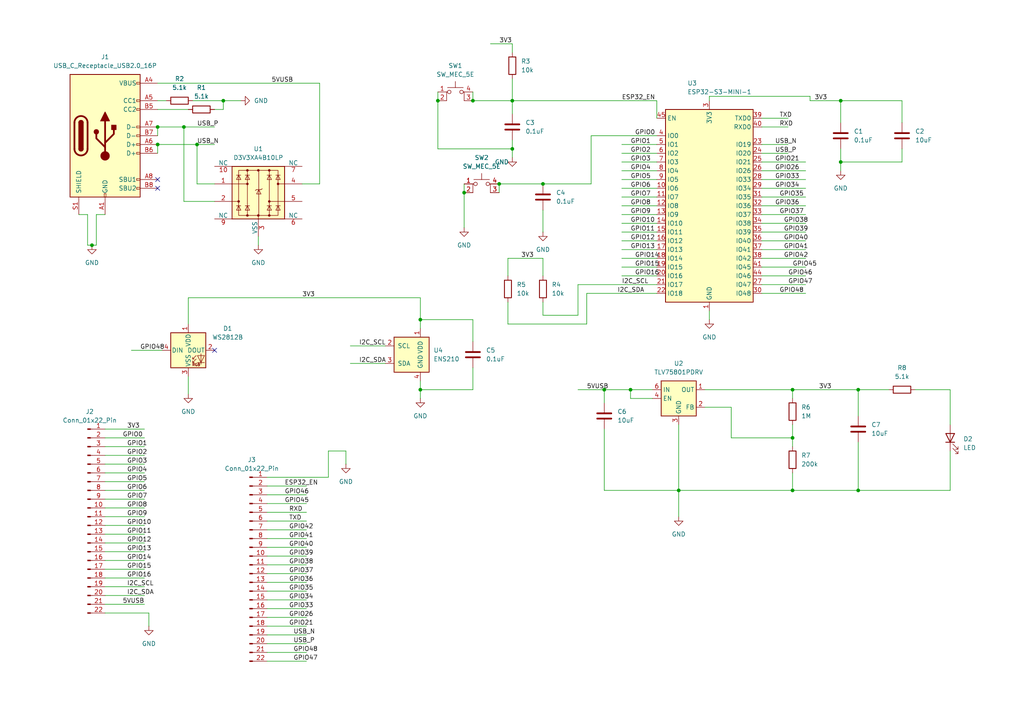
<source format=kicad_sch>
(kicad_sch
	(version 20231120)
	(generator "eeschema")
	(generator_version "8.0")
	(uuid "6ff0ae6d-b3eb-48de-bbc3-d6eee2871d2c")
	(paper "A4")
	(lib_symbols
		(symbol "Connector:Conn_01x22_Pin"
			(pin_names
				(offset 1.016) hide)
			(exclude_from_sim no)
			(in_bom yes)
			(on_board yes)
			(property "Reference" "J"
				(at 0 27.94 0)
				(effects
					(font
						(size 1.27 1.27)
					)
				)
			)
			(property "Value" "Conn_01x22_Pin"
				(at 0 -30.48 0)
				(effects
					(font
						(size 1.27 1.27)
					)
				)
			)
			(property "Footprint" ""
				(at 0 0 0)
				(effects
					(font
						(size 1.27 1.27)
					)
					(hide yes)
				)
			)
			(property "Datasheet" "~"
				(at 0 0 0)
				(effects
					(font
						(size 1.27 1.27)
					)
					(hide yes)
				)
			)
			(property "Description" "Generic connector, single row, 01x22, script generated"
				(at 0 0 0)
				(effects
					(font
						(size 1.27 1.27)
					)
					(hide yes)
				)
			)
			(property "ki_locked" ""
				(at 0 0 0)
				(effects
					(font
						(size 1.27 1.27)
					)
				)
			)
			(property "ki_keywords" "connector"
				(at 0 0 0)
				(effects
					(font
						(size 1.27 1.27)
					)
					(hide yes)
				)
			)
			(property "ki_fp_filters" "Connector*:*_1x??_*"
				(at 0 0 0)
				(effects
					(font
						(size 1.27 1.27)
					)
					(hide yes)
				)
			)
			(symbol "Conn_01x22_Pin_1_1"
				(polyline
					(pts
						(xy 1.27 -27.94) (xy 0.8636 -27.94)
					)
					(stroke
						(width 0.1524)
						(type default)
					)
					(fill
						(type none)
					)
				)
				(polyline
					(pts
						(xy 1.27 -25.4) (xy 0.8636 -25.4)
					)
					(stroke
						(width 0.1524)
						(type default)
					)
					(fill
						(type none)
					)
				)
				(polyline
					(pts
						(xy 1.27 -22.86) (xy 0.8636 -22.86)
					)
					(stroke
						(width 0.1524)
						(type default)
					)
					(fill
						(type none)
					)
				)
				(polyline
					(pts
						(xy 1.27 -20.32) (xy 0.8636 -20.32)
					)
					(stroke
						(width 0.1524)
						(type default)
					)
					(fill
						(type none)
					)
				)
				(polyline
					(pts
						(xy 1.27 -17.78) (xy 0.8636 -17.78)
					)
					(stroke
						(width 0.1524)
						(type default)
					)
					(fill
						(type none)
					)
				)
				(polyline
					(pts
						(xy 1.27 -15.24) (xy 0.8636 -15.24)
					)
					(stroke
						(width 0.1524)
						(type default)
					)
					(fill
						(type none)
					)
				)
				(polyline
					(pts
						(xy 1.27 -12.7) (xy 0.8636 -12.7)
					)
					(stroke
						(width 0.1524)
						(type default)
					)
					(fill
						(type none)
					)
				)
				(polyline
					(pts
						(xy 1.27 -10.16) (xy 0.8636 -10.16)
					)
					(stroke
						(width 0.1524)
						(type default)
					)
					(fill
						(type none)
					)
				)
				(polyline
					(pts
						(xy 1.27 -7.62) (xy 0.8636 -7.62)
					)
					(stroke
						(width 0.1524)
						(type default)
					)
					(fill
						(type none)
					)
				)
				(polyline
					(pts
						(xy 1.27 -5.08) (xy 0.8636 -5.08)
					)
					(stroke
						(width 0.1524)
						(type default)
					)
					(fill
						(type none)
					)
				)
				(polyline
					(pts
						(xy 1.27 -2.54) (xy 0.8636 -2.54)
					)
					(stroke
						(width 0.1524)
						(type default)
					)
					(fill
						(type none)
					)
				)
				(polyline
					(pts
						(xy 1.27 0) (xy 0.8636 0)
					)
					(stroke
						(width 0.1524)
						(type default)
					)
					(fill
						(type none)
					)
				)
				(polyline
					(pts
						(xy 1.27 2.54) (xy 0.8636 2.54)
					)
					(stroke
						(width 0.1524)
						(type default)
					)
					(fill
						(type none)
					)
				)
				(polyline
					(pts
						(xy 1.27 5.08) (xy 0.8636 5.08)
					)
					(stroke
						(width 0.1524)
						(type default)
					)
					(fill
						(type none)
					)
				)
				(polyline
					(pts
						(xy 1.27 7.62) (xy 0.8636 7.62)
					)
					(stroke
						(width 0.1524)
						(type default)
					)
					(fill
						(type none)
					)
				)
				(polyline
					(pts
						(xy 1.27 10.16) (xy 0.8636 10.16)
					)
					(stroke
						(width 0.1524)
						(type default)
					)
					(fill
						(type none)
					)
				)
				(polyline
					(pts
						(xy 1.27 12.7) (xy 0.8636 12.7)
					)
					(stroke
						(width 0.1524)
						(type default)
					)
					(fill
						(type none)
					)
				)
				(polyline
					(pts
						(xy 1.27 15.24) (xy 0.8636 15.24)
					)
					(stroke
						(width 0.1524)
						(type default)
					)
					(fill
						(type none)
					)
				)
				(polyline
					(pts
						(xy 1.27 17.78) (xy 0.8636 17.78)
					)
					(stroke
						(width 0.1524)
						(type default)
					)
					(fill
						(type none)
					)
				)
				(polyline
					(pts
						(xy 1.27 20.32) (xy 0.8636 20.32)
					)
					(stroke
						(width 0.1524)
						(type default)
					)
					(fill
						(type none)
					)
				)
				(polyline
					(pts
						(xy 1.27 22.86) (xy 0.8636 22.86)
					)
					(stroke
						(width 0.1524)
						(type default)
					)
					(fill
						(type none)
					)
				)
				(polyline
					(pts
						(xy 1.27 25.4) (xy 0.8636 25.4)
					)
					(stroke
						(width 0.1524)
						(type default)
					)
					(fill
						(type none)
					)
				)
				(rectangle
					(start 0.8636 -27.813)
					(end 0 -28.067)
					(stroke
						(width 0.1524)
						(type default)
					)
					(fill
						(type outline)
					)
				)
				(rectangle
					(start 0.8636 -25.273)
					(end 0 -25.527)
					(stroke
						(width 0.1524)
						(type default)
					)
					(fill
						(type outline)
					)
				)
				(rectangle
					(start 0.8636 -22.733)
					(end 0 -22.987)
					(stroke
						(width 0.1524)
						(type default)
					)
					(fill
						(type outline)
					)
				)
				(rectangle
					(start 0.8636 -20.193)
					(end 0 -20.447)
					(stroke
						(width 0.1524)
						(type default)
					)
					(fill
						(type outline)
					)
				)
				(rectangle
					(start 0.8636 -17.653)
					(end 0 -17.907)
					(stroke
						(width 0.1524)
						(type default)
					)
					(fill
						(type outline)
					)
				)
				(rectangle
					(start 0.8636 -15.113)
					(end 0 -15.367)
					(stroke
						(width 0.1524)
						(type default)
					)
					(fill
						(type outline)
					)
				)
				(rectangle
					(start 0.8636 -12.573)
					(end 0 -12.827)
					(stroke
						(width 0.1524)
						(type default)
					)
					(fill
						(type outline)
					)
				)
				(rectangle
					(start 0.8636 -10.033)
					(end 0 -10.287)
					(stroke
						(width 0.1524)
						(type default)
					)
					(fill
						(type outline)
					)
				)
				(rectangle
					(start 0.8636 -7.493)
					(end 0 -7.747)
					(stroke
						(width 0.1524)
						(type default)
					)
					(fill
						(type outline)
					)
				)
				(rectangle
					(start 0.8636 -4.953)
					(end 0 -5.207)
					(stroke
						(width 0.1524)
						(type default)
					)
					(fill
						(type outline)
					)
				)
				(rectangle
					(start 0.8636 -2.413)
					(end 0 -2.667)
					(stroke
						(width 0.1524)
						(type default)
					)
					(fill
						(type outline)
					)
				)
				(rectangle
					(start 0.8636 0.127)
					(end 0 -0.127)
					(stroke
						(width 0.1524)
						(type default)
					)
					(fill
						(type outline)
					)
				)
				(rectangle
					(start 0.8636 2.667)
					(end 0 2.413)
					(stroke
						(width 0.1524)
						(type default)
					)
					(fill
						(type outline)
					)
				)
				(rectangle
					(start 0.8636 5.207)
					(end 0 4.953)
					(stroke
						(width 0.1524)
						(type default)
					)
					(fill
						(type outline)
					)
				)
				(rectangle
					(start 0.8636 7.747)
					(end 0 7.493)
					(stroke
						(width 0.1524)
						(type default)
					)
					(fill
						(type outline)
					)
				)
				(rectangle
					(start 0.8636 10.287)
					(end 0 10.033)
					(stroke
						(width 0.1524)
						(type default)
					)
					(fill
						(type outline)
					)
				)
				(rectangle
					(start 0.8636 12.827)
					(end 0 12.573)
					(stroke
						(width 0.1524)
						(type default)
					)
					(fill
						(type outline)
					)
				)
				(rectangle
					(start 0.8636 15.367)
					(end 0 15.113)
					(stroke
						(width 0.1524)
						(type default)
					)
					(fill
						(type outline)
					)
				)
				(rectangle
					(start 0.8636 17.907)
					(end 0 17.653)
					(stroke
						(width 0.1524)
						(type default)
					)
					(fill
						(type outline)
					)
				)
				(rectangle
					(start 0.8636 20.447)
					(end 0 20.193)
					(stroke
						(width 0.1524)
						(type default)
					)
					(fill
						(type outline)
					)
				)
				(rectangle
					(start 0.8636 22.987)
					(end 0 22.733)
					(stroke
						(width 0.1524)
						(type default)
					)
					(fill
						(type outline)
					)
				)
				(rectangle
					(start 0.8636 25.527)
					(end 0 25.273)
					(stroke
						(width 0.1524)
						(type default)
					)
					(fill
						(type outline)
					)
				)
				(pin passive line
					(at 5.08 25.4 180)
					(length 3.81)
					(name "Pin_1"
						(effects
							(font
								(size 1.27 1.27)
							)
						)
					)
					(number "1"
						(effects
							(font
								(size 1.27 1.27)
							)
						)
					)
				)
				(pin passive line
					(at 5.08 2.54 180)
					(length 3.81)
					(name "Pin_10"
						(effects
							(font
								(size 1.27 1.27)
							)
						)
					)
					(number "10"
						(effects
							(font
								(size 1.27 1.27)
							)
						)
					)
				)
				(pin passive line
					(at 5.08 0 180)
					(length 3.81)
					(name "Pin_11"
						(effects
							(font
								(size 1.27 1.27)
							)
						)
					)
					(number "11"
						(effects
							(font
								(size 1.27 1.27)
							)
						)
					)
				)
				(pin passive line
					(at 5.08 -2.54 180)
					(length 3.81)
					(name "Pin_12"
						(effects
							(font
								(size 1.27 1.27)
							)
						)
					)
					(number "12"
						(effects
							(font
								(size 1.27 1.27)
							)
						)
					)
				)
				(pin passive line
					(at 5.08 -5.08 180)
					(length 3.81)
					(name "Pin_13"
						(effects
							(font
								(size 1.27 1.27)
							)
						)
					)
					(number "13"
						(effects
							(font
								(size 1.27 1.27)
							)
						)
					)
				)
				(pin passive line
					(at 5.08 -7.62 180)
					(length 3.81)
					(name "Pin_14"
						(effects
							(font
								(size 1.27 1.27)
							)
						)
					)
					(number "14"
						(effects
							(font
								(size 1.27 1.27)
							)
						)
					)
				)
				(pin passive line
					(at 5.08 -10.16 180)
					(length 3.81)
					(name "Pin_15"
						(effects
							(font
								(size 1.27 1.27)
							)
						)
					)
					(number "15"
						(effects
							(font
								(size 1.27 1.27)
							)
						)
					)
				)
				(pin passive line
					(at 5.08 -12.7 180)
					(length 3.81)
					(name "Pin_16"
						(effects
							(font
								(size 1.27 1.27)
							)
						)
					)
					(number "16"
						(effects
							(font
								(size 1.27 1.27)
							)
						)
					)
				)
				(pin passive line
					(at 5.08 -15.24 180)
					(length 3.81)
					(name "Pin_17"
						(effects
							(font
								(size 1.27 1.27)
							)
						)
					)
					(number "17"
						(effects
							(font
								(size 1.27 1.27)
							)
						)
					)
				)
				(pin passive line
					(at 5.08 -17.78 180)
					(length 3.81)
					(name "Pin_18"
						(effects
							(font
								(size 1.27 1.27)
							)
						)
					)
					(number "18"
						(effects
							(font
								(size 1.27 1.27)
							)
						)
					)
				)
				(pin passive line
					(at 5.08 -20.32 180)
					(length 3.81)
					(name "Pin_19"
						(effects
							(font
								(size 1.27 1.27)
							)
						)
					)
					(number "19"
						(effects
							(font
								(size 1.27 1.27)
							)
						)
					)
				)
				(pin passive line
					(at 5.08 22.86 180)
					(length 3.81)
					(name "Pin_2"
						(effects
							(font
								(size 1.27 1.27)
							)
						)
					)
					(number "2"
						(effects
							(font
								(size 1.27 1.27)
							)
						)
					)
				)
				(pin passive line
					(at 5.08 -22.86 180)
					(length 3.81)
					(name "Pin_20"
						(effects
							(font
								(size 1.27 1.27)
							)
						)
					)
					(number "20"
						(effects
							(font
								(size 1.27 1.27)
							)
						)
					)
				)
				(pin passive line
					(at 5.08 -25.4 180)
					(length 3.81)
					(name "Pin_21"
						(effects
							(font
								(size 1.27 1.27)
							)
						)
					)
					(number "21"
						(effects
							(font
								(size 1.27 1.27)
							)
						)
					)
				)
				(pin passive line
					(at 5.08 -27.94 180)
					(length 3.81)
					(name "Pin_22"
						(effects
							(font
								(size 1.27 1.27)
							)
						)
					)
					(number "22"
						(effects
							(font
								(size 1.27 1.27)
							)
						)
					)
				)
				(pin passive line
					(at 5.08 20.32 180)
					(length 3.81)
					(name "Pin_3"
						(effects
							(font
								(size 1.27 1.27)
							)
						)
					)
					(number "3"
						(effects
							(font
								(size 1.27 1.27)
							)
						)
					)
				)
				(pin passive line
					(at 5.08 17.78 180)
					(length 3.81)
					(name "Pin_4"
						(effects
							(font
								(size 1.27 1.27)
							)
						)
					)
					(number "4"
						(effects
							(font
								(size 1.27 1.27)
							)
						)
					)
				)
				(pin passive line
					(at 5.08 15.24 180)
					(length 3.81)
					(name "Pin_5"
						(effects
							(font
								(size 1.27 1.27)
							)
						)
					)
					(number "5"
						(effects
							(font
								(size 1.27 1.27)
							)
						)
					)
				)
				(pin passive line
					(at 5.08 12.7 180)
					(length 3.81)
					(name "Pin_6"
						(effects
							(font
								(size 1.27 1.27)
							)
						)
					)
					(number "6"
						(effects
							(font
								(size 1.27 1.27)
							)
						)
					)
				)
				(pin passive line
					(at 5.08 10.16 180)
					(length 3.81)
					(name "Pin_7"
						(effects
							(font
								(size 1.27 1.27)
							)
						)
					)
					(number "7"
						(effects
							(font
								(size 1.27 1.27)
							)
						)
					)
				)
				(pin passive line
					(at 5.08 7.62 180)
					(length 3.81)
					(name "Pin_8"
						(effects
							(font
								(size 1.27 1.27)
							)
						)
					)
					(number "8"
						(effects
							(font
								(size 1.27 1.27)
							)
						)
					)
				)
				(pin passive line
					(at 5.08 5.08 180)
					(length 3.81)
					(name "Pin_9"
						(effects
							(font
								(size 1.27 1.27)
							)
						)
					)
					(number "9"
						(effects
							(font
								(size 1.27 1.27)
							)
						)
					)
				)
			)
		)
		(symbol "Connector:USB_C_Receptacle_USB2.0_16P"
			(pin_names
				(offset 1.016)
			)
			(exclude_from_sim no)
			(in_bom yes)
			(on_board yes)
			(property "Reference" "J"
				(at 0 22.225 0)
				(effects
					(font
						(size 1.27 1.27)
					)
				)
			)
			(property "Value" "USB_C_Receptacle_USB2.0_16P"
				(at 0 19.685 0)
				(effects
					(font
						(size 1.27 1.27)
					)
				)
			)
			(property "Footprint" ""
				(at 3.81 0 0)
				(effects
					(font
						(size 1.27 1.27)
					)
					(hide yes)
				)
			)
			(property "Datasheet" "https://www.usb.org/sites/default/files/documents/usb_type-c.zip"
				(at 3.81 0 0)
				(effects
					(font
						(size 1.27 1.27)
					)
					(hide yes)
				)
			)
			(property "Description" "USB 2.0-only 16P Type-C Receptacle connector"
				(at 0 0 0)
				(effects
					(font
						(size 1.27 1.27)
					)
					(hide yes)
				)
			)
			(property "ki_keywords" "usb universal serial bus type-C USB2.0"
				(at 0 0 0)
				(effects
					(font
						(size 1.27 1.27)
					)
					(hide yes)
				)
			)
			(property "ki_fp_filters" "USB*C*Receptacle*"
				(at 0 0 0)
				(effects
					(font
						(size 1.27 1.27)
					)
					(hide yes)
				)
			)
			(symbol "USB_C_Receptacle_USB2.0_16P_0_0"
				(rectangle
					(start -0.254 -17.78)
					(end 0.254 -16.764)
					(stroke
						(width 0)
						(type default)
					)
					(fill
						(type none)
					)
				)
				(rectangle
					(start 10.16 -14.986)
					(end 9.144 -15.494)
					(stroke
						(width 0)
						(type default)
					)
					(fill
						(type none)
					)
				)
				(rectangle
					(start 10.16 -12.446)
					(end 9.144 -12.954)
					(stroke
						(width 0)
						(type default)
					)
					(fill
						(type none)
					)
				)
				(rectangle
					(start 10.16 -4.826)
					(end 9.144 -5.334)
					(stroke
						(width 0)
						(type default)
					)
					(fill
						(type none)
					)
				)
				(rectangle
					(start 10.16 -2.286)
					(end 9.144 -2.794)
					(stroke
						(width 0)
						(type default)
					)
					(fill
						(type none)
					)
				)
				(rectangle
					(start 10.16 0.254)
					(end 9.144 -0.254)
					(stroke
						(width 0)
						(type default)
					)
					(fill
						(type none)
					)
				)
				(rectangle
					(start 10.16 2.794)
					(end 9.144 2.286)
					(stroke
						(width 0)
						(type default)
					)
					(fill
						(type none)
					)
				)
				(rectangle
					(start 10.16 7.874)
					(end 9.144 7.366)
					(stroke
						(width 0)
						(type default)
					)
					(fill
						(type none)
					)
				)
				(rectangle
					(start 10.16 10.414)
					(end 9.144 9.906)
					(stroke
						(width 0)
						(type default)
					)
					(fill
						(type none)
					)
				)
				(rectangle
					(start 10.16 15.494)
					(end 9.144 14.986)
					(stroke
						(width 0)
						(type default)
					)
					(fill
						(type none)
					)
				)
			)
			(symbol "USB_C_Receptacle_USB2.0_16P_0_1"
				(rectangle
					(start -10.16 17.78)
					(end 10.16 -17.78)
					(stroke
						(width 0.254)
						(type default)
					)
					(fill
						(type background)
					)
				)
				(arc
					(start -8.89 -3.81)
					(mid -6.985 -5.7067)
					(end -5.08 -3.81)
					(stroke
						(width 0.508)
						(type default)
					)
					(fill
						(type none)
					)
				)
				(arc
					(start -7.62 -3.81)
					(mid -6.985 -4.4423)
					(end -6.35 -3.81)
					(stroke
						(width 0.254)
						(type default)
					)
					(fill
						(type none)
					)
				)
				(arc
					(start -7.62 -3.81)
					(mid -6.985 -4.4423)
					(end -6.35 -3.81)
					(stroke
						(width 0.254)
						(type default)
					)
					(fill
						(type outline)
					)
				)
				(rectangle
					(start -7.62 -3.81)
					(end -6.35 3.81)
					(stroke
						(width 0.254)
						(type default)
					)
					(fill
						(type outline)
					)
				)
				(arc
					(start -6.35 3.81)
					(mid -6.985 4.4423)
					(end -7.62 3.81)
					(stroke
						(width 0.254)
						(type default)
					)
					(fill
						(type none)
					)
				)
				(arc
					(start -6.35 3.81)
					(mid -6.985 4.4423)
					(end -7.62 3.81)
					(stroke
						(width 0.254)
						(type default)
					)
					(fill
						(type outline)
					)
				)
				(arc
					(start -5.08 3.81)
					(mid -6.985 5.7067)
					(end -8.89 3.81)
					(stroke
						(width 0.508)
						(type default)
					)
					(fill
						(type none)
					)
				)
				(circle
					(center -2.54 1.143)
					(radius 0.635)
					(stroke
						(width 0.254)
						(type default)
					)
					(fill
						(type outline)
					)
				)
				(circle
					(center 0 -5.842)
					(radius 1.27)
					(stroke
						(width 0)
						(type default)
					)
					(fill
						(type outline)
					)
				)
				(polyline
					(pts
						(xy -8.89 -3.81) (xy -8.89 3.81)
					)
					(stroke
						(width 0.508)
						(type default)
					)
					(fill
						(type none)
					)
				)
				(polyline
					(pts
						(xy -5.08 3.81) (xy -5.08 -3.81)
					)
					(stroke
						(width 0.508)
						(type default)
					)
					(fill
						(type none)
					)
				)
				(polyline
					(pts
						(xy 0 -5.842) (xy 0 4.318)
					)
					(stroke
						(width 0.508)
						(type default)
					)
					(fill
						(type none)
					)
				)
				(polyline
					(pts
						(xy 0 -3.302) (xy -2.54 -0.762) (xy -2.54 0.508)
					)
					(stroke
						(width 0.508)
						(type default)
					)
					(fill
						(type none)
					)
				)
				(polyline
					(pts
						(xy 0 -2.032) (xy 2.54 0.508) (xy 2.54 1.778)
					)
					(stroke
						(width 0.508)
						(type default)
					)
					(fill
						(type none)
					)
				)
				(polyline
					(pts
						(xy -1.27 4.318) (xy 0 6.858) (xy 1.27 4.318) (xy -1.27 4.318)
					)
					(stroke
						(width 0.254)
						(type default)
					)
					(fill
						(type outline)
					)
				)
				(rectangle
					(start 1.905 1.778)
					(end 3.175 3.048)
					(stroke
						(width 0.254)
						(type default)
					)
					(fill
						(type outline)
					)
				)
			)
			(symbol "USB_C_Receptacle_USB2.0_16P_1_1"
				(pin passive line
					(at 0 -22.86 90)
					(length 5.08)
					(name "GND"
						(effects
							(font
								(size 1.27 1.27)
							)
						)
					)
					(number "A1"
						(effects
							(font
								(size 1.27 1.27)
							)
						)
					)
				)
				(pin passive line
					(at 0 -22.86 90)
					(length 5.08) hide
					(name "GND"
						(effects
							(font
								(size 1.27 1.27)
							)
						)
					)
					(number "A12"
						(effects
							(font
								(size 1.27 1.27)
							)
						)
					)
				)
				(pin passive line
					(at 15.24 15.24 180)
					(length 5.08)
					(name "VBUS"
						(effects
							(font
								(size 1.27 1.27)
							)
						)
					)
					(number "A4"
						(effects
							(font
								(size 1.27 1.27)
							)
						)
					)
				)
				(pin bidirectional line
					(at 15.24 10.16 180)
					(length 5.08)
					(name "CC1"
						(effects
							(font
								(size 1.27 1.27)
							)
						)
					)
					(number "A5"
						(effects
							(font
								(size 1.27 1.27)
							)
						)
					)
				)
				(pin bidirectional line
					(at 15.24 -2.54 180)
					(length 5.08)
					(name "D+"
						(effects
							(font
								(size 1.27 1.27)
							)
						)
					)
					(number "A6"
						(effects
							(font
								(size 1.27 1.27)
							)
						)
					)
				)
				(pin bidirectional line
					(at 15.24 2.54 180)
					(length 5.08)
					(name "D-"
						(effects
							(font
								(size 1.27 1.27)
							)
						)
					)
					(number "A7"
						(effects
							(font
								(size 1.27 1.27)
							)
						)
					)
				)
				(pin bidirectional line
					(at 15.24 -12.7 180)
					(length 5.08)
					(name "SBU1"
						(effects
							(font
								(size 1.27 1.27)
							)
						)
					)
					(number "A8"
						(effects
							(font
								(size 1.27 1.27)
							)
						)
					)
				)
				(pin passive line
					(at 15.24 15.24 180)
					(length 5.08) hide
					(name "VBUS"
						(effects
							(font
								(size 1.27 1.27)
							)
						)
					)
					(number "A9"
						(effects
							(font
								(size 1.27 1.27)
							)
						)
					)
				)
				(pin passive line
					(at 0 -22.86 90)
					(length 5.08) hide
					(name "GND"
						(effects
							(font
								(size 1.27 1.27)
							)
						)
					)
					(number "B1"
						(effects
							(font
								(size 1.27 1.27)
							)
						)
					)
				)
				(pin passive line
					(at 0 -22.86 90)
					(length 5.08) hide
					(name "GND"
						(effects
							(font
								(size 1.27 1.27)
							)
						)
					)
					(number "B12"
						(effects
							(font
								(size 1.27 1.27)
							)
						)
					)
				)
				(pin passive line
					(at 15.24 15.24 180)
					(length 5.08) hide
					(name "VBUS"
						(effects
							(font
								(size 1.27 1.27)
							)
						)
					)
					(number "B4"
						(effects
							(font
								(size 1.27 1.27)
							)
						)
					)
				)
				(pin bidirectional line
					(at 15.24 7.62 180)
					(length 5.08)
					(name "CC2"
						(effects
							(font
								(size 1.27 1.27)
							)
						)
					)
					(number "B5"
						(effects
							(font
								(size 1.27 1.27)
							)
						)
					)
				)
				(pin bidirectional line
					(at 15.24 -5.08 180)
					(length 5.08)
					(name "D+"
						(effects
							(font
								(size 1.27 1.27)
							)
						)
					)
					(number "B6"
						(effects
							(font
								(size 1.27 1.27)
							)
						)
					)
				)
				(pin bidirectional line
					(at 15.24 0 180)
					(length 5.08)
					(name "D-"
						(effects
							(font
								(size 1.27 1.27)
							)
						)
					)
					(number "B7"
						(effects
							(font
								(size 1.27 1.27)
							)
						)
					)
				)
				(pin bidirectional line
					(at 15.24 -15.24 180)
					(length 5.08)
					(name "SBU2"
						(effects
							(font
								(size 1.27 1.27)
							)
						)
					)
					(number "B8"
						(effects
							(font
								(size 1.27 1.27)
							)
						)
					)
				)
				(pin passive line
					(at 15.24 15.24 180)
					(length 5.08) hide
					(name "VBUS"
						(effects
							(font
								(size 1.27 1.27)
							)
						)
					)
					(number "B9"
						(effects
							(font
								(size 1.27 1.27)
							)
						)
					)
				)
				(pin passive line
					(at -7.62 -22.86 90)
					(length 5.08)
					(name "SHIELD"
						(effects
							(font
								(size 1.27 1.27)
							)
						)
					)
					(number "S1"
						(effects
							(font
								(size 1.27 1.27)
							)
						)
					)
				)
			)
		)
		(symbol "Device:C"
			(pin_numbers hide)
			(pin_names
				(offset 0.254)
			)
			(exclude_from_sim no)
			(in_bom yes)
			(on_board yes)
			(property "Reference" "C"
				(at 0.635 2.54 0)
				(effects
					(font
						(size 1.27 1.27)
					)
					(justify left)
				)
			)
			(property "Value" "C"
				(at 0.635 -2.54 0)
				(effects
					(font
						(size 1.27 1.27)
					)
					(justify left)
				)
			)
			(property "Footprint" ""
				(at 0.9652 -3.81 0)
				(effects
					(font
						(size 1.27 1.27)
					)
					(hide yes)
				)
			)
			(property "Datasheet" "~"
				(at 0 0 0)
				(effects
					(font
						(size 1.27 1.27)
					)
					(hide yes)
				)
			)
			(property "Description" "Unpolarized capacitor"
				(at 0 0 0)
				(effects
					(font
						(size 1.27 1.27)
					)
					(hide yes)
				)
			)
			(property "ki_keywords" "cap capacitor"
				(at 0 0 0)
				(effects
					(font
						(size 1.27 1.27)
					)
					(hide yes)
				)
			)
			(property "ki_fp_filters" "C_*"
				(at 0 0 0)
				(effects
					(font
						(size 1.27 1.27)
					)
					(hide yes)
				)
			)
			(symbol "C_0_1"
				(polyline
					(pts
						(xy -2.032 -0.762) (xy 2.032 -0.762)
					)
					(stroke
						(width 0.508)
						(type default)
					)
					(fill
						(type none)
					)
				)
				(polyline
					(pts
						(xy -2.032 0.762) (xy 2.032 0.762)
					)
					(stroke
						(width 0.508)
						(type default)
					)
					(fill
						(type none)
					)
				)
			)
			(symbol "C_1_1"
				(pin passive line
					(at 0 3.81 270)
					(length 2.794)
					(name "~"
						(effects
							(font
								(size 1.27 1.27)
							)
						)
					)
					(number "1"
						(effects
							(font
								(size 1.27 1.27)
							)
						)
					)
				)
				(pin passive line
					(at 0 -3.81 90)
					(length 2.794)
					(name "~"
						(effects
							(font
								(size 1.27 1.27)
							)
						)
					)
					(number "2"
						(effects
							(font
								(size 1.27 1.27)
							)
						)
					)
				)
			)
		)
		(symbol "Device:LED"
			(pin_numbers hide)
			(pin_names
				(offset 1.016) hide)
			(exclude_from_sim no)
			(in_bom yes)
			(on_board yes)
			(property "Reference" "D"
				(at 0 2.54 0)
				(effects
					(font
						(size 1.27 1.27)
					)
				)
			)
			(property "Value" "LED"
				(at 0 -2.54 0)
				(effects
					(font
						(size 1.27 1.27)
					)
				)
			)
			(property "Footprint" ""
				(at 0 0 0)
				(effects
					(font
						(size 1.27 1.27)
					)
					(hide yes)
				)
			)
			(property "Datasheet" "~"
				(at 0 0 0)
				(effects
					(font
						(size 1.27 1.27)
					)
					(hide yes)
				)
			)
			(property "Description" "Light emitting diode"
				(at 0 0 0)
				(effects
					(font
						(size 1.27 1.27)
					)
					(hide yes)
				)
			)
			(property "ki_keywords" "LED diode"
				(at 0 0 0)
				(effects
					(font
						(size 1.27 1.27)
					)
					(hide yes)
				)
			)
			(property "ki_fp_filters" "LED* LED_SMD:* LED_THT:*"
				(at 0 0 0)
				(effects
					(font
						(size 1.27 1.27)
					)
					(hide yes)
				)
			)
			(symbol "LED_0_1"
				(polyline
					(pts
						(xy -1.27 -1.27) (xy -1.27 1.27)
					)
					(stroke
						(width 0.254)
						(type default)
					)
					(fill
						(type none)
					)
				)
				(polyline
					(pts
						(xy -1.27 0) (xy 1.27 0)
					)
					(stroke
						(width 0)
						(type default)
					)
					(fill
						(type none)
					)
				)
				(polyline
					(pts
						(xy 1.27 -1.27) (xy 1.27 1.27) (xy -1.27 0) (xy 1.27 -1.27)
					)
					(stroke
						(width 0.254)
						(type default)
					)
					(fill
						(type none)
					)
				)
				(polyline
					(pts
						(xy -3.048 -0.762) (xy -4.572 -2.286) (xy -3.81 -2.286) (xy -4.572 -2.286) (xy -4.572 -1.524)
					)
					(stroke
						(width 0)
						(type default)
					)
					(fill
						(type none)
					)
				)
				(polyline
					(pts
						(xy -1.778 -0.762) (xy -3.302 -2.286) (xy -2.54 -2.286) (xy -3.302 -2.286) (xy -3.302 -1.524)
					)
					(stroke
						(width 0)
						(type default)
					)
					(fill
						(type none)
					)
				)
			)
			(symbol "LED_1_1"
				(pin passive line
					(at -3.81 0 0)
					(length 2.54)
					(name "K"
						(effects
							(font
								(size 1.27 1.27)
							)
						)
					)
					(number "1"
						(effects
							(font
								(size 1.27 1.27)
							)
						)
					)
				)
				(pin passive line
					(at 3.81 0 180)
					(length 2.54)
					(name "A"
						(effects
							(font
								(size 1.27 1.27)
							)
						)
					)
					(number "2"
						(effects
							(font
								(size 1.27 1.27)
							)
						)
					)
				)
			)
		)
		(symbol "Device:R"
			(pin_numbers hide)
			(pin_names
				(offset 0)
			)
			(exclude_from_sim no)
			(in_bom yes)
			(on_board yes)
			(property "Reference" "R"
				(at 2.032 0 90)
				(effects
					(font
						(size 1.27 1.27)
					)
				)
			)
			(property "Value" "R"
				(at 0 0 90)
				(effects
					(font
						(size 1.27 1.27)
					)
				)
			)
			(property "Footprint" ""
				(at -1.778 0 90)
				(effects
					(font
						(size 1.27 1.27)
					)
					(hide yes)
				)
			)
			(property "Datasheet" "~"
				(at 0 0 0)
				(effects
					(font
						(size 1.27 1.27)
					)
					(hide yes)
				)
			)
			(property "Description" "Resistor"
				(at 0 0 0)
				(effects
					(font
						(size 1.27 1.27)
					)
					(hide yes)
				)
			)
			(property "ki_keywords" "R res resistor"
				(at 0 0 0)
				(effects
					(font
						(size 1.27 1.27)
					)
					(hide yes)
				)
			)
			(property "ki_fp_filters" "R_*"
				(at 0 0 0)
				(effects
					(font
						(size 1.27 1.27)
					)
					(hide yes)
				)
			)
			(symbol "R_0_1"
				(rectangle
					(start -1.016 -2.54)
					(end 1.016 2.54)
					(stroke
						(width 0.254)
						(type default)
					)
					(fill
						(type none)
					)
				)
			)
			(symbol "R_1_1"
				(pin passive line
					(at 0 3.81 270)
					(length 1.27)
					(name "~"
						(effects
							(font
								(size 1.27 1.27)
							)
						)
					)
					(number "1"
						(effects
							(font
								(size 1.27 1.27)
							)
						)
					)
				)
				(pin passive line
					(at 0 -3.81 90)
					(length 1.27)
					(name "~"
						(effects
							(font
								(size 1.27 1.27)
							)
						)
					)
					(number "2"
						(effects
							(font
								(size 1.27 1.27)
							)
						)
					)
				)
			)
		)
		(symbol "LED:WS2812B"
			(pin_names
				(offset 0.254)
			)
			(exclude_from_sim no)
			(in_bom yes)
			(on_board yes)
			(property "Reference" "D"
				(at 5.08 5.715 0)
				(effects
					(font
						(size 1.27 1.27)
					)
					(justify right bottom)
				)
			)
			(property "Value" "WS2812B"
				(at 1.27 -5.715 0)
				(effects
					(font
						(size 1.27 1.27)
					)
					(justify left top)
				)
			)
			(property "Footprint" "LED_SMD:LED_WS2812B_PLCC4_5.0x5.0mm_P3.2mm"
				(at 1.27 -7.62 0)
				(effects
					(font
						(size 1.27 1.27)
					)
					(justify left top)
					(hide yes)
				)
			)
			(property "Datasheet" "https://cdn-shop.adafruit.com/datasheets/WS2812B.pdf"
				(at 2.54 -9.525 0)
				(effects
					(font
						(size 1.27 1.27)
					)
					(justify left top)
					(hide yes)
				)
			)
			(property "Description" "RGB LED with integrated controller"
				(at 0 0 0)
				(effects
					(font
						(size 1.27 1.27)
					)
					(hide yes)
				)
			)
			(property "ki_keywords" "RGB LED NeoPixel addressable"
				(at 0 0 0)
				(effects
					(font
						(size 1.27 1.27)
					)
					(hide yes)
				)
			)
			(property "ki_fp_filters" "LED*WS2812*PLCC*5.0x5.0mm*P3.2mm*"
				(at 0 0 0)
				(effects
					(font
						(size 1.27 1.27)
					)
					(hide yes)
				)
			)
			(symbol "WS2812B_0_0"
				(text "RGB"
					(at 2.286 -4.191 0)
					(effects
						(font
							(size 0.762 0.762)
						)
					)
				)
			)
			(symbol "WS2812B_0_1"
				(polyline
					(pts
						(xy 1.27 -3.556) (xy 1.778 -3.556)
					)
					(stroke
						(width 0)
						(type default)
					)
					(fill
						(type none)
					)
				)
				(polyline
					(pts
						(xy 1.27 -2.54) (xy 1.778 -2.54)
					)
					(stroke
						(width 0)
						(type default)
					)
					(fill
						(type none)
					)
				)
				(polyline
					(pts
						(xy 4.699 -3.556) (xy 2.667 -3.556)
					)
					(stroke
						(width 0)
						(type default)
					)
					(fill
						(type none)
					)
				)
				(polyline
					(pts
						(xy 2.286 -2.54) (xy 1.27 -3.556) (xy 1.27 -3.048)
					)
					(stroke
						(width 0)
						(type default)
					)
					(fill
						(type none)
					)
				)
				(polyline
					(pts
						(xy 2.286 -1.524) (xy 1.27 -2.54) (xy 1.27 -2.032)
					)
					(stroke
						(width 0)
						(type default)
					)
					(fill
						(type none)
					)
				)
				(polyline
					(pts
						(xy 3.683 -1.016) (xy 3.683 -3.556) (xy 3.683 -4.064)
					)
					(stroke
						(width 0)
						(type default)
					)
					(fill
						(type none)
					)
				)
				(polyline
					(pts
						(xy 4.699 -1.524) (xy 2.667 -1.524) (xy 3.683 -3.556) (xy 4.699 -1.524)
					)
					(stroke
						(width 0)
						(type default)
					)
					(fill
						(type none)
					)
				)
				(rectangle
					(start 5.08 5.08)
					(end -5.08 -5.08)
					(stroke
						(width 0.254)
						(type default)
					)
					(fill
						(type background)
					)
				)
			)
			(symbol "WS2812B_1_1"
				(pin power_in line
					(at 0 7.62 270)
					(length 2.54)
					(name "VDD"
						(effects
							(font
								(size 1.27 1.27)
							)
						)
					)
					(number "1"
						(effects
							(font
								(size 1.27 1.27)
							)
						)
					)
				)
				(pin output line
					(at 7.62 0 180)
					(length 2.54)
					(name "DOUT"
						(effects
							(font
								(size 1.27 1.27)
							)
						)
					)
					(number "2"
						(effects
							(font
								(size 1.27 1.27)
							)
						)
					)
				)
				(pin power_in line
					(at 0 -7.62 90)
					(length 2.54)
					(name "VSS"
						(effects
							(font
								(size 1.27 1.27)
							)
						)
					)
					(number "3"
						(effects
							(font
								(size 1.27 1.27)
							)
						)
					)
				)
				(pin input line
					(at -7.62 0 0)
					(length 2.54)
					(name "DIN"
						(effects
							(font
								(size 1.27 1.27)
							)
						)
					)
					(number "4"
						(effects
							(font
								(size 1.27 1.27)
							)
						)
					)
				)
			)
		)
		(symbol "Power_Protection:D3V3XA4B10LP"
			(pin_names
				(offset 0)
			)
			(exclude_from_sim no)
			(in_bom yes)
			(on_board yes)
			(property "Reference" "U"
				(at -0.635 8.89 0)
				(effects
					(font
						(size 1.27 1.27)
					)
				)
			)
			(property "Value" "D3V3XA4B10LP"
				(at 8.89 -10.16 0)
				(effects
					(font
						(size 1.27 1.27)
					)
				)
			)
			(property "Footprint" "Package_DFN_QFN:Diodes_UDFN-10_1.0x2.5mm_P0.5mm"
				(at -24.13 -10.16 0)
				(effects
					(font
						(size 1.27 1.27)
					)
					(hide yes)
				)
			)
			(property "Datasheet" "https://www.diodes.com/assets/Datasheets/D3V3XA4B10LP.pdf"
				(at 0 0 0)
				(effects
					(font
						(size 1.27 1.27)
					)
					(hide yes)
				)
			)
			(property "Description" "4-Channel Low Capacitance TVS Diode Array, DFN-10"
				(at 0 0 0)
				(effects
					(font
						(size 1.27 1.27)
					)
					(hide yes)
				)
			)
			(property "ki_keywords" "ESD protection TVS"
				(at 0 0 0)
				(effects
					(font
						(size 1.27 1.27)
					)
					(hide yes)
				)
			)
			(property "ki_fp_filters" "Diodes*UDFN*1.0x2.5mm*P0.5mm*"
				(at 0 0 0)
				(effects
					(font
						(size 1.27 1.27)
					)
					(hide yes)
				)
			)
			(symbol "D3V3XA4B10LP_0_0"
				(rectangle
					(start -5.715 6.477)
					(end 5.715 -6.604)
					(stroke
						(width 0)
						(type default)
					)
					(fill
						(type none)
					)
				)
				(polyline
					(pts
						(xy -3.175 -6.604) (xy -3.175 6.477)
					)
					(stroke
						(width 0)
						(type default)
					)
					(fill
						(type none)
					)
				)
				(polyline
					(pts
						(xy 0.127 6.477) (xy 0.127 -6.604)
					)
					(stroke
						(width 0)
						(type default)
					)
					(fill
						(type none)
					)
				)
				(polyline
					(pts
						(xy 3.175 6.477) (xy 3.175 -6.604)
					)
					(stroke
						(width 0)
						(type default)
					)
					(fill
						(type none)
					)
				)
			)
			(symbol "D3V3XA4B10LP_0_1"
				(rectangle
					(start -7.62 7.62)
					(end 7.62 -7.62)
					(stroke
						(width 0.254)
						(type default)
					)
					(fill
						(type background)
					)
				)
				(circle
					(center -5.715 -2.54)
					(radius 0.2794)
					(stroke
						(width 0)
						(type default)
					)
					(fill
						(type outline)
					)
				)
				(circle
					(center -3.175 -6.604)
					(radius 0.2794)
					(stroke
						(width 0)
						(type default)
					)
					(fill
						(type outline)
					)
				)
				(circle
					(center -3.175 2.54)
					(radius 0.2794)
					(stroke
						(width 0)
						(type default)
					)
					(fill
						(type outline)
					)
				)
				(circle
					(center -3.175 6.477)
					(radius 0.2794)
					(stroke
						(width 0)
						(type default)
					)
					(fill
						(type outline)
					)
				)
				(circle
					(center 0 -6.604)
					(radius 0.2794)
					(stroke
						(width 0)
						(type default)
					)
					(fill
						(type outline)
					)
				)
				(polyline
					(pts
						(xy -7.747 2.54) (xy -3.175 2.54)
					)
					(stroke
						(width 0)
						(type default)
					)
					(fill
						(type none)
					)
				)
				(polyline
					(pts
						(xy -7.62 -2.54) (xy -5.715 -2.54)
					)
					(stroke
						(width 0)
						(type default)
					)
					(fill
						(type none)
					)
				)
				(polyline
					(pts
						(xy -5.08 -3.81) (xy -6.35 -3.81)
					)
					(stroke
						(width 0)
						(type default)
					)
					(fill
						(type none)
					)
				)
				(polyline
					(pts
						(xy -5.08 5.08) (xy -6.35 5.08)
					)
					(stroke
						(width 0)
						(type default)
					)
					(fill
						(type none)
					)
				)
				(polyline
					(pts
						(xy -2.54 -3.81) (xy -3.81 -3.81)
					)
					(stroke
						(width 0)
						(type default)
					)
					(fill
						(type none)
					)
				)
				(polyline
					(pts
						(xy -2.54 5.08) (xy -3.81 5.08)
					)
					(stroke
						(width 0)
						(type default)
					)
					(fill
						(type none)
					)
				)
				(polyline
					(pts
						(xy -0.508 0.889) (xy -0.889 0.635)
					)
					(stroke
						(width 0)
						(type default)
					)
					(fill
						(type none)
					)
				)
				(polyline
					(pts
						(xy 0 -6.604) (xy 0 -7.62)
					)
					(stroke
						(width 0)
						(type default)
					)
					(fill
						(type none)
					)
				)
				(polyline
					(pts
						(xy 0.762 0.889) (xy -0.508 0.889)
					)
					(stroke
						(width 0)
						(type default)
					)
					(fill
						(type none)
					)
				)
				(polyline
					(pts
						(xy 0.762 0.889) (xy 1.143 1.143)
					)
					(stroke
						(width 0)
						(type default)
					)
					(fill
						(type none)
					)
				)
				(polyline
					(pts
						(xy 3.81 -3.81) (xy 2.54 -3.81)
					)
					(stroke
						(width 0)
						(type default)
					)
					(fill
						(type none)
					)
				)
				(polyline
					(pts
						(xy 3.81 5.08) (xy 2.54 5.08)
					)
					(stroke
						(width 0)
						(type default)
					)
					(fill
						(type none)
					)
				)
				(polyline
					(pts
						(xy 6.35 -3.81) (xy 5.08 -3.81)
					)
					(stroke
						(width 0)
						(type default)
					)
					(fill
						(type none)
					)
				)
				(polyline
					(pts
						(xy 6.35 5.08) (xy 5.08 5.08)
					)
					(stroke
						(width 0)
						(type default)
					)
					(fill
						(type none)
					)
				)
				(polyline
					(pts
						(xy 7.62 -2.54) (xy 3.175 -2.54)
					)
					(stroke
						(width 0)
						(type default)
					)
					(fill
						(type none)
					)
				)
				(polyline
					(pts
						(xy 7.62 2.54) (xy 5.715 2.54)
					)
					(stroke
						(width 0)
						(type default)
					)
					(fill
						(type none)
					)
				)
				(polyline
					(pts
						(xy -5.08 -5.08) (xy -6.35 -5.08) (xy -5.715 -3.81) (xy -5.08 -5.08)
					)
					(stroke
						(width 0)
						(type default)
					)
					(fill
						(type none)
					)
				)
				(polyline
					(pts
						(xy -5.08 3.81) (xy -6.35 3.81) (xy -5.715 5.08) (xy -5.08 3.81)
					)
					(stroke
						(width 0)
						(type default)
					)
					(fill
						(type none)
					)
				)
				(polyline
					(pts
						(xy -2.54 -5.08) (xy -3.81 -5.08) (xy -3.175 -3.81) (xy -2.54 -5.08)
					)
					(stroke
						(width 0)
						(type default)
					)
					(fill
						(type none)
					)
				)
				(polyline
					(pts
						(xy -2.54 3.81) (xy -3.81 3.81) (xy -3.175 5.08) (xy -2.54 3.81)
					)
					(stroke
						(width 0)
						(type default)
					)
					(fill
						(type none)
					)
				)
				(polyline
					(pts
						(xy 0.762 -0.381) (xy -0.508 -0.381) (xy 0.127 0.889) (xy 0.762 -0.381)
					)
					(stroke
						(width 0)
						(type default)
					)
					(fill
						(type none)
					)
				)
				(polyline
					(pts
						(xy 3.81 -5.08) (xy 2.54 -5.08) (xy 3.175 -3.81) (xy 3.81 -5.08)
					)
					(stroke
						(width 0)
						(type default)
					)
					(fill
						(type none)
					)
				)
				(polyline
					(pts
						(xy 3.81 3.81) (xy 2.54 3.81) (xy 3.175 5.08) (xy 3.81 3.81)
					)
					(stroke
						(width 0)
						(type default)
					)
					(fill
						(type none)
					)
				)
				(polyline
					(pts
						(xy 6.35 -5.08) (xy 5.08 -5.08) (xy 5.715 -3.81) (xy 6.35 -5.08)
					)
					(stroke
						(width 0)
						(type default)
					)
					(fill
						(type none)
					)
				)
				(polyline
					(pts
						(xy 6.35 3.81) (xy 5.08 3.81) (xy 5.715 5.08) (xy 6.35 3.81)
					)
					(stroke
						(width 0)
						(type default)
					)
					(fill
						(type none)
					)
				)
				(circle
					(center 0 6.477)
					(radius 0.2794)
					(stroke
						(width 0)
						(type default)
					)
					(fill
						(type outline)
					)
				)
				(circle
					(center 3.175 -6.604)
					(radius 0.2794)
					(stroke
						(width 0)
						(type default)
					)
					(fill
						(type outline)
					)
				)
				(circle
					(center 3.175 -2.54)
					(radius 0.2794)
					(stroke
						(width 0)
						(type default)
					)
					(fill
						(type outline)
					)
				)
				(circle
					(center 3.175 6.477)
					(radius 0.2794)
					(stroke
						(width 0)
						(type default)
					)
					(fill
						(type outline)
					)
				)
				(circle
					(center 5.715 2.54)
					(radius 0.2794)
					(stroke
						(width 0)
						(type default)
					)
					(fill
						(type outline)
					)
				)
			)
			(symbol "D3V3XA4B10LP_1_1"
				(pin passive line
					(at -12.7 2.54 0)
					(length 5.08)
					(name "~"
						(effects
							(font
								(size 1.27 1.27)
							)
						)
					)
					(number "1"
						(effects
							(font
								(size 1.27 1.27)
							)
						)
					)
				)
				(pin free line
					(at -12.7 7.62 0)
					(length 5.08)
					(name "NC"
						(effects
							(font
								(size 1.27 1.27)
							)
						)
					)
					(number "10"
						(effects
							(font
								(size 1.27 1.27)
							)
						)
					)
				)
				(pin passive line
					(at -12.7 -2.54 0)
					(length 5.08)
					(name "~"
						(effects
							(font
								(size 1.27 1.27)
							)
						)
					)
					(number "2"
						(effects
							(font
								(size 1.27 1.27)
							)
						)
					)
				)
				(pin power_in line
					(at 0 -12.7 90)
					(length 5.08)
					(name "VSS"
						(effects
							(font
								(size 1.27 1.27)
							)
						)
					)
					(number "3"
						(effects
							(font
								(size 1.27 1.27)
							)
						)
					)
				)
				(pin passive line
					(at 12.7 2.54 180)
					(length 5.08)
					(name "~"
						(effects
							(font
								(size 1.27 1.27)
							)
						)
					)
					(number "4"
						(effects
							(font
								(size 1.27 1.27)
							)
						)
					)
				)
				(pin passive line
					(at 12.7 -2.54 180)
					(length 5.08)
					(name "~"
						(effects
							(font
								(size 1.27 1.27)
							)
						)
					)
					(number "5"
						(effects
							(font
								(size 1.27 1.27)
							)
						)
					)
				)
				(pin free line
					(at 12.7 -7.62 180)
					(length 5.08)
					(name "NC"
						(effects
							(font
								(size 1.27 1.27)
							)
						)
					)
					(number "6"
						(effects
							(font
								(size 1.27 1.27)
							)
						)
					)
				)
				(pin free line
					(at 12.7 7.62 180)
					(length 5.08)
					(name "NC"
						(effects
							(font
								(size 1.27 1.27)
							)
						)
					)
					(number "7"
						(effects
							(font
								(size 1.27 1.27)
							)
						)
					)
				)
				(pin passive line
					(at 0 -12.7 90)
					(length 5.08) hide
					(name "VSS"
						(effects
							(font
								(size 1.27 1.27)
							)
						)
					)
					(number "8"
						(effects
							(font
								(size 1.27 1.27)
							)
						)
					)
				)
				(pin free line
					(at -12.7 -7.62 0)
					(length 5.08)
					(name "NC"
						(effects
							(font
								(size 1.27 1.27)
							)
						)
					)
					(number "9"
						(effects
							(font
								(size 1.27 1.27)
							)
						)
					)
				)
			)
		)
		(symbol "RF_Module:ESP32-S3-MINI-1"
			(exclude_from_sim no)
			(in_bom yes)
			(on_board yes)
			(property "Reference" "U"
				(at -11.43 29.21 0)
				(effects
					(font
						(size 1.27 1.27)
					)
				)
			)
			(property "Value" "ESP32-S3-MINI-1"
				(at 12.7 29.21 0)
				(effects
					(font
						(size 1.27 1.27)
					)
				)
			)
			(property "Footprint" "RF_Module:ESP32-S2-MINI-1"
				(at 15.24 -29.21 0)
				(effects
					(font
						(size 1.27 1.27)
					)
					(hide yes)
				)
			)
			(property "Datasheet" "https://www.espressif.com/sites/default/files/documentation/esp32-s3-mini-1_mini-1u_datasheet_en.pdf"
				(at 0 40.64 0)
				(effects
					(font
						(size 1.27 1.27)
					)
					(hide yes)
				)
			)
			(property "Description" "RF Module, ESP32-S3 SoC, Wi-Fi 802.11b/g/n, Bluetooth, BLE, 32-bit, 3.3V, SMD, onboard antenna"
				(at 0 43.18 0)
				(effects
					(font
						(size 1.27 1.27)
					)
					(hide yes)
				)
			)
			(property "ki_keywords" "RF Radio BT ESP ESP32-S3 Espressif"
				(at 0 0 0)
				(effects
					(font
						(size 1.27 1.27)
					)
					(hide yes)
				)
			)
			(property "ki_fp_filters" "ESP32?S*MINI?1"
				(at 0 0 0)
				(effects
					(font
						(size 1.27 1.27)
					)
					(hide yes)
				)
			)
			(symbol "ESP32-S3-MINI-1_0_1"
				(rectangle
					(start -12.7 27.94)
					(end 12.7 -27.94)
					(stroke
						(width 0.254)
						(type default)
					)
					(fill
						(type background)
					)
				)
			)
			(symbol "ESP32-S3-MINI-1_1_1"
				(pin power_in line
					(at 0 -30.48 90)
					(length 2.54)
					(name "GND"
						(effects
							(font
								(size 1.27 1.27)
							)
						)
					)
					(number "1"
						(effects
							(font
								(size 1.27 1.27)
							)
						)
					)
				)
				(pin bidirectional line
					(at -15.24 5.08 0)
					(length 2.54)
					(name "IO6"
						(effects
							(font
								(size 1.27 1.27)
							)
						)
					)
					(number "10"
						(effects
							(font
								(size 1.27 1.27)
							)
						)
					)
				)
				(pin bidirectional line
					(at -15.24 2.54 0)
					(length 2.54)
					(name "IO7"
						(effects
							(font
								(size 1.27 1.27)
							)
						)
					)
					(number "11"
						(effects
							(font
								(size 1.27 1.27)
							)
						)
					)
				)
				(pin bidirectional line
					(at -15.24 0 0)
					(length 2.54)
					(name "IO8"
						(effects
							(font
								(size 1.27 1.27)
							)
						)
					)
					(number "12"
						(effects
							(font
								(size 1.27 1.27)
							)
						)
					)
				)
				(pin bidirectional line
					(at -15.24 -2.54 0)
					(length 2.54)
					(name "IO9"
						(effects
							(font
								(size 1.27 1.27)
							)
						)
					)
					(number "13"
						(effects
							(font
								(size 1.27 1.27)
							)
						)
					)
				)
				(pin bidirectional line
					(at -15.24 -5.08 0)
					(length 2.54)
					(name "IO10"
						(effects
							(font
								(size 1.27 1.27)
							)
						)
					)
					(number "14"
						(effects
							(font
								(size 1.27 1.27)
							)
						)
					)
				)
				(pin bidirectional line
					(at -15.24 -7.62 0)
					(length 2.54)
					(name "IO11"
						(effects
							(font
								(size 1.27 1.27)
							)
						)
					)
					(number "15"
						(effects
							(font
								(size 1.27 1.27)
							)
						)
					)
				)
				(pin bidirectional line
					(at -15.24 -10.16 0)
					(length 2.54)
					(name "IO12"
						(effects
							(font
								(size 1.27 1.27)
							)
						)
					)
					(number "16"
						(effects
							(font
								(size 1.27 1.27)
							)
						)
					)
				)
				(pin bidirectional line
					(at -15.24 -12.7 0)
					(length 2.54)
					(name "IO13"
						(effects
							(font
								(size 1.27 1.27)
							)
						)
					)
					(number "17"
						(effects
							(font
								(size 1.27 1.27)
							)
						)
					)
				)
				(pin bidirectional line
					(at -15.24 -15.24 0)
					(length 2.54)
					(name "IO14"
						(effects
							(font
								(size 1.27 1.27)
							)
						)
					)
					(number "18"
						(effects
							(font
								(size 1.27 1.27)
							)
						)
					)
				)
				(pin bidirectional line
					(at -15.24 -17.78 0)
					(length 2.54)
					(name "IO15"
						(effects
							(font
								(size 1.27 1.27)
							)
						)
					)
					(number "19"
						(effects
							(font
								(size 1.27 1.27)
							)
						)
					)
				)
				(pin passive line
					(at 0 -30.48 90)
					(length 2.54) hide
					(name "GND"
						(effects
							(font
								(size 1.27 1.27)
							)
						)
					)
					(number "2"
						(effects
							(font
								(size 1.27 1.27)
							)
						)
					)
				)
				(pin bidirectional line
					(at -15.24 -20.32 0)
					(length 2.54)
					(name "IO16"
						(effects
							(font
								(size 1.27 1.27)
							)
						)
					)
					(number "20"
						(effects
							(font
								(size 1.27 1.27)
							)
						)
					)
				)
				(pin bidirectional line
					(at -15.24 -22.86 0)
					(length 2.54)
					(name "IO17"
						(effects
							(font
								(size 1.27 1.27)
							)
						)
					)
					(number "21"
						(effects
							(font
								(size 1.27 1.27)
							)
						)
					)
				)
				(pin bidirectional line
					(at -15.24 -25.4 0)
					(length 2.54)
					(name "IO18"
						(effects
							(font
								(size 1.27 1.27)
							)
						)
					)
					(number "22"
						(effects
							(font
								(size 1.27 1.27)
							)
						)
					)
				)
				(pin bidirectional line
					(at 15.24 17.78 180)
					(length 2.54)
					(name "IO19"
						(effects
							(font
								(size 1.27 1.27)
							)
						)
					)
					(number "23"
						(effects
							(font
								(size 1.27 1.27)
							)
						)
					)
				)
				(pin bidirectional line
					(at 15.24 15.24 180)
					(length 2.54)
					(name "IO20"
						(effects
							(font
								(size 1.27 1.27)
							)
						)
					)
					(number "24"
						(effects
							(font
								(size 1.27 1.27)
							)
						)
					)
				)
				(pin bidirectional line
					(at 15.24 12.7 180)
					(length 2.54)
					(name "IO21"
						(effects
							(font
								(size 1.27 1.27)
							)
						)
					)
					(number "25"
						(effects
							(font
								(size 1.27 1.27)
							)
						)
					)
				)
				(pin bidirectional line
					(at 15.24 10.16 180)
					(length 2.54)
					(name "IO26"
						(effects
							(font
								(size 1.27 1.27)
							)
						)
					)
					(number "26"
						(effects
							(font
								(size 1.27 1.27)
							)
						)
					)
				)
				(pin bidirectional line
					(at 15.24 -22.86 180)
					(length 2.54)
					(name "IO47"
						(effects
							(font
								(size 1.27 1.27)
							)
						)
					)
					(number "27"
						(effects
							(font
								(size 1.27 1.27)
							)
						)
					)
				)
				(pin bidirectional line
					(at 15.24 7.62 180)
					(length 2.54)
					(name "IO33"
						(effects
							(font
								(size 1.27 1.27)
							)
						)
					)
					(number "28"
						(effects
							(font
								(size 1.27 1.27)
							)
						)
					)
				)
				(pin bidirectional line
					(at 15.24 5.08 180)
					(length 2.54)
					(name "IO34"
						(effects
							(font
								(size 1.27 1.27)
							)
						)
					)
					(number "29"
						(effects
							(font
								(size 1.27 1.27)
							)
						)
					)
				)
				(pin power_in line
					(at 0 30.48 270)
					(length 2.54)
					(name "3V3"
						(effects
							(font
								(size 1.27 1.27)
							)
						)
					)
					(number "3"
						(effects
							(font
								(size 1.27 1.27)
							)
						)
					)
				)
				(pin bidirectional line
					(at 15.24 -25.4 180)
					(length 2.54)
					(name "IO48"
						(effects
							(font
								(size 1.27 1.27)
							)
						)
					)
					(number "30"
						(effects
							(font
								(size 1.27 1.27)
							)
						)
					)
				)
				(pin bidirectional line
					(at 15.24 2.54 180)
					(length 2.54)
					(name "IO35"
						(effects
							(font
								(size 1.27 1.27)
							)
						)
					)
					(number "31"
						(effects
							(font
								(size 1.27 1.27)
							)
						)
					)
				)
				(pin bidirectional line
					(at 15.24 0 180)
					(length 2.54)
					(name "IO36"
						(effects
							(font
								(size 1.27 1.27)
							)
						)
					)
					(number "32"
						(effects
							(font
								(size 1.27 1.27)
							)
						)
					)
				)
				(pin bidirectional line
					(at 15.24 -2.54 180)
					(length 2.54)
					(name "IO37"
						(effects
							(font
								(size 1.27 1.27)
							)
						)
					)
					(number "33"
						(effects
							(font
								(size 1.27 1.27)
							)
						)
					)
				)
				(pin bidirectional line
					(at 15.24 -5.08 180)
					(length 2.54)
					(name "IO38"
						(effects
							(font
								(size 1.27 1.27)
							)
						)
					)
					(number "34"
						(effects
							(font
								(size 1.27 1.27)
							)
						)
					)
				)
				(pin bidirectional line
					(at 15.24 -7.62 180)
					(length 2.54)
					(name "IO39"
						(effects
							(font
								(size 1.27 1.27)
							)
						)
					)
					(number "35"
						(effects
							(font
								(size 1.27 1.27)
							)
						)
					)
				)
				(pin bidirectional line
					(at 15.24 -10.16 180)
					(length 2.54)
					(name "IO40"
						(effects
							(font
								(size 1.27 1.27)
							)
						)
					)
					(number "36"
						(effects
							(font
								(size 1.27 1.27)
							)
						)
					)
				)
				(pin bidirectional line
					(at 15.24 -12.7 180)
					(length 2.54)
					(name "IO41"
						(effects
							(font
								(size 1.27 1.27)
							)
						)
					)
					(number "37"
						(effects
							(font
								(size 1.27 1.27)
							)
						)
					)
				)
				(pin bidirectional line
					(at 15.24 -15.24 180)
					(length 2.54)
					(name "IO42"
						(effects
							(font
								(size 1.27 1.27)
							)
						)
					)
					(number "38"
						(effects
							(font
								(size 1.27 1.27)
							)
						)
					)
				)
				(pin bidirectional line
					(at 15.24 25.4 180)
					(length 2.54)
					(name "TXD0"
						(effects
							(font
								(size 1.27 1.27)
							)
						)
					)
					(number "39"
						(effects
							(font
								(size 1.27 1.27)
							)
						)
					)
				)
				(pin bidirectional line
					(at -15.24 20.32 0)
					(length 2.54)
					(name "IO0"
						(effects
							(font
								(size 1.27 1.27)
							)
						)
					)
					(number "4"
						(effects
							(font
								(size 1.27 1.27)
							)
						)
					)
				)
				(pin bidirectional line
					(at 15.24 22.86 180)
					(length 2.54)
					(name "RXD0"
						(effects
							(font
								(size 1.27 1.27)
							)
						)
					)
					(number "40"
						(effects
							(font
								(size 1.27 1.27)
							)
						)
					)
				)
				(pin bidirectional line
					(at 15.24 -17.78 180)
					(length 2.54)
					(name "IO45"
						(effects
							(font
								(size 1.27 1.27)
							)
						)
					)
					(number "41"
						(effects
							(font
								(size 1.27 1.27)
							)
						)
					)
				)
				(pin passive line
					(at 0 -30.48 90)
					(length 2.54) hide
					(name "GND"
						(effects
							(font
								(size 1.27 1.27)
							)
						)
					)
					(number "42"
						(effects
							(font
								(size 1.27 1.27)
							)
						)
					)
				)
				(pin passive line
					(at 0 -30.48 90)
					(length 2.54) hide
					(name "GND"
						(effects
							(font
								(size 1.27 1.27)
							)
						)
					)
					(number "43"
						(effects
							(font
								(size 1.27 1.27)
							)
						)
					)
				)
				(pin bidirectional line
					(at 15.24 -20.32 180)
					(length 2.54)
					(name "IO46"
						(effects
							(font
								(size 1.27 1.27)
							)
						)
					)
					(number "44"
						(effects
							(font
								(size 1.27 1.27)
							)
						)
					)
				)
				(pin input line
					(at -15.24 25.4 0)
					(length 2.54)
					(name "EN"
						(effects
							(font
								(size 1.27 1.27)
							)
						)
					)
					(number "45"
						(effects
							(font
								(size 1.27 1.27)
							)
						)
					)
				)
				(pin passive line
					(at 0 -30.48 90)
					(length 2.54) hide
					(name "GND"
						(effects
							(font
								(size 1.27 1.27)
							)
						)
					)
					(number "46"
						(effects
							(font
								(size 1.27 1.27)
							)
						)
					)
				)
				(pin passive line
					(at 0 -30.48 90)
					(length 2.54) hide
					(name "GND"
						(effects
							(font
								(size 1.27 1.27)
							)
						)
					)
					(number "47"
						(effects
							(font
								(size 1.27 1.27)
							)
						)
					)
				)
				(pin passive line
					(at 0 -30.48 90)
					(length 2.54) hide
					(name "GND"
						(effects
							(font
								(size 1.27 1.27)
							)
						)
					)
					(number "48"
						(effects
							(font
								(size 1.27 1.27)
							)
						)
					)
				)
				(pin passive line
					(at 0 -30.48 90)
					(length 2.54) hide
					(name "GND"
						(effects
							(font
								(size 1.27 1.27)
							)
						)
					)
					(number "49"
						(effects
							(font
								(size 1.27 1.27)
							)
						)
					)
				)
				(pin bidirectional line
					(at -15.24 17.78 0)
					(length 2.54)
					(name "IO1"
						(effects
							(font
								(size 1.27 1.27)
							)
						)
					)
					(number "5"
						(effects
							(font
								(size 1.27 1.27)
							)
						)
					)
				)
				(pin passive line
					(at 0 -30.48 90)
					(length 2.54) hide
					(name "GND"
						(effects
							(font
								(size 1.27 1.27)
							)
						)
					)
					(number "50"
						(effects
							(font
								(size 1.27 1.27)
							)
						)
					)
				)
				(pin passive line
					(at 0 -30.48 90)
					(length 2.54) hide
					(name "GND"
						(effects
							(font
								(size 1.27 1.27)
							)
						)
					)
					(number "51"
						(effects
							(font
								(size 1.27 1.27)
							)
						)
					)
				)
				(pin passive line
					(at 0 -30.48 90)
					(length 2.54) hide
					(name "GND"
						(effects
							(font
								(size 1.27 1.27)
							)
						)
					)
					(number "52"
						(effects
							(font
								(size 1.27 1.27)
							)
						)
					)
				)
				(pin passive line
					(at 0 -30.48 90)
					(length 2.54) hide
					(name "GND"
						(effects
							(font
								(size 1.27 1.27)
							)
						)
					)
					(number "53"
						(effects
							(font
								(size 1.27 1.27)
							)
						)
					)
				)
				(pin passive line
					(at 0 -30.48 90)
					(length 2.54) hide
					(name "GND"
						(effects
							(font
								(size 1.27 1.27)
							)
						)
					)
					(number "54"
						(effects
							(font
								(size 1.27 1.27)
							)
						)
					)
				)
				(pin passive line
					(at 0 -30.48 90)
					(length 2.54) hide
					(name "GND"
						(effects
							(font
								(size 1.27 1.27)
							)
						)
					)
					(number "55"
						(effects
							(font
								(size 1.27 1.27)
							)
						)
					)
				)
				(pin passive line
					(at 0 -30.48 90)
					(length 2.54) hide
					(name "GND"
						(effects
							(font
								(size 1.27 1.27)
							)
						)
					)
					(number "56"
						(effects
							(font
								(size 1.27 1.27)
							)
						)
					)
				)
				(pin passive line
					(at 0 -30.48 90)
					(length 2.54) hide
					(name "GND"
						(effects
							(font
								(size 1.27 1.27)
							)
						)
					)
					(number "57"
						(effects
							(font
								(size 1.27 1.27)
							)
						)
					)
				)
				(pin passive line
					(at 0 -30.48 90)
					(length 2.54) hide
					(name "GND"
						(effects
							(font
								(size 1.27 1.27)
							)
						)
					)
					(number "58"
						(effects
							(font
								(size 1.27 1.27)
							)
						)
					)
				)
				(pin passive line
					(at 0 -30.48 90)
					(length 2.54) hide
					(name "GND"
						(effects
							(font
								(size 1.27 1.27)
							)
						)
					)
					(number "59"
						(effects
							(font
								(size 1.27 1.27)
							)
						)
					)
				)
				(pin bidirectional line
					(at -15.24 15.24 0)
					(length 2.54)
					(name "IO2"
						(effects
							(font
								(size 1.27 1.27)
							)
						)
					)
					(number "6"
						(effects
							(font
								(size 1.27 1.27)
							)
						)
					)
				)
				(pin passive line
					(at 0 -30.48 90)
					(length 2.54) hide
					(name "GND"
						(effects
							(font
								(size 1.27 1.27)
							)
						)
					)
					(number "60"
						(effects
							(font
								(size 1.27 1.27)
							)
						)
					)
				)
				(pin passive line
					(at 0 -30.48 90)
					(length 2.54) hide
					(name "GND"
						(effects
							(font
								(size 1.27 1.27)
							)
						)
					)
					(number "61"
						(effects
							(font
								(size 1.27 1.27)
							)
						)
					)
				)
				(pin passive line
					(at 0 -30.48 90)
					(length 2.54) hide
					(name "GND"
						(effects
							(font
								(size 1.27 1.27)
							)
						)
					)
					(number "62"
						(effects
							(font
								(size 1.27 1.27)
							)
						)
					)
				)
				(pin passive line
					(at 0 -30.48 90)
					(length 2.54) hide
					(name "GND"
						(effects
							(font
								(size 1.27 1.27)
							)
						)
					)
					(number "63"
						(effects
							(font
								(size 1.27 1.27)
							)
						)
					)
				)
				(pin passive line
					(at 0 -30.48 90)
					(length 2.54) hide
					(name "GND"
						(effects
							(font
								(size 1.27 1.27)
							)
						)
					)
					(number "64"
						(effects
							(font
								(size 1.27 1.27)
							)
						)
					)
				)
				(pin passive line
					(at 0 -30.48 90)
					(length 2.54) hide
					(name "GND"
						(effects
							(font
								(size 1.27 1.27)
							)
						)
					)
					(number "65"
						(effects
							(font
								(size 1.27 1.27)
							)
						)
					)
				)
				(pin bidirectional line
					(at -15.24 12.7 0)
					(length 2.54)
					(name "IO3"
						(effects
							(font
								(size 1.27 1.27)
							)
						)
					)
					(number "7"
						(effects
							(font
								(size 1.27 1.27)
							)
						)
					)
				)
				(pin bidirectional line
					(at -15.24 10.16 0)
					(length 2.54)
					(name "IO4"
						(effects
							(font
								(size 1.27 1.27)
							)
						)
					)
					(number "8"
						(effects
							(font
								(size 1.27 1.27)
							)
						)
					)
				)
				(pin bidirectional line
					(at -15.24 7.62 0)
					(length 2.54)
					(name "IO5"
						(effects
							(font
								(size 1.27 1.27)
							)
						)
					)
					(number "9"
						(effects
							(font
								(size 1.27 1.27)
							)
						)
					)
				)
			)
		)
		(symbol "Regulator_Linear:TLV75801PDRV"
			(exclude_from_sim no)
			(in_bom yes)
			(on_board yes)
			(property "Reference" "U"
				(at -3.81 6.35 0)
				(effects
					(font
						(size 1.27 1.27)
					)
				)
			)
			(property "Value" "TLV75801PDRV"
				(at 0 6.35 0)
				(effects
					(font
						(size 1.27 1.27)
					)
					(justify left)
				)
			)
			(property "Footprint" "Package_SON:WSON-6-1EP_2x2mm_P0.65mm_EP1x1.6mm"
				(at 0 8.255 0)
				(effects
					(font
						(size 1.27 1.27)
						(italic yes)
					)
					(hide yes)
				)
			)
			(property "Datasheet" "https://www.ti.com/lit/ds/symlink/tlv758p.pdf"
				(at 0 1.27 0)
				(effects
					(font
						(size 1.27 1.27)
					)
					(hide yes)
				)
			)
			(property "Description" "500mA Low-Dropout Linear Regulator, Adjustable Output, WSON-6"
				(at 0 0 0)
				(effects
					(font
						(size 1.27 1.27)
					)
					(hide yes)
				)
			)
			(property "ki_keywords" "ldo positive"
				(at 0 0 0)
				(effects
					(font
						(size 1.27 1.27)
					)
					(hide yes)
				)
			)
			(property "ki_fp_filters" "WSON*1EP*2x2mm*P0.65mm*"
				(at 0 0 0)
				(effects
					(font
						(size 1.27 1.27)
					)
					(hide yes)
				)
			)
			(symbol "TLV75801PDRV_0_1"
				(rectangle
					(start 5.08 -5.08)
					(end -5.08 5.08)
					(stroke
						(width 0.254)
						(type default)
					)
					(fill
						(type background)
					)
				)
			)
			(symbol "TLV75801PDRV_1_1"
				(pin power_out line
					(at 7.62 2.54 180)
					(length 2.54)
					(name "OUT"
						(effects
							(font
								(size 1.27 1.27)
							)
						)
					)
					(number "1"
						(effects
							(font
								(size 1.27 1.27)
							)
						)
					)
				)
				(pin input line
					(at 7.62 -2.54 180)
					(length 2.54)
					(name "FB"
						(effects
							(font
								(size 1.27 1.27)
							)
						)
					)
					(number "2"
						(effects
							(font
								(size 1.27 1.27)
							)
						)
					)
				)
				(pin power_in line
					(at 0 -7.62 90)
					(length 2.54)
					(name "GND"
						(effects
							(font
								(size 1.27 1.27)
							)
						)
					)
					(number "3"
						(effects
							(font
								(size 1.27 1.27)
							)
						)
					)
				)
				(pin input line
					(at -7.62 0 0)
					(length 2.54)
					(name "EN"
						(effects
							(font
								(size 1.27 1.27)
							)
						)
					)
					(number "4"
						(effects
							(font
								(size 1.27 1.27)
							)
						)
					)
				)
				(pin no_connect line
					(at 5.08 0 180)
					(length 2.54) hide
					(name "DNC"
						(effects
							(font
								(size 1.27 1.27)
							)
						)
					)
					(number "5"
						(effects
							(font
								(size 1.27 1.27)
							)
						)
					)
				)
				(pin power_in line
					(at -7.62 2.54 0)
					(length 2.54)
					(name "IN"
						(effects
							(font
								(size 1.27 1.27)
							)
						)
					)
					(number "6"
						(effects
							(font
								(size 1.27 1.27)
							)
						)
					)
				)
				(pin passive line
					(at 0 -7.62 90)
					(length 2.54) hide
					(name "GND"
						(effects
							(font
								(size 1.27 1.27)
							)
						)
					)
					(number "7"
						(effects
							(font
								(size 1.27 1.27)
							)
						)
					)
				)
			)
		)
		(symbol "Sensor_Humidity:ENS210"
			(pin_names
				(offset 1.016)
			)
			(exclude_from_sim no)
			(in_bom yes)
			(on_board yes)
			(property "Reference" "U"
				(at -7.62 10.16 0)
				(effects
					(font
						(size 1.27 1.27)
					)
					(justify left)
				)
			)
			(property "Value" "ENS210"
				(at -7.62 7.62 0)
				(effects
					(font
						(size 1.27 1.27)
					)
					(justify left)
				)
			)
			(property "Footprint" "Package_DFN_QFN:AMS_QFN-4-1EP_2x2mm_P0.95mm_EP0.7x1.6mm"
				(at 0 -10.16 0)
				(effects
					(font
						(size 1.27 1.27)
					)
					(hide yes)
				)
			)
			(property "Datasheet" "http://ams.com/eng/Products/Environmental-Sensors/Relative-Humidity-and-Temperature-Sensors/ENS210"
				(at 0 0 0)
				(effects
					(font
						(size 1.27 1.27)
					)
					(hide yes)
				)
			)
			(property "Description" "Relative Humidity and Temperature Sensor with I2C Interface"
				(at 0 0 0)
				(effects
					(font
						(size 1.27 1.27)
					)
					(hide yes)
				)
			)
			(property "ki_keywords" "relative humidity temperature i2c pre-calibrated"
				(at 0 0 0)
				(effects
					(font
						(size 1.27 1.27)
					)
					(hide yes)
				)
			)
			(property "ki_fp_filters" "AMS?QFN*EP*2x2mm*P0.95mm*"
				(at 0 0 0)
				(effects
					(font
						(size 1.27 1.27)
					)
					(hide yes)
				)
			)
			(symbol "ENS210_0_1"
				(rectangle
					(start -5.08 5.08)
					(end 5.08 -5.08)
					(stroke
						(width 0.254)
						(type default)
					)
					(fill
						(type background)
					)
				)
			)
			(symbol "ENS210_1_1"
				(pin power_in line
					(at 2.54 7.62 270)
					(length 2.54)
					(name "VDD"
						(effects
							(font
								(size 1.27 1.27)
							)
						)
					)
					(number "1"
						(effects
							(font
								(size 1.27 1.27)
							)
						)
					)
				)
				(pin input line
					(at -7.62 2.54 0)
					(length 2.54)
					(name "SCL"
						(effects
							(font
								(size 1.27 1.27)
							)
						)
					)
					(number "2"
						(effects
							(font
								(size 1.27 1.27)
							)
						)
					)
				)
				(pin bidirectional line
					(at -7.62 -2.54 0)
					(length 2.54)
					(name "SDA"
						(effects
							(font
								(size 1.27 1.27)
							)
						)
					)
					(number "3"
						(effects
							(font
								(size 1.27 1.27)
							)
						)
					)
				)
				(pin power_in line
					(at 2.54 -7.62 90)
					(length 2.54)
					(name "GND"
						(effects
							(font
								(size 1.27 1.27)
							)
						)
					)
					(number "4"
						(effects
							(font
								(size 1.27 1.27)
							)
						)
					)
				)
				(pin passive line
					(at 2.54 -7.62 90)
					(length 2.54) hide
					(name "GND"
						(effects
							(font
								(size 1.27 1.27)
							)
						)
					)
					(number "5"
						(effects
							(font
								(size 1.27 1.27)
							)
						)
					)
				)
			)
		)
		(symbol "Switch:SW_MEC_5E"
			(pin_names
				(offset 1.016) hide)
			(exclude_from_sim no)
			(in_bom yes)
			(on_board yes)
			(property "Reference" "SW"
				(at 0.635 5.715 0)
				(effects
					(font
						(size 1.27 1.27)
					)
					(justify left)
				)
			)
			(property "Value" "SW_MEC_5E"
				(at 0 -3.175 0)
				(effects
					(font
						(size 1.27 1.27)
					)
				)
			)
			(property "Footprint" ""
				(at 0 7.62 0)
				(effects
					(font
						(size 1.27 1.27)
					)
					(hide yes)
				)
			)
			(property "Datasheet" "http://www.apem.com/int/index.php?controller=attachment&id_attachment=1371"
				(at 0 7.62 0)
				(effects
					(font
						(size 1.27 1.27)
					)
					(hide yes)
				)
			)
			(property "Description" "MEC 5E single pole normally-open tactile switch"
				(at 0 0 0)
				(effects
					(font
						(size 1.27 1.27)
					)
					(hide yes)
				)
			)
			(property "ki_keywords" "switch normally-open pushbutton push-button"
				(at 0 0 0)
				(effects
					(font
						(size 1.27 1.27)
					)
					(hide yes)
				)
			)
			(property "ki_fp_filters" "SW*MEC*5G*"
				(at 0 0 0)
				(effects
					(font
						(size 1.27 1.27)
					)
					(hide yes)
				)
			)
			(symbol "SW_MEC_5E_0_1"
				(circle
					(center -1.778 2.54)
					(radius 0.508)
					(stroke
						(width 0)
						(type default)
					)
					(fill
						(type none)
					)
				)
				(polyline
					(pts
						(xy -2.286 3.81) (xy 2.286 3.81)
					)
					(stroke
						(width 0)
						(type default)
					)
					(fill
						(type none)
					)
				)
				(polyline
					(pts
						(xy 0 3.81) (xy 0 5.588)
					)
					(stroke
						(width 0)
						(type default)
					)
					(fill
						(type none)
					)
				)
				(polyline
					(pts
						(xy -2.54 0) (xy -2.54 2.54) (xy -2.286 2.54)
					)
					(stroke
						(width 0)
						(type default)
					)
					(fill
						(type none)
					)
				)
				(polyline
					(pts
						(xy 2.54 0) (xy 2.54 2.54) (xy 2.286 2.54)
					)
					(stroke
						(width 0)
						(type default)
					)
					(fill
						(type none)
					)
				)
				(circle
					(center 1.778 2.54)
					(radius 0.508)
					(stroke
						(width 0)
						(type default)
					)
					(fill
						(type none)
					)
				)
				(pin passive line
					(at -5.08 2.54 0)
					(length 2.54)
					(name "1"
						(effects
							(font
								(size 1.27 1.27)
							)
						)
					)
					(number "1"
						(effects
							(font
								(size 1.27 1.27)
							)
						)
					)
				)
				(pin passive line
					(at -5.08 0 0)
					(length 2.54)
					(name "2"
						(effects
							(font
								(size 1.27 1.27)
							)
						)
					)
					(number "2"
						(effects
							(font
								(size 1.27 1.27)
							)
						)
					)
				)
				(pin passive line
					(at 5.08 0 180)
					(length 2.54)
					(name "K"
						(effects
							(font
								(size 1.27 1.27)
							)
						)
					)
					(number "3"
						(effects
							(font
								(size 1.27 1.27)
							)
						)
					)
				)
				(pin passive line
					(at 5.08 2.54 180)
					(length 2.54)
					(name "A"
						(effects
							(font
								(size 1.27 1.27)
							)
						)
					)
					(number "4"
						(effects
							(font
								(size 1.27 1.27)
							)
						)
					)
				)
			)
		)
		(symbol "power:GND"
			(power)
			(pin_numbers hide)
			(pin_names
				(offset 0) hide)
			(exclude_from_sim no)
			(in_bom yes)
			(on_board yes)
			(property "Reference" "#PWR"
				(at 0 -6.35 0)
				(effects
					(font
						(size 1.27 1.27)
					)
					(hide yes)
				)
			)
			(property "Value" "GND"
				(at 0 -3.81 0)
				(effects
					(font
						(size 1.27 1.27)
					)
				)
			)
			(property "Footprint" ""
				(at 0 0 0)
				(effects
					(font
						(size 1.27 1.27)
					)
					(hide yes)
				)
			)
			(property "Datasheet" ""
				(at 0 0 0)
				(effects
					(font
						(size 1.27 1.27)
					)
					(hide yes)
				)
			)
			(property "Description" "Power symbol creates a global label with name \"GND\" , ground"
				(at 0 0 0)
				(effects
					(font
						(size 1.27 1.27)
					)
					(hide yes)
				)
			)
			(property "ki_keywords" "global power"
				(at 0 0 0)
				(effects
					(font
						(size 1.27 1.27)
					)
					(hide yes)
				)
			)
			(symbol "GND_0_1"
				(polyline
					(pts
						(xy 0 0) (xy 0 -1.27) (xy 1.27 -1.27) (xy 0 -2.54) (xy -1.27 -1.27) (xy 0 -1.27)
					)
					(stroke
						(width 0)
						(type default)
					)
					(fill
						(type none)
					)
				)
			)
			(symbol "GND_1_1"
				(pin power_in line
					(at 0 0 270)
					(length 0)
					(name "~"
						(effects
							(font
								(size 1.27 1.27)
							)
						)
					)
					(number "1"
						(effects
							(font
								(size 1.27 1.27)
							)
						)
					)
				)
			)
		)
	)
	(junction
		(at 175.26 113.03)
		(diameter 0)
		(color 0 0 0 0)
		(uuid "19d7200d-d90d-46c1-aa13-aaa76560675e")
	)
	(junction
		(at 248.92 113.03)
		(diameter 0)
		(color 0 0 0 0)
		(uuid "2152fc91-4a51-4ea9-bbca-ccdfb8383e72")
	)
	(junction
		(at 26.67 71.12)
		(diameter 0)
		(color 0 0 0 0)
		(uuid "2c53ae65-6eb3-4478-aae7-31adc92a21b3")
	)
	(junction
		(at 45.72 36.83)
		(diameter 0)
		(color 0 0 0 0)
		(uuid "3a0ad033-8459-423c-ace3-b772c7a4d3d2")
	)
	(junction
		(at 182.88 113.03)
		(diameter 0)
		(color 0 0 0 0)
		(uuid "3e54f010-6d65-4e23-9152-3bebd3f00c15")
	)
	(junction
		(at 248.92 142.24)
		(diameter 0)
		(color 0 0 0 0)
		(uuid "47cdaeb7-5a39-4718-8f05-b707d9656eb2")
	)
	(junction
		(at 121.92 92.71)
		(diameter 0)
		(color 0 0 0 0)
		(uuid "4a6d42d3-0e41-4c32-8b6f-e3984860d931")
	)
	(junction
		(at 53.34 36.83)
		(diameter 0)
		(color 0 0 0 0)
		(uuid "4fb0d14a-d3ee-4098-a9d7-1df2c79a2ee9")
	)
	(junction
		(at 121.92 113.03)
		(diameter 0)
		(color 0 0 0 0)
		(uuid "597e5efc-9459-4706-aae8-715336ec8205")
	)
	(junction
		(at 243.84 46.99)
		(diameter 0)
		(color 0 0 0 0)
		(uuid "601da5b2-fd9a-465e-9428-c20451b3dcbe")
	)
	(junction
		(at 64.77 29.21)
		(diameter 0)
		(color 0 0 0 0)
		(uuid "636114f7-3b79-4bd9-91cf-cdbebe7e6e5c")
	)
	(junction
		(at 229.87 113.03)
		(diameter 0)
		(color 0 0 0 0)
		(uuid "7747311c-6d98-4862-9ac4-1e8e3cee0440")
	)
	(junction
		(at 148.59 29.21)
		(diameter 0)
		(color 0 0 0 0)
		(uuid "8065465c-207e-41d7-b804-97164f2aae41")
	)
	(junction
		(at 137.16 29.21)
		(diameter 0)
		(color 0 0 0 0)
		(uuid "83cf239d-f7de-4d02-afb1-0f7d96502076")
	)
	(junction
		(at 243.84 29.21)
		(diameter 0)
		(color 0 0 0 0)
		(uuid "9dae8db0-d79b-4dcf-a021-318f5c78f148")
	)
	(junction
		(at 229.87 142.24)
		(diameter 0)
		(color 0 0 0 0)
		(uuid "a17829ef-4bb2-44cb-9d89-8e225f59a8ee")
	)
	(junction
		(at 229.87 127)
		(diameter 0)
		(color 0 0 0 0)
		(uuid "a333b864-962c-4e91-addb-3ad327fd528f")
	)
	(junction
		(at 134.62 55.88)
		(diameter 0)
		(color 0 0 0 0)
		(uuid "a41bc207-1d31-4bee-9963-845a98a9a5dd")
	)
	(junction
		(at 57.15 41.91)
		(diameter 0)
		(color 0 0 0 0)
		(uuid "b7105fba-ea54-4de0-a361-9bfd849cf954")
	)
	(junction
		(at 148.59 43.18)
		(diameter 0)
		(color 0 0 0 0)
		(uuid "b9cad4d1-537d-467e-98b3-2168c4f96937")
	)
	(junction
		(at 196.85 142.24)
		(diameter 0)
		(color 0 0 0 0)
		(uuid "bc7d9bcc-74de-462c-8314-31d2679f4c84")
	)
	(junction
		(at 144.78 53.34)
		(diameter 0)
		(color 0 0 0 0)
		(uuid "d11152dd-e447-43dd-9028-4bacc1d327e2")
	)
	(junction
		(at 45.72 41.91)
		(diameter 0)
		(color 0 0 0 0)
		(uuid "dd2edfee-e0f4-4622-8a7b-74c1f8c4c3de")
	)
	(junction
		(at 157.48 53.34)
		(diameter 0)
		(color 0 0 0 0)
		(uuid "ece44785-36a5-484c-95fc-0e33b77d5dc9")
	)
	(junction
		(at 127 29.21)
		(diameter 0)
		(color 0 0 0 0)
		(uuid "f95c5e15-5984-401d-adb0-92a9020b597f")
	)
	(no_connect
		(at 45.72 54.61)
		(uuid "2c2ec154-8b89-45d4-9508-f1a33c2166e8")
	)
	(no_connect
		(at 45.72 52.07)
		(uuid "439f914f-8161-4594-a8e2-0910bfb3a67e")
	)
	(no_connect
		(at 62.23 101.6)
		(uuid "c67c0ad2-3ae0-464b-85f9-ebe3932461b9")
	)
	(wire
		(pts
			(xy 30.48 149.86) (xy 41.91 149.86)
		)
		(stroke
			(width 0)
			(type default)
		)
		(uuid "02d0e226-9b0c-4654-b31c-e3dc023a3592")
	)
	(wire
		(pts
			(xy 30.48 162.56) (xy 41.91 162.56)
		)
		(stroke
			(width 0)
			(type default)
		)
		(uuid "02e66027-4c50-4962-8348-1ed09a8be5af")
	)
	(wire
		(pts
			(xy 77.47 161.29) (xy 88.9 161.29)
		)
		(stroke
			(width 0)
			(type default)
		)
		(uuid "04486d1b-e2e3-4e39-ae38-6e3b4e5b7136")
	)
	(wire
		(pts
			(xy 190.5 46.99) (xy 180.34 46.99)
		)
		(stroke
			(width 0)
			(type default)
		)
		(uuid "050cce3f-ebe0-4672-9a96-a798d0c35b2a")
	)
	(wire
		(pts
			(xy 137.16 26.67) (xy 137.16 29.21)
		)
		(stroke
			(width 0)
			(type default)
		)
		(uuid "05a52552-2a1c-4564-9f83-b5acfad2bf21")
	)
	(wire
		(pts
			(xy 127 43.18) (xy 127 29.21)
		)
		(stroke
			(width 0)
			(type default)
		)
		(uuid "07d20466-8d97-444b-ae3a-7343c2d64530")
	)
	(wire
		(pts
			(xy 212.09 127) (xy 229.87 127)
		)
		(stroke
			(width 0)
			(type default)
		)
		(uuid "094f3fc9-93d4-4e8f-8eaf-681714df2681")
	)
	(wire
		(pts
			(xy 229.87 127) (xy 229.87 129.54)
		)
		(stroke
			(width 0)
			(type default)
		)
		(uuid "0968eed3-191d-478f-8e6a-efe498ddb60f")
	)
	(wire
		(pts
			(xy 167.64 91.44) (xy 157.48 91.44)
		)
		(stroke
			(width 0)
			(type default)
		)
		(uuid "0ac093b4-c559-461d-baf8-74b536821e04")
	)
	(wire
		(pts
			(xy 171.45 53.34) (xy 171.45 39.37)
		)
		(stroke
			(width 0)
			(type default)
		)
		(uuid "0d916993-e79a-4e99-af96-0237e5a24abf")
	)
	(wire
		(pts
			(xy 77.47 146.05) (xy 88.9 146.05)
		)
		(stroke
			(width 0)
			(type default)
		)
		(uuid "0d97129d-3179-4ba5-b11c-2be6c0e5df4f")
	)
	(wire
		(pts
			(xy 220.98 82.55) (xy 233.68 82.55)
		)
		(stroke
			(width 0)
			(type default)
		)
		(uuid "0deddf75-38e9-48c4-9ab0-bbf9cb29672e")
	)
	(wire
		(pts
			(xy 196.85 142.24) (xy 196.85 149.86)
		)
		(stroke
			(width 0)
			(type default)
		)
		(uuid "1220368e-14f3-4c7a-abf6-6c99c9844b11")
	)
	(wire
		(pts
			(xy 30.48 167.64) (xy 41.91 167.64)
		)
		(stroke
			(width 0)
			(type default)
		)
		(uuid "12f8d90b-d7d6-493f-96a7-0c1fe3c1bc9f")
	)
	(wire
		(pts
			(xy 77.47 140.97) (xy 88.9 140.97)
		)
		(stroke
			(width 0)
			(type default)
		)
		(uuid "13b0e05b-91dc-4dfd-a761-59c656a42a17")
	)
	(wire
		(pts
			(xy 190.5 54.61) (xy 180.34 54.61)
		)
		(stroke
			(width 0)
			(type default)
		)
		(uuid "16216670-f041-4d23-ac6b-4132e0a9a2f6")
	)
	(wire
		(pts
			(xy 45.72 29.21) (xy 48.26 29.21)
		)
		(stroke
			(width 0)
			(type default)
		)
		(uuid "16f5dfee-99e6-4199-942d-ab21572d0412")
	)
	(wire
		(pts
			(xy 182.88 113.03) (xy 189.23 113.03)
		)
		(stroke
			(width 0)
			(type default)
		)
		(uuid "1812c398-f618-431d-a91a-a799cfac21f9")
	)
	(wire
		(pts
			(xy 121.92 92.71) (xy 121.92 95.25)
		)
		(stroke
			(width 0)
			(type default)
		)
		(uuid "199a3dac-770a-4963-90f1-9815e1aa615f")
	)
	(wire
		(pts
			(xy 144.78 53.34) (xy 157.48 53.34)
		)
		(stroke
			(width 0)
			(type default)
		)
		(uuid "1d0bf8ee-97dc-4dae-9e3a-dd5d09a8d185")
	)
	(wire
		(pts
			(xy 38.1 101.6) (xy 46.99 101.6)
		)
		(stroke
			(width 0)
			(type default)
		)
		(uuid "1d0cc204-152c-4384-bf9e-083073faba2a")
	)
	(wire
		(pts
			(xy 190.5 57.15) (xy 180.34 57.15)
		)
		(stroke
			(width 0)
			(type default)
		)
		(uuid "1d0ec292-4a34-4a7a-bf90-f37713e77a81")
	)
	(wire
		(pts
			(xy 205.74 90.17) (xy 205.74 92.71)
		)
		(stroke
			(width 0)
			(type default)
		)
		(uuid "1e4b4bd1-27db-44d0-9ad1-3eb143728e7c")
	)
	(wire
		(pts
			(xy 167.64 113.03) (xy 175.26 113.03)
		)
		(stroke
			(width 0)
			(type default)
		)
		(uuid "1f6c64fc-fae3-4132-afca-ec05a5cfff1b")
	)
	(wire
		(pts
			(xy 25.4 71.12) (xy 26.67 71.12)
		)
		(stroke
			(width 0)
			(type default)
		)
		(uuid "2141e839-7735-4b47-b01f-436cd66b614c")
	)
	(wire
		(pts
			(xy 229.87 113.03) (xy 229.87 115.57)
		)
		(stroke
			(width 0)
			(type default)
		)
		(uuid "222de399-feff-4193-9cb6-deac4fce1ac5")
	)
	(wire
		(pts
			(xy 157.48 91.44) (xy 157.48 87.63)
		)
		(stroke
			(width 0)
			(type default)
		)
		(uuid "249a249d-4d9e-48eb-99de-55a8db72e23e")
	)
	(wire
		(pts
			(xy 53.34 58.42) (xy 62.23 58.42)
		)
		(stroke
			(width 0)
			(type default)
		)
		(uuid "266a8000-769a-470d-9d09-1cf4ab8ff0ca")
	)
	(wire
		(pts
			(xy 95.25 130.81) (xy 95.25 138.43)
		)
		(stroke
			(width 0)
			(type default)
		)
		(uuid "28ac0e3e-a4bc-4b1d-a0e4-5f06767171eb")
	)
	(wire
		(pts
			(xy 25.4 62.23) (xy 22.86 62.23)
		)
		(stroke
			(width 0)
			(type default)
		)
		(uuid "28dc875e-3b2f-4088-b4dc-9249f75408aa")
	)
	(wire
		(pts
			(xy 190.5 62.23) (xy 180.34 62.23)
		)
		(stroke
			(width 0)
			(type default)
		)
		(uuid "2966b270-090f-49a4-8167-30357b7d6eff")
	)
	(wire
		(pts
			(xy 220.98 44.45) (xy 228.6 44.45)
		)
		(stroke
			(width 0)
			(type default)
		)
		(uuid "2ca34aeb-eabf-4450-8b15-77318cb60948")
	)
	(wire
		(pts
			(xy 45.72 36.83) (xy 53.34 36.83)
		)
		(stroke
			(width 0)
			(type default)
		)
		(uuid "2ca34e5b-24d2-470a-b483-04add58229c5")
	)
	(wire
		(pts
			(xy 54.61 93.98) (xy 54.61 86.36)
		)
		(stroke
			(width 0)
			(type default)
		)
		(uuid "2eca9c04-ede1-41a5-8b47-92ca9f9e4abd")
	)
	(wire
		(pts
			(xy 248.92 113.03) (xy 248.92 120.65)
		)
		(stroke
			(width 0)
			(type default)
		)
		(uuid "31e8e415-6d4c-4fd1-bc44-1b52fa2bd12c")
	)
	(wire
		(pts
			(xy 190.5 29.21) (xy 190.5 34.29)
		)
		(stroke
			(width 0)
			(type default)
		)
		(uuid "363357e3-742f-4397-a6f0-e9fa75e66033")
	)
	(wire
		(pts
			(xy 234.95 29.21) (xy 243.84 29.21)
		)
		(stroke
			(width 0)
			(type default)
		)
		(uuid "36a0c3cc-af66-44ea-acce-34e210a0e886")
	)
	(wire
		(pts
			(xy 190.5 67.31) (xy 180.34 67.31)
		)
		(stroke
			(width 0)
			(type default)
		)
		(uuid "38194d89-fc2d-4902-a389-91773e06ca3a")
	)
	(wire
		(pts
			(xy 220.98 52.07) (xy 233.68 52.07)
		)
		(stroke
			(width 0)
			(type default)
		)
		(uuid "3821a799-8d92-4006-93d7-b6ca1428bffe")
	)
	(wire
		(pts
			(xy 30.48 144.78) (xy 41.91 144.78)
		)
		(stroke
			(width 0)
			(type default)
		)
		(uuid "385b132d-642f-41c6-8c59-99e8e50cd6df")
	)
	(wire
		(pts
			(xy 275.59 142.24) (xy 275.59 130.81)
		)
		(stroke
			(width 0)
			(type default)
		)
		(uuid "39629743-5530-4cb7-8636-698da02b47a9")
	)
	(wire
		(pts
			(xy 148.59 40.64) (xy 148.59 43.18)
		)
		(stroke
			(width 0)
			(type default)
		)
		(uuid "3acd51de-f0df-4018-ae3f-7e08e9a5e335")
	)
	(wire
		(pts
			(xy 234.95 27.94) (xy 234.95 29.21)
		)
		(stroke
			(width 0)
			(type default)
		)
		(uuid "3b338057-1913-4e8a-8b45-5fa6fe492d87")
	)
	(wire
		(pts
			(xy 77.47 189.23) (xy 88.9 189.23)
		)
		(stroke
			(width 0)
			(type default)
		)
		(uuid "3b39bbcc-f4f6-41a8-a573-a4975ddeedc0")
	)
	(wire
		(pts
			(xy 229.87 113.03) (xy 248.92 113.03)
		)
		(stroke
			(width 0)
			(type default)
		)
		(uuid "3b586451-4622-4ad2-be77-1a0be6357a11")
	)
	(wire
		(pts
			(xy 190.5 44.45) (xy 180.34 44.45)
		)
		(stroke
			(width 0)
			(type default)
		)
		(uuid "3cee4826-286d-4314-98a6-a770adf55dc5")
	)
	(wire
		(pts
			(xy 204.47 113.03) (xy 229.87 113.03)
		)
		(stroke
			(width 0)
			(type default)
		)
		(uuid "43423bc9-5c43-4045-9a32-6e8bcc911367")
	)
	(wire
		(pts
			(xy 212.09 118.11) (xy 212.09 127)
		)
		(stroke
			(width 0)
			(type default)
		)
		(uuid "476be4ba-d8f4-4dbe-978f-81d04ffd4d68")
	)
	(wire
		(pts
			(xy 196.85 142.24) (xy 229.87 142.24)
		)
		(stroke
			(width 0)
			(type default)
		)
		(uuid "483c15e4-8aad-4c96-884c-938eaa9755fb")
	)
	(wire
		(pts
			(xy 175.26 124.46) (xy 175.26 142.24)
		)
		(stroke
			(width 0)
			(type default)
		)
		(uuid "496b96f7-06ec-42f0-b677-e9b332202c11")
	)
	(wire
		(pts
			(xy 147.32 74.93) (xy 157.48 74.93)
		)
		(stroke
			(width 0)
			(type default)
		)
		(uuid "4a983f7e-3450-48ee-abe3-16056af2446e")
	)
	(wire
		(pts
			(xy 182.88 113.03) (xy 175.26 113.03)
		)
		(stroke
			(width 0)
			(type default)
		)
		(uuid "4b94ea8e-561b-49cd-9222-c0aada5efa20")
	)
	(wire
		(pts
			(xy 134.62 55.88) (xy 134.62 66.04)
		)
		(stroke
			(width 0)
			(type default)
		)
		(uuid "4f74dec5-38d1-4152-9a40-6b4fe08ae258")
	)
	(wire
		(pts
			(xy 64.77 29.21) (xy 69.85 29.21)
		)
		(stroke
			(width 0)
			(type default)
		)
		(uuid "51a8c518-c6f9-4f18-93eb-8ef50f6b507b")
	)
	(wire
		(pts
			(xy 62.23 53.34) (xy 57.15 53.34)
		)
		(stroke
			(width 0)
			(type default)
		)
		(uuid "51fc6e53-2d0c-40bc-b92e-2f36ef37cc23")
	)
	(wire
		(pts
			(xy 77.47 173.99) (xy 88.9 173.99)
		)
		(stroke
			(width 0)
			(type default)
		)
		(uuid "53811562-7a8d-4237-833b-acc54f56c496")
	)
	(wire
		(pts
			(xy 30.48 139.7) (xy 41.91 139.7)
		)
		(stroke
			(width 0)
			(type default)
		)
		(uuid "53a4932f-d6a6-4c1b-bc97-28f53c6a9b3d")
	)
	(wire
		(pts
			(xy 248.92 128.27) (xy 248.92 142.24)
		)
		(stroke
			(width 0)
			(type default)
		)
		(uuid "53c8b775-3506-41ba-bc76-035e2c1b0352")
	)
	(wire
		(pts
			(xy 30.48 175.26) (xy 41.91 175.26)
		)
		(stroke
			(width 0)
			(type default)
		)
		(uuid "53e395e7-09ba-47e8-aeb6-6fb8b2385738")
	)
	(wire
		(pts
			(xy 248.92 113.03) (xy 257.81 113.03)
		)
		(stroke
			(width 0)
			(type default)
		)
		(uuid "54428859-f663-40d3-a99f-af0eb51e6abd")
	)
	(wire
		(pts
			(xy 77.47 191.77) (xy 88.9 191.77)
		)
		(stroke
			(width 0)
			(type default)
		)
		(uuid "54964a78-7dfc-46ee-9856-7d8141938c0e")
	)
	(wire
		(pts
			(xy 30.48 129.54) (xy 41.91 129.54)
		)
		(stroke
			(width 0)
			(type default)
		)
		(uuid "54d3cb6e-ba34-413b-9427-1d947c7994a3")
	)
	(wire
		(pts
			(xy 190.5 49.53) (xy 180.34 49.53)
		)
		(stroke
			(width 0)
			(type default)
		)
		(uuid "54e777df-347d-4148-ac15-22313e00ddea")
	)
	(wire
		(pts
			(xy 175.26 113.03) (xy 175.26 116.84)
		)
		(stroke
			(width 0)
			(type default)
		)
		(uuid "555077a5-3466-4019-981c-779f7c51c736")
	)
	(wire
		(pts
			(xy 45.72 36.83) (xy 45.72 39.37)
		)
		(stroke
			(width 0)
			(type default)
		)
		(uuid "555b0624-9fd5-461f-b871-494eea730692")
	)
	(wire
		(pts
			(xy 220.98 41.91) (xy 228.6 41.91)
		)
		(stroke
			(width 0)
			(type default)
		)
		(uuid "5822c422-1aff-49ae-83b6-a8482a3642e5")
	)
	(wire
		(pts
			(xy 190.5 41.91) (xy 180.34 41.91)
		)
		(stroke
			(width 0)
			(type default)
		)
		(uuid "58648d78-f102-4383-8a48-82f88c99bf99")
	)
	(wire
		(pts
			(xy 53.34 58.42) (xy 53.34 36.83)
		)
		(stroke
			(width 0)
			(type default)
		)
		(uuid "58764fa2-c9cd-48e0-8632-dccb274b5d4c")
	)
	(wire
		(pts
			(xy 220.98 36.83) (xy 228.6 36.83)
		)
		(stroke
			(width 0)
			(type default)
		)
		(uuid "5936fcb3-88d8-4ef0-9247-774b2cfb7955")
	)
	(wire
		(pts
			(xy 157.48 74.93) (xy 157.48 80.01)
		)
		(stroke
			(width 0)
			(type default)
		)
		(uuid "5cfdb109-c6f2-4088-85b3-e845e7f3c096")
	)
	(wire
		(pts
			(xy 190.5 74.93) (xy 180.34 74.93)
		)
		(stroke
			(width 0)
			(type default)
		)
		(uuid "60e1f702-77c4-4c32-8bfe-d8c773004550")
	)
	(wire
		(pts
			(xy 100.33 134.62) (xy 100.33 130.81)
		)
		(stroke
			(width 0)
			(type default)
		)
		(uuid "61296b99-8fc1-488a-9a2d-c6746a5768ce")
	)
	(wire
		(pts
			(xy 77.47 163.83) (xy 88.9 163.83)
		)
		(stroke
			(width 0)
			(type default)
		)
		(uuid "61331604-db67-424f-b34a-bbdd3349e1a6")
	)
	(wire
		(pts
			(xy 220.98 80.01) (xy 233.68 80.01)
		)
		(stroke
			(width 0)
			(type default)
		)
		(uuid "620c1eb1-e1e5-4601-adfd-f72cfee0569e")
	)
	(wire
		(pts
			(xy 77.47 176.53) (xy 88.9 176.53)
		)
		(stroke
			(width 0)
			(type default)
		)
		(uuid "62e7ba12-b065-4e72-b2ef-0bab6f1b2313")
	)
	(wire
		(pts
			(xy 30.48 172.72) (xy 41.91 172.72)
		)
		(stroke
			(width 0)
			(type default)
		)
		(uuid "6409e62f-7c46-4bd2-a325-4d01071bb544")
	)
	(wire
		(pts
			(xy 77.47 184.15) (xy 88.9 184.15)
		)
		(stroke
			(width 0)
			(type default)
		)
		(uuid "683a549b-16ab-4083-801f-3cab6e923e51")
	)
	(wire
		(pts
			(xy 30.48 147.32) (xy 41.91 147.32)
		)
		(stroke
			(width 0)
			(type default)
		)
		(uuid "68da1826-fe58-43cc-b0d6-b9b3b42531f7")
	)
	(wire
		(pts
			(xy 121.92 113.03) (xy 121.92 115.57)
		)
		(stroke
			(width 0)
			(type default)
		)
		(uuid "6a85a85f-62f5-4fc3-9ba6-61ddbda15fbf")
	)
	(wire
		(pts
			(xy 77.47 148.59) (xy 88.9 148.59)
		)
		(stroke
			(width 0)
			(type default)
		)
		(uuid "6bdee1a4-ec8d-4456-ba69-0f721a24c236")
	)
	(wire
		(pts
			(xy 137.16 106.68) (xy 137.16 113.03)
		)
		(stroke
			(width 0)
			(type default)
		)
		(uuid "6f487f4d-538f-4aa8-9fd6-f43667ced7c8")
	)
	(wire
		(pts
			(xy 27.94 71.12) (xy 26.67 71.12)
		)
		(stroke
			(width 0)
			(type default)
		)
		(uuid "725114c8-3ac1-44bc-b7d2-98f2c61329a0")
	)
	(wire
		(pts
			(xy 205.74 29.21) (xy 205.74 27.94)
		)
		(stroke
			(width 0)
			(type default)
		)
		(uuid "74876b92-a110-4442-9706-aea0e55994b5")
	)
	(wire
		(pts
			(xy 261.62 46.99) (xy 243.84 46.99)
		)
		(stroke
			(width 0)
			(type default)
		)
		(uuid "7713cb43-b135-408f-8c01-df11ed1d10a5")
	)
	(wire
		(pts
			(xy 77.47 181.61) (xy 88.9 181.61)
		)
		(stroke
			(width 0)
			(type default)
		)
		(uuid "7a2b565b-e747-4fb7-869b-a96e721b4efc")
	)
	(wire
		(pts
			(xy 100.33 130.81) (xy 95.25 130.81)
		)
		(stroke
			(width 0)
			(type default)
		)
		(uuid "7b27a633-d871-4832-bca0-4b88eff2fa5b")
	)
	(wire
		(pts
			(xy 55.88 29.21) (xy 64.77 29.21)
		)
		(stroke
			(width 0)
			(type default)
		)
		(uuid "7b76c4dc-6787-43ef-8d13-75311baea9e4")
	)
	(wire
		(pts
			(xy 205.74 27.94) (xy 234.95 27.94)
		)
		(stroke
			(width 0)
			(type default)
		)
		(uuid "7c1e6a04-99a6-49c5-aaed-5dd182b094ac")
	)
	(wire
		(pts
			(xy 127 26.67) (xy 127 29.21)
		)
		(stroke
			(width 0)
			(type default)
		)
		(uuid "7d2cc3ae-6d6b-480e-bf53-10f0428e536d")
	)
	(wire
		(pts
			(xy 92.71 53.34) (xy 87.63 53.34)
		)
		(stroke
			(width 0)
			(type default)
		)
		(uuid "7e1516d2-1efc-418c-a1d9-4266846e603a")
	)
	(wire
		(pts
			(xy 43.18 181.61) (xy 43.18 177.8)
		)
		(stroke
			(width 0)
			(type default)
		)
		(uuid "7efbacb8-4c13-42d2-ad45-e6352a4cb29c")
	)
	(wire
		(pts
			(xy 190.5 82.55) (xy 167.64 82.55)
		)
		(stroke
			(width 0)
			(type default)
		)
		(uuid "7f7ce50e-470e-4f31-ad75-68f29ad2cb44")
	)
	(wire
		(pts
			(xy 101.6 105.41) (xy 111.76 105.41)
		)
		(stroke
			(width 0)
			(type default)
		)
		(uuid "7ff96e9e-0be8-47f5-b02e-7eedee19968f")
	)
	(wire
		(pts
			(xy 30.48 170.18) (xy 41.91 170.18)
		)
		(stroke
			(width 0)
			(type default)
		)
		(uuid "8069e17c-1125-4f20-9191-87dc06a34ca3")
	)
	(wire
		(pts
			(xy 57.15 41.91) (xy 57.15 53.34)
		)
		(stroke
			(width 0)
			(type default)
		)
		(uuid "81a95351-848a-4157-933c-ded67c822715")
	)
	(wire
		(pts
			(xy 142.24 12.7) (xy 148.59 12.7)
		)
		(stroke
			(width 0)
			(type default)
		)
		(uuid "827fab21-8a2c-4e46-984e-c6082873df25")
	)
	(wire
		(pts
			(xy 220.98 67.31) (xy 233.68 67.31)
		)
		(stroke
			(width 0)
			(type default)
		)
		(uuid "84763250-0225-4246-a68c-3e93a8a62f2b")
	)
	(wire
		(pts
			(xy 137.16 113.03) (xy 121.92 113.03)
		)
		(stroke
			(width 0)
			(type default)
		)
		(uuid "87bc6119-0971-416d-a527-b77edbfbe06e")
	)
	(wire
		(pts
			(xy 220.98 64.77) (xy 233.68 64.77)
		)
		(stroke
			(width 0)
			(type default)
		)
		(uuid "87f2daea-8fdf-4d2e-bd79-e0412ce83544")
	)
	(wire
		(pts
			(xy 220.98 77.47) (xy 233.68 77.47)
		)
		(stroke
			(width 0)
			(type default)
		)
		(uuid "8a66be83-2840-42e8-8afe-c3c6f8a04807")
	)
	(wire
		(pts
			(xy 147.32 93.98) (xy 147.32 87.63)
		)
		(stroke
			(width 0)
			(type default)
		)
		(uuid "8b062e85-43a6-4b3a-9192-6c7e3d2fb84d")
	)
	(wire
		(pts
			(xy 229.87 137.16) (xy 229.87 142.24)
		)
		(stroke
			(width 0)
			(type default)
		)
		(uuid "8caa1a00-ae17-432d-aaa5-a6a0ad3aa878")
	)
	(wire
		(pts
			(xy 137.16 99.06) (xy 137.16 92.71)
		)
		(stroke
			(width 0)
			(type default)
		)
		(uuid "8cdbe474-c454-4621-b227-cec7d1427c85")
	)
	(wire
		(pts
			(xy 148.59 29.21) (xy 148.59 33.02)
		)
		(stroke
			(width 0)
			(type default)
		)
		(uuid "9099212e-b259-4cfc-bbd0-a2f38a7bd74d")
	)
	(wire
		(pts
			(xy 77.47 179.07) (xy 88.9 179.07)
		)
		(stroke
			(width 0)
			(type default)
		)
		(uuid "9422ec42-3beb-4d0e-931c-df9ae52e7a85")
	)
	(wire
		(pts
			(xy 243.84 43.18) (xy 243.84 46.99)
		)
		(stroke
			(width 0)
			(type default)
		)
		(uuid "95db60db-601b-4e0e-b78f-f98784d57ed0")
	)
	(wire
		(pts
			(xy 53.34 36.83) (xy 62.23 36.83)
		)
		(stroke
			(width 0)
			(type default)
		)
		(uuid "9786a969-9063-4f72-903f-863f27e29f6f")
	)
	(wire
		(pts
			(xy 148.59 22.86) (xy 148.59 29.21)
		)
		(stroke
			(width 0)
			(type default)
		)
		(uuid "97b5dc4b-7b47-4abc-8b7c-1033877cba7f")
	)
	(wire
		(pts
			(xy 170.18 85.09) (xy 170.18 93.98)
		)
		(stroke
			(width 0)
			(type default)
		)
		(uuid "97fc94d2-5ea8-4cee-86c6-3e103b4d1d93")
	)
	(wire
		(pts
			(xy 261.62 35.56) (xy 261.62 29.21)
		)
		(stroke
			(width 0)
			(type default)
		)
		(uuid "984e03e1-5ee5-48ee-a4d0-732d8380c5c2")
	)
	(wire
		(pts
			(xy 220.98 34.29) (xy 228.6 34.29)
		)
		(stroke
			(width 0)
			(type default)
		)
		(uuid "98523028-170e-48e3-a5a3-a68528c41bd5")
	)
	(wire
		(pts
			(xy 220.98 54.61) (xy 233.68 54.61)
		)
		(stroke
			(width 0)
			(type default)
		)
		(uuid "9a7b1ac9-b384-4cee-bdb4-ecae256250b2")
	)
	(wire
		(pts
			(xy 64.77 29.21) (xy 64.77 31.75)
		)
		(stroke
			(width 0)
			(type default)
		)
		(uuid "9aad14b3-7f4f-460c-b75d-41729d81bfff")
	)
	(wire
		(pts
			(xy 261.62 43.18) (xy 261.62 46.99)
		)
		(stroke
			(width 0)
			(type default)
		)
		(uuid "9d3e0daa-7001-4601-a740-9c386e33ad3d")
	)
	(wire
		(pts
			(xy 77.47 153.67) (xy 88.9 153.67)
		)
		(stroke
			(width 0)
			(type default)
		)
		(uuid "9d7c6b5f-311f-42a9-a88b-c822b2107301")
	)
	(wire
		(pts
			(xy 77.47 168.91) (xy 88.9 168.91)
		)
		(stroke
			(width 0)
			(type default)
		)
		(uuid "9dd7588b-65a5-461d-881d-6d017498e53b")
	)
	(wire
		(pts
			(xy 27.94 62.23) (xy 27.94 71.12)
		)
		(stroke
			(width 0)
			(type default)
		)
		(uuid "9de916d6-77b7-4335-8e37-b4f3e209a32e")
	)
	(wire
		(pts
			(xy 30.48 124.46) (xy 41.91 124.46)
		)
		(stroke
			(width 0)
			(type default)
		)
		(uuid "9e90a7cd-e714-43c2-a5e7-fdeaac178c47")
	)
	(wire
		(pts
			(xy 190.5 59.69) (xy 180.34 59.69)
		)
		(stroke
			(width 0)
			(type default)
		)
		(uuid "a04c8c1b-83f7-4f31-8197-82379be7af26")
	)
	(wire
		(pts
			(xy 77.47 171.45) (xy 88.9 171.45)
		)
		(stroke
			(width 0)
			(type default)
		)
		(uuid "a1a22590-d4ef-461f-ac81-ab3e55721e5d")
	)
	(wire
		(pts
			(xy 25.4 62.23) (xy 25.4 71.12)
		)
		(stroke
			(width 0)
			(type default)
		)
		(uuid "a37133ea-431c-467b-905b-dd9d598277d5")
	)
	(wire
		(pts
			(xy 220.98 49.53) (xy 233.68 49.53)
		)
		(stroke
			(width 0)
			(type default)
		)
		(uuid "a4f47ad8-7a85-40b5-b7af-ca019dfb6c9a")
	)
	(wire
		(pts
			(xy 77.47 166.37) (xy 88.9 166.37)
		)
		(stroke
			(width 0)
			(type default)
		)
		(uuid "a690578d-9a82-4f56-b78d-51975f5005ca")
	)
	(wire
		(pts
			(xy 137.16 29.21) (xy 148.59 29.21)
		)
		(stroke
			(width 0)
			(type default)
		)
		(uuid "a7d89bdb-cf43-4f37-80cd-4b52b780bd9e")
	)
	(wire
		(pts
			(xy 30.48 142.24) (xy 41.91 142.24)
		)
		(stroke
			(width 0)
			(type default)
		)
		(uuid "aa6f3d28-a6b5-4c24-80aa-524f97f11d9d")
	)
	(wire
		(pts
			(xy 196.85 123.19) (xy 196.85 142.24)
		)
		(stroke
			(width 0)
			(type default)
		)
		(uuid "aa91e4d0-717d-4d7d-8e2e-717c598dfaf1")
	)
	(wire
		(pts
			(xy 220.98 57.15) (xy 233.68 57.15)
		)
		(stroke
			(width 0)
			(type default)
		)
		(uuid "aadf3939-70d5-478a-9677-6ec5f751acd9")
	)
	(wire
		(pts
			(xy 77.47 138.43) (xy 95.25 138.43)
		)
		(stroke
			(width 0)
			(type default)
		)
		(uuid "ac15a56d-5b6e-4752-86a4-cbc715cb432e")
	)
	(wire
		(pts
			(xy 74.93 68.58) (xy 74.93 71.12)
		)
		(stroke
			(width 0)
			(type default)
		)
		(uuid "ad43cd6e-4f57-4306-ab70-12ce659870fe")
	)
	(wire
		(pts
			(xy 248.92 142.24) (xy 275.59 142.24)
		)
		(stroke
			(width 0)
			(type default)
		)
		(uuid "ad8d07d7-4ada-4c45-9ae2-a57fd7a077a2")
	)
	(wire
		(pts
			(xy 45.72 41.91) (xy 45.72 44.45)
		)
		(stroke
			(width 0)
			(type default)
		)
		(uuid "b1862be1-dac2-4d5c-bb70-3bb13ac4962a")
	)
	(wire
		(pts
			(xy 220.98 69.85) (xy 233.68 69.85)
		)
		(stroke
			(width 0)
			(type default)
		)
		(uuid "b309310d-9b17-4f16-a215-d962f6660488")
	)
	(wire
		(pts
			(xy 148.59 29.21) (xy 190.5 29.21)
		)
		(stroke
			(width 0)
			(type default)
		)
		(uuid "b42bcf26-3e2e-4440-9764-3d8fc67f6970")
	)
	(wire
		(pts
			(xy 243.84 46.99) (xy 243.84 49.53)
		)
		(stroke
			(width 0)
			(type default)
		)
		(uuid "b448bd8b-c8e7-4874-8127-c2b7e197d339")
	)
	(wire
		(pts
			(xy 77.47 158.75) (xy 88.9 158.75)
		)
		(stroke
			(width 0)
			(type default)
		)
		(uuid "b4ae802d-eec9-4f87-bebd-74cc8bd0e9cd")
	)
	(wire
		(pts
			(xy 175.26 142.24) (xy 196.85 142.24)
		)
		(stroke
			(width 0)
			(type default)
		)
		(uuid "b532768e-d897-430a-bdfe-b3be6b9a2e88")
	)
	(wire
		(pts
			(xy 190.5 64.77) (xy 180.34 64.77)
		)
		(stroke
			(width 0)
			(type default)
		)
		(uuid "b64c6ec1-c0c6-4762-9056-91291b02bab3")
	)
	(wire
		(pts
			(xy 220.98 62.23) (xy 233.68 62.23)
		)
		(stroke
			(width 0)
			(type default)
		)
		(uuid "b78a098f-9518-45a4-b8a2-bab7f6749ac8")
	)
	(wire
		(pts
			(xy 101.6 100.33) (xy 111.76 100.33)
		)
		(stroke
			(width 0)
			(type default)
		)
		(uuid "b7fbe160-3d8d-4e18-b1d8-2bfe6f9c726e")
	)
	(wire
		(pts
			(xy 275.59 113.03) (xy 275.59 123.19)
		)
		(stroke
			(width 0)
			(type default)
		)
		(uuid "b8c33761-5119-4ef8-bc7f-4215c12c80b3")
	)
	(wire
		(pts
			(xy 92.71 24.13) (xy 92.71 53.34)
		)
		(stroke
			(width 0)
			(type default)
		)
		(uuid "bad13007-b176-4b86-b355-7853f97ecb6f")
	)
	(wire
		(pts
			(xy 137.16 92.71) (xy 121.92 92.71)
		)
		(stroke
			(width 0)
			(type default)
		)
		(uuid "bb6d076a-93a4-4be5-8528-53c62a5c5f10")
	)
	(wire
		(pts
			(xy 27.94 62.23) (xy 30.48 62.23)
		)
		(stroke
			(width 0)
			(type default)
		)
		(uuid "bbecfe80-600f-4619-a77f-4a8302d98c30")
	)
	(wire
		(pts
			(xy 77.47 151.13) (xy 88.9 151.13)
		)
		(stroke
			(width 0)
			(type default)
		)
		(uuid "bf685772-e8e0-410a-93dd-d760fd0fbc21")
	)
	(wire
		(pts
			(xy 77.47 143.51) (xy 88.9 143.51)
		)
		(stroke
			(width 0)
			(type default)
		)
		(uuid "c17e9f22-6f37-4d3f-9284-0ae6ce95e953")
	)
	(wire
		(pts
			(xy 190.5 69.85) (xy 180.34 69.85)
		)
		(stroke
			(width 0)
			(type default)
		)
		(uuid "c1bffa10-32f2-4341-a546-a4dad042f11e")
	)
	(wire
		(pts
			(xy 30.48 134.62) (xy 41.91 134.62)
		)
		(stroke
			(width 0)
			(type default)
		)
		(uuid "c1e89726-8d67-46bc-8ab5-cdd7dce014cd")
	)
	(wire
		(pts
			(xy 45.72 24.13) (xy 92.71 24.13)
		)
		(stroke
			(width 0)
			(type default)
		)
		(uuid "c1fac041-de70-48d3-af31-e01aa434e8b2")
	)
	(wire
		(pts
			(xy 134.62 53.34) (xy 134.62 55.88)
		)
		(stroke
			(width 0)
			(type default)
		)
		(uuid "c2d179be-e0bd-4a75-9055-fc931ba1db91")
	)
	(wire
		(pts
			(xy 243.84 29.21) (xy 243.84 35.56)
		)
		(stroke
			(width 0)
			(type default)
		)
		(uuid "c3359522-85ac-4f8c-aedc-c2aa41534392")
	)
	(wire
		(pts
			(xy 148.59 43.18) (xy 148.59 45.72)
		)
		(stroke
			(width 0)
			(type default)
		)
		(uuid "c3df0eca-1c74-4f8c-b2fa-2fe7193c391e")
	)
	(wire
		(pts
			(xy 30.48 132.08) (xy 41.91 132.08)
		)
		(stroke
			(width 0)
			(type default)
		)
		(uuid "c4670ec5-c7a6-4354-826d-3815c59ce187")
	)
	(wire
		(pts
			(xy 182.88 115.57) (xy 189.23 115.57)
		)
		(stroke
			(width 0)
			(type default)
		)
		(uuid "c4816974-5c93-41d9-827c-49fbe626be6e")
	)
	(wire
		(pts
			(xy 144.78 53.34) (xy 144.78 55.88)
		)
		(stroke
			(width 0)
			(type default)
		)
		(uuid "c4c2e3fc-52ef-4154-bb86-f019875029c9")
	)
	(wire
		(pts
			(xy 190.5 80.01) (xy 180.34 80.01)
		)
		(stroke
			(width 0)
			(type default)
		)
		(uuid "c5fac3c7-6784-4e11-af9e-0030b8a39dc6")
	)
	(wire
		(pts
			(xy 54.61 109.22) (xy 54.61 114.3)
		)
		(stroke
			(width 0)
			(type default)
		)
		(uuid "c62618f2-ccc6-42b2-86f7-04655963bc5c")
	)
	(wire
		(pts
			(xy 30.48 154.94) (xy 41.91 154.94)
		)
		(stroke
			(width 0)
			(type default)
		)
		(uuid "c772944f-4e68-41cf-a524-0e914726ff44")
	)
	(wire
		(pts
			(xy 77.47 186.69) (xy 88.9 186.69)
		)
		(stroke
			(width 0)
			(type default)
		)
		(uuid "c86e81d1-c448-4fe8-9a56-bec6e697f480")
	)
	(wire
		(pts
			(xy 167.64 82.55) (xy 167.64 91.44)
		)
		(stroke
			(width 0)
			(type default)
		)
		(uuid "ca14a87b-e960-4ef0-a412-d183cbac8296")
	)
	(wire
		(pts
			(xy 54.61 86.36) (xy 121.92 86.36)
		)
		(stroke
			(width 0)
			(type default)
		)
		(uuid "cb89dc54-d425-41fc-99f8-40c1a061e496")
	)
	(wire
		(pts
			(xy 220.98 59.69) (xy 233.68 59.69)
		)
		(stroke
			(width 0)
			(type default)
		)
		(uuid "cbbec54d-9163-4570-87da-ab084588db62")
	)
	(wire
		(pts
			(xy 30.48 127) (xy 41.91 127)
		)
		(stroke
			(width 0)
			(type default)
		)
		(uuid "d0ab4552-ab9a-49a6-a006-b56d86d40b49")
	)
	(wire
		(pts
			(xy 121.92 110.49) (xy 121.92 113.03)
		)
		(stroke
			(width 0)
			(type default)
		)
		(uuid "d0c7fbbd-27ac-4b80-aae5-134360684119")
	)
	(wire
		(pts
			(xy 30.48 157.48) (xy 41.91 157.48)
		)
		(stroke
			(width 0)
			(type default)
		)
		(uuid "d0d3957c-2139-4bbf-bbcc-4538c3bdbc49")
	)
	(wire
		(pts
			(xy 190.5 85.09) (xy 170.18 85.09)
		)
		(stroke
			(width 0)
			(type default)
		)
		(uuid "d7d4ae5f-11c1-4674-9607-c7548aeb3d1e")
	)
	(wire
		(pts
			(xy 220.98 85.09) (xy 233.68 85.09)
		)
		(stroke
			(width 0)
			(type default)
		)
		(uuid "dbcc07d9-002d-4485-88b8-0a9c0dc8b0b5")
	)
	(wire
		(pts
			(xy 148.59 43.18) (xy 127 43.18)
		)
		(stroke
			(width 0)
			(type default)
		)
		(uuid "dc0ccad9-c9ea-490f-8483-89953a337975")
	)
	(wire
		(pts
			(xy 148.59 15.24) (xy 148.59 12.7)
		)
		(stroke
			(width 0)
			(type default)
		)
		(uuid "dc11c99e-348c-49ed-806c-683c09c12da2")
	)
	(wire
		(pts
			(xy 30.48 137.16) (xy 41.91 137.16)
		)
		(stroke
			(width 0)
			(type default)
		)
		(uuid "de4266ef-09d5-4517-ab38-4bf667f3646e")
	)
	(wire
		(pts
			(xy 43.18 177.8) (xy 30.48 177.8)
		)
		(stroke
			(width 0)
			(type default)
		)
		(uuid "dea0c38f-eebd-440e-9711-a65a2793e142")
	)
	(wire
		(pts
			(xy 171.45 39.37) (xy 190.5 39.37)
		)
		(stroke
			(width 0)
			(type default)
		)
		(uuid "df79115d-2604-4aea-b0dd-719999ccf42f")
	)
	(wire
		(pts
			(xy 30.48 152.4) (xy 41.91 152.4)
		)
		(stroke
			(width 0)
			(type default)
		)
		(uuid "e001a38d-609a-499a-b214-67880580c49f")
	)
	(wire
		(pts
			(xy 190.5 52.07) (xy 180.34 52.07)
		)
		(stroke
			(width 0)
			(type default)
		)
		(uuid "e0c021ab-1b35-4ddf-9e77-88518bc9b6d9")
	)
	(wire
		(pts
			(xy 180.34 72.39) (xy 190.5 72.39)
		)
		(stroke
			(width 0)
			(type default)
		)
		(uuid "e1be29a6-2642-49f2-8a80-06d34b68e1d1")
	)
	(wire
		(pts
			(xy 64.77 31.75) (xy 62.23 31.75)
		)
		(stroke
			(width 0)
			(type default)
		)
		(uuid "e21e419c-916c-42f6-bdc4-dda7130030eb")
	)
	(wire
		(pts
			(xy 30.48 165.1) (xy 41.91 165.1)
		)
		(stroke
			(width 0)
			(type default)
		)
		(uuid "e9ce5952-6b53-42b1-a5de-8585dce7b927")
	)
	(wire
		(pts
			(xy 45.72 31.75) (xy 54.61 31.75)
		)
		(stroke
			(width 0)
			(type default)
		)
		(uuid "ea853f50-65ad-4904-9482-3a1e89fbd843")
	)
	(wire
		(pts
			(xy 265.43 113.03) (xy 275.59 113.03)
		)
		(stroke
			(width 0)
			(type default)
		)
		(uuid "ec15f04e-3fc2-4b5e-9b21-beefd3c745f2")
	)
	(wire
		(pts
			(xy 77.47 156.21) (xy 88.9 156.21)
		)
		(stroke
			(width 0)
			(type default)
		)
		(uuid "ed1e0690-d3d4-4e87-b383-52627a75e6b7")
	)
	(wire
		(pts
			(xy 220.98 46.99) (xy 233.68 46.99)
		)
		(stroke
			(width 0)
			(type default)
		)
		(uuid "ed413f71-bbe1-4ee2-9da7-8170906e48fc")
	)
	(wire
		(pts
			(xy 220.98 72.39) (xy 233.68 72.39)
		)
		(stroke
			(width 0)
			(type default)
		)
		(uuid "efbe5803-740d-4c86-8c9e-66a0fbd41295")
	)
	(wire
		(pts
			(xy 229.87 142.24) (xy 248.92 142.24)
		)
		(stroke
			(width 0)
			(type default)
		)
		(uuid "efe04676-4331-436e-ac52-f44afb7a676e")
	)
	(wire
		(pts
			(xy 229.87 123.19) (xy 229.87 127)
		)
		(stroke
			(width 0)
			(type default)
		)
		(uuid "f24ad56d-3761-4db2-af24-a9181e50136f")
	)
	(wire
		(pts
			(xy 57.15 41.91) (xy 62.23 41.91)
		)
		(stroke
			(width 0)
			(type default)
		)
		(uuid "f2a63965-8a9b-4ba3-91e6-a68e974adcaa")
	)
	(wire
		(pts
			(xy 170.18 93.98) (xy 147.32 93.98)
		)
		(stroke
			(width 0)
			(type default)
		)
		(uuid "f2ae0131-5bf8-4ef0-aad8-3bf2c09d9072")
	)
	(wire
		(pts
			(xy 261.62 29.21) (xy 243.84 29.21)
		)
		(stroke
			(width 0)
			(type default)
		)
		(uuid "f2f82e0f-bbc2-4fd3-a267-6c550f4a003d")
	)
	(wire
		(pts
			(xy 45.72 41.91) (xy 57.15 41.91)
		)
		(stroke
			(width 0)
			(type default)
		)
		(uuid "f54feade-2513-489a-bd3b-8ed7aa0a004e")
	)
	(wire
		(pts
			(xy 220.98 74.93) (xy 233.68 74.93)
		)
		(stroke
			(width 0)
			(type default)
		)
		(uuid "f5dba375-8c3d-452f-9f2c-8b5f865fadb4")
	)
	(wire
		(pts
			(xy 182.88 115.57) (xy 182.88 113.03)
		)
		(stroke
			(width 0)
			(type default)
		)
		(uuid "f60eb3aa-1e8a-449b-82b7-d87a105aec66")
	)
	(wire
		(pts
			(xy 157.48 60.96) (xy 157.48 67.31)
		)
		(stroke
			(width 0)
			(type default)
		)
		(uuid "f70e8d22-7a35-45d7-b7a9-ef363bc02bdf")
	)
	(wire
		(pts
			(xy 121.92 86.36) (xy 121.92 92.71)
		)
		(stroke
			(width 0)
			(type default)
		)
		(uuid "fbc5e176-c1be-49db-b2d6-0f2b7987517f")
	)
	(wire
		(pts
			(xy 204.47 118.11) (xy 212.09 118.11)
		)
		(stroke
			(width 0)
			(type default)
		)
		(uuid "fbdd80c3-96cb-4af0-a874-757a0ec7ad59")
	)
	(wire
		(pts
			(xy 190.5 77.47) (xy 180.34 77.47)
		)
		(stroke
			(width 0)
			(type default)
		)
		(uuid "fbed8089-a311-4372-9222-fa6aec3669e2")
	)
	(wire
		(pts
			(xy 30.48 160.02) (xy 41.91 160.02)
		)
		(stroke
			(width 0)
			(type default)
		)
		(uuid "fce76cf0-864b-49fa-af40-c02f94777bfa")
	)
	(wire
		(pts
			(xy 157.48 53.34) (xy 171.45 53.34)
		)
		(stroke
			(width 0)
			(type default)
		)
		(uuid "fdf9264e-46bf-4dd4-83b8-a1ca96f096db")
	)
	(wire
		(pts
			(xy 147.32 80.01) (xy 147.32 74.93)
		)
		(stroke
			(width 0)
			(type default)
		)
		(uuid "fe38ffc8-e833-4895-be1a-841fe083d03f")
	)
	(label "GPIO9"
		(at 36.83 149.86 0)
		(fields_autoplaced yes)
		(effects
			(font
				(size 1.27 1.27)
			)
			(justify left bottom)
		)
		(uuid "076c9564-cf3f-4efe-af57-c33d493fdb80")
	)
	(label "GPIO48"
		(at 85.09 189.23 0)
		(fields_autoplaced yes)
		(effects
			(font
				(size 1.27 1.27)
			)
			(justify left bottom)
		)
		(uuid "0d1335a8-5e06-4983-9feb-472aa223ffa9")
	)
	(label "GPIO10"
		(at 36.83 152.4 0)
		(fields_autoplaced yes)
		(effects
			(font
				(size 1.27 1.27)
			)
			(justify left bottom)
		)
		(uuid "0de34e0e-499e-4715-8632-af1b67abc58f")
	)
	(label "GPIO10"
		(at 182.88 64.77 0)
		(fields_autoplaced yes)
		(effects
			(font
				(size 1.27 1.27)
			)
			(justify left bottom)
		)
		(uuid "106d591b-6141-44d3-acf4-98acc316d724")
	)
	(label "GPIO35"
		(at 83.82 171.45 0)
		(fields_autoplaced yes)
		(effects
			(font
				(size 1.27 1.27)
			)
			(justify left bottom)
		)
		(uuid "179971b4-65e1-4708-bf7c-ebbd935e2667")
	)
	(label "GPIO48"
		(at 40.64 101.6 0)
		(fields_autoplaced yes)
		(effects
			(font
				(size 1.27 1.27)
			)
			(justify left bottom)
		)
		(uuid "1c483ea9-31ea-4fac-a0f6-7c933ab5c20d")
	)
	(label "GPIO15"
		(at 36.83 165.1 0)
		(fields_autoplaced yes)
		(effects
			(font
				(size 1.27 1.27)
			)
			(justify left bottom)
		)
		(uuid "202a96fd-589c-4c96-9914-a22e0d6b071c")
	)
	(label "GPIO35"
		(at 226.06 57.15 0)
		(fields_autoplaced yes)
		(effects
			(font
				(size 1.27 1.27)
			)
			(justify left bottom)
		)
		(uuid "2308c137-61a2-4235-b57c-fee301d05870")
	)
	(label "GPIO6"
		(at 36.83 142.24 0)
		(fields_autoplaced yes)
		(effects
			(font
				(size 1.27 1.27)
			)
			(justify left bottom)
		)
		(uuid "244e35d0-8e1e-4f80-b414-77a71e30ad6e")
	)
	(label "GPIO39"
		(at 83.82 161.29 0)
		(fields_autoplaced yes)
		(effects
			(font
				(size 1.27 1.27)
			)
			(justify left bottom)
		)
		(uuid "250c2d6b-22ca-4812-9dd6-e821996053b5")
	)
	(label "ESP32_EN"
		(at 180.34 29.21 0)
		(fields_autoplaced yes)
		(effects
			(font
				(size 1.27 1.27)
			)
			(justify left bottom)
		)
		(uuid "25215336-0514-4c2f-abcf-313300b6caa9")
	)
	(label "GPIO21"
		(at 224.79 46.99 0)
		(fields_autoplaced yes)
		(effects
			(font
				(size 1.27 1.27)
			)
			(justify left bottom)
		)
		(uuid "252f7774-0f1d-42ce-bfdd-e71429ad684e")
	)
	(label "GPIO5"
		(at 182.88 52.07 0)
		(fields_autoplaced yes)
		(effects
			(font
				(size 1.27 1.27)
			)
			(justify left bottom)
		)
		(uuid "2538c1e3-8d2f-4303-b3e4-4126f486ea94")
	)
	(label "TXD"
		(at 83.82 151.13 0)
		(fields_autoplaced yes)
		(effects
			(font
				(size 1.27 1.27)
			)
			(justify left bottom)
		)
		(uuid "2625f7c2-0e1e-402a-9410-9fd4460e60dc")
	)
	(label "5VUSB"
		(at 35.56 175.26 0)
		(fields_autoplaced yes)
		(effects
			(font
				(size 1.27 1.27)
			)
			(justify left bottom)
		)
		(uuid "26921c03-1bf3-48c9-8084-ec71611ab936")
	)
	(label "GPIO46"
		(at 228.6 80.01 0)
		(fields_autoplaced yes)
		(effects
			(font
				(size 1.27 1.27)
			)
			(justify left bottom)
		)
		(uuid "289c3839-f742-4131-a79a-432abfef8d8d")
	)
	(label "GPIO48"
		(at 226.06 85.09 0)
		(fields_autoplaced yes)
		(effects
			(font
				(size 1.27 1.27)
			)
			(justify left bottom)
		)
		(uuid "2c7ec7b0-cf8a-4012-8bd9-c318f7df9b73")
	)
	(label "GPIO34"
		(at 83.82 173.99 0)
		(fields_autoplaced yes)
		(effects
			(font
				(size 1.27 1.27)
			)
			(justify left bottom)
		)
		(uuid "2d3c37b8-9004-487a-8bf1-55c9c527b319")
	)
	(label "3V3"
		(at 237.49 113.03 0)
		(fields_autoplaced yes)
		(effects
			(font
				(size 1.27 1.27)
			)
			(justify left bottom)
		)
		(uuid "36ab91cf-1b97-4440-83a8-a8fbcb50296b")
	)
	(label "GPIO47"
		(at 228.6 82.55 0)
		(fields_autoplaced yes)
		(effects
			(font
				(size 1.27 1.27)
			)
			(justify left bottom)
		)
		(uuid "3d36c7e1-a72c-4c78-b7de-68afc2330e94")
	)
	(label "USB_N"
		(at 85.09 184.15 0)
		(fields_autoplaced yes)
		(effects
			(font
				(size 1.27 1.27)
			)
			(justify left bottom)
		)
		(uuid "3fe53aa6-76ad-4ebd-b715-181eeb0b290b")
	)
	(label "GPIO13"
		(at 36.83 160.02 0)
		(fields_autoplaced yes)
		(effects
			(font
				(size 1.27 1.27)
			)
			(justify left bottom)
		)
		(uuid "42722df3-001e-4818-9e90-a5b1d11d0464")
	)
	(label "GPIO47"
		(at 85.09 191.77 0)
		(fields_autoplaced yes)
		(effects
			(font
				(size 1.27 1.27)
			)
			(justify left bottom)
		)
		(uuid "43c50b3f-a870-4a61-9fe2-f9b59f2475d2")
	)
	(label "GPIO37"
		(at 83.82 166.37 0)
		(fields_autoplaced yes)
		(effects
			(font
				(size 1.27 1.27)
			)
			(justify left bottom)
		)
		(uuid "4ad50bd4-017a-4612-b997-6980c013c0df")
	)
	(label "GPIO3"
		(at 36.83 134.62 0)
		(fields_autoplaced yes)
		(effects
			(font
				(size 1.27 1.27)
			)
			(justify left bottom)
		)
		(uuid "4b697111-2c1e-43a0-8765-54b27a616bd3")
	)
	(label "I2C_SCL"
		(at 104.14 100.33 0)
		(fields_autoplaced yes)
		(effects
			(font
				(size 1.27 1.27)
			)
			(justify left bottom)
		)
		(uuid "4c71adc1-8ef1-46a1-ae4e-6119fa185382")
	)
	(label "GPIO1"
		(at 182.88 41.91 0)
		(fields_autoplaced yes)
		(effects
			(font
				(size 1.27 1.27)
			)
			(justify left bottom)
		)
		(uuid "5070c527-1e51-472b-a8b3-1c407bbcae0a")
	)
	(label "GPIO9"
		(at 182.88 62.23 0)
		(fields_autoplaced yes)
		(effects
			(font
				(size 1.27 1.27)
			)
			(justify left bottom)
		)
		(uuid "52d45e79-f2a0-4ca7-ad5b-62156156690a")
	)
	(label "GPIO6"
		(at 182.88 54.61 0)
		(fields_autoplaced yes)
		(effects
			(font
				(size 1.27 1.27)
			)
			(justify left bottom)
		)
		(uuid "56df3dcc-058e-4d12-abc5-cbd2798c5c75")
	)
	(label "USB_N"
		(at 224.79 41.91 0)
		(fields_autoplaced yes)
		(effects
			(font
				(size 1.27 1.27)
			)
			(justify left bottom)
		)
		(uuid "5ae9f633-a405-453a-abea-3bed435fe84a")
	)
	(label "GPIO34"
		(at 224.79 54.61 0)
		(fields_autoplaced yes)
		(effects
			(font
				(size 1.27 1.27)
			)
			(justify left bottom)
		)
		(uuid "5f885ac3-1c79-47d6-900b-101a0b762152")
	)
	(label "USB_P"
		(at 85.09 186.69 0)
		(fields_autoplaced yes)
		(effects
			(font
				(size 1.27 1.27)
			)
			(justify left bottom)
		)
		(uuid "603aaa7c-e544-4433-b113-afd22e0ad926")
	)
	(label "I2C_SDA"
		(at 104.14 105.41 0)
		(fields_autoplaced yes)
		(effects
			(font
				(size 1.27 1.27)
			)
			(justify left bottom)
		)
		(uuid "62675a9e-5ab9-465e-aa69-79a404343f8b")
	)
	(label "GPIO45"
		(at 229.87 77.47 0)
		(fields_autoplaced yes)
		(effects
			(font
				(size 1.27 1.27)
			)
			(justify left bottom)
		)
		(uuid "642e3a5b-2fb7-4d1b-86a7-9681e5617a8e")
	)
	(label "GPIO33"
		(at 83.82 176.53 0)
		(fields_autoplaced yes)
		(effects
			(font
				(size 1.27 1.27)
			)
			(justify left bottom)
		)
		(uuid "646b4320-7b8c-4f29-b170-99bb8173c2dd")
	)
	(label "3V3"
		(at 144.78 12.7 0)
		(fields_autoplaced yes)
		(effects
			(font
				(size 1.27 1.27)
			)
			(justify left bottom)
		)
		(uuid "668c2a8d-46e5-4c6f-afa7-bdafce837bc7")
	)
	(label "I2C_SDA"
		(at 179.07 85.09 0)
		(fields_autoplaced yes)
		(effects
			(font
				(size 1.27 1.27)
			)
			(justify left bottom)
		)
		(uuid "66aa8c52-0df7-47d8-bb4a-f0e8a9d3dc8f")
	)
	(label "GPIO36"
		(at 224.79 59.69 0)
		(fields_autoplaced yes)
		(effects
			(font
				(size 1.27 1.27)
			)
			(justify left bottom)
		)
		(uuid "66d8a459-4014-409d-b38e-11546b53a802")
	)
	(label "GPIO40"
		(at 83.82 158.75 0)
		(fields_autoplaced yes)
		(effects
			(font
				(size 1.27 1.27)
			)
			(justify left bottom)
		)
		(uuid "68d0275e-70ab-43c8-9b11-cc8510820e2f")
	)
	(label "GPIO0"
		(at 184.15 39.37 0)
		(fields_autoplaced yes)
		(effects
			(font
				(size 1.27 1.27)
			)
			(justify left bottom)
		)
		(uuid "6c35905c-bfed-445a-8642-21cccb576b29")
	)
	(label "GPIO12"
		(at 182.88 69.85 0)
		(fields_autoplaced yes)
		(effects
			(font
				(size 1.27 1.27)
			)
			(justify left bottom)
		)
		(uuid "6ced25fd-f7d8-4136-ba4f-85073d43ba6d")
	)
	(label "GPIO38"
		(at 83.82 163.83 0)
		(fields_autoplaced yes)
		(effects
			(font
				(size 1.27 1.27)
			)
			(justify left bottom)
		)
		(uuid "6e65f7fe-c333-47a6-b23a-63eb9b438b79")
	)
	(label "I2C_SCL"
		(at 180.34 82.55 0)
		(fields_autoplaced yes)
		(effects
			(font
				(size 1.27 1.27)
			)
			(justify left bottom)
		)
		(uuid "7309461b-12af-4189-8712-8a81482379f6")
	)
	(label "GPIO7"
		(at 36.83 144.78 0)
		(fields_autoplaced yes)
		(effects
			(font
				(size 1.27 1.27)
			)
			(justify left bottom)
		)
		(uuid "73647b35-a149-45a1-8b57-9319cb7ea2c7")
	)
	(label "GPIO8"
		(at 36.83 147.32 0)
		(fields_autoplaced yes)
		(effects
			(font
				(size 1.27 1.27)
			)
			(justify left bottom)
		)
		(uuid "79b8dc74-5160-486e-8d8e-dccc395e967b")
	)
	(label "GPIO7"
		(at 182.88 57.15 0)
		(fields_autoplaced yes)
		(effects
			(font
				(size 1.27 1.27)
			)
			(justify left bottom)
		)
		(uuid "7a21b8a1-13ba-48e3-a22a-abf4454fba1a")
	)
	(label "GPIO14"
		(at 184.15 74.93 0)
		(fields_autoplaced yes)
		(effects
			(font
				(size 1.27 1.27)
			)
			(justify left bottom)
		)
		(uuid "7c20078a-52ae-464f-af2e-eb2731fe4a8e")
	)
	(label "GPIO26"
		(at 224.79 49.53 0)
		(fields_autoplaced yes)
		(effects
			(font
				(size 1.27 1.27)
			)
			(justify left bottom)
		)
		(uuid "7c3f09ed-0da5-45da-89ca-c949bb5819e5")
	)
	(label "I2C_SCL"
		(at 36.83 170.18 0)
		(fields_autoplaced yes)
		(effects
			(font
				(size 1.27 1.27)
			)
			(justify left bottom)
		)
		(uuid "7c9da738-ee08-4eca-a6a6-e3e3e92bde13")
	)
	(label "GPIO46"
		(at 82.55 143.51 0)
		(fields_autoplaced yes)
		(effects
			(font
				(size 1.27 1.27)
			)
			(justify left bottom)
		)
		(uuid "81014bfe-8b56-4bdb-aa00-5d87fc6abc83")
	)
	(label "GPIO33"
		(at 224.79 52.07 0)
		(fields_autoplaced yes)
		(effects
			(font
				(size 1.27 1.27)
			)
			(justify left bottom)
		)
		(uuid "8555bd80-3e10-4231-859d-af175a0af9e9")
	)
	(label "5VUSB"
		(at 170.18 113.03 0)
		(fields_autoplaced yes)
		(effects
			(font
				(size 1.27 1.27)
			)
			(justify left bottom)
		)
		(uuid "8a59ee9d-9869-4ae2-9908-157fb909417e")
	)
	(label "RXD"
		(at 226.06 36.83 0)
		(fields_autoplaced yes)
		(effects
			(font
				(size 1.27 1.27)
			)
			(justify left bottom)
		)
		(uuid "8c8d7c6b-4ecb-4ed4-82fc-1dfca191165f")
	)
	(label "GPIO42"
		(at 227.33 74.93 0)
		(fields_autoplaced yes)
		(effects
			(font
				(size 1.27 1.27)
			)
			(justify left bottom)
		)
		(uuid "8e5b5539-8b25-4ab5-b98d-a35a17a90890")
	)
	(label "GPIO41"
		(at 227.33 72.39 0)
		(fields_autoplaced yes)
		(effects
			(font
				(size 1.27 1.27)
			)
			(justify left bottom)
		)
		(uuid "9068b019-2a31-4025-b2b5-4da5a2b04803")
	)
	(label "GPIO1"
		(at 36.83 129.54 0)
		(fields_autoplaced yes)
		(effects
			(font
				(size 1.27 1.27)
			)
			(justify left bottom)
		)
		(uuid "956556e0-9abf-4c2e-af12-e8a0c0bca599")
	)
	(label "GPIO11"
		(at 36.83 154.94 0)
		(fields_autoplaced yes)
		(effects
			(font
				(size 1.27 1.27)
			)
			(justify left bottom)
		)
		(uuid "9648c2c4-7c4b-4ff3-8d79-569e400f0809")
	)
	(label "3V3"
		(at 36.83 124.46 0)
		(fields_autoplaced yes)
		(effects
			(font
				(size 1.27 1.27)
			)
			(justify left bottom)
		)
		(uuid "9ae68a31-4c7b-4103-bd89-96d92cfca51d")
	)
	(label "GPIO4"
		(at 182.88 49.53 0)
		(fields_autoplaced yes)
		(effects
			(font
				(size 1.27 1.27)
			)
			(justify left bottom)
		)
		(uuid "9cb4ff62-24c3-45fd-b04e-ce955b9b465c")
	)
	(label "3V3"
		(at 87.63 86.36 0)
		(fields_autoplaced yes)
		(effects
			(font
				(size 1.27 1.27)
			)
			(justify left bottom)
		)
		(uuid "9d20b341-65e1-462c-aafd-bdd35b41943a")
	)
	(label "GPIO36"
		(at 83.82 168.91 0)
		(fields_autoplaced yes)
		(effects
			(font
				(size 1.27 1.27)
			)
			(justify left bottom)
		)
		(uuid "a28d5d08-7ddf-4b4c-afef-92c894e84874")
	)
	(label "GPIO45"
		(at 82.55 146.05 0)
		(fields_autoplaced yes)
		(effects
			(font
				(size 1.27 1.27)
			)
			(justify left bottom)
		)
		(uuid "ae444a98-f4b3-48e2-9f74-311c0feaa83c")
	)
	(label "GPIO42"
		(at 83.82 153.67 0)
		(fields_autoplaced yes)
		(effects
			(font
				(size 1.27 1.27)
			)
			(justify left bottom)
		)
		(uuid "b398e066-85ad-4727-afb6-83d54806a53d")
	)
	(label "ESP32_EN"
		(at 82.55 140.97 0)
		(fields_autoplaced yes)
		(effects
			(font
				(size 1.27 1.27)
			)
			(justify left bottom)
		)
		(uuid "b97c2502-6812-455f-8efc-bc73a76b187c")
	)
	(label "GPIO41"
		(at 83.82 156.21 0)
		(fields_autoplaced yes)
		(effects
			(font
				(size 1.27 1.27)
			)
			(justify left bottom)
		)
		(uuid "bc647728-bd77-4b86-8604-79fd6f8d6b65")
	)
	(label "GPIO11"
		(at 182.88 67.31 0)
		(fields_autoplaced yes)
		(effects
			(font
				(size 1.27 1.27)
			)
			(justify left bottom)
		)
		(uuid "bd9e7483-4331-4ab8-ad49-3ce1c92c1a47")
	)
	(label "5VUSB"
		(at 78.74 24.13 0)
		(fields_autoplaced yes)
		(effects
			(font
				(size 1.27 1.27)
			)
			(justify left bottom)
		)
		(uuid "bfe8f3d5-3a92-4e43-9c21-a015d8bb4318")
	)
	(label "RXD"
		(at 83.82 148.59 0)
		(fields_autoplaced yes)
		(effects
			(font
				(size 1.27 1.27)
			)
			(justify left bottom)
		)
		(uuid "c1c719cf-e4b5-4853-8831-36c1e320e86b")
	)
	(label "GPIO39"
		(at 227.33 67.31 0)
		(fields_autoplaced yes)
		(effects
			(font
				(size 1.27 1.27)
			)
			(justify left bottom)
		)
		(uuid "c2256aa4-d824-41df-a363-76ce08dcad3d")
	)
	(label "USB_N"
		(at 57.15 41.91 0)
		(fields_autoplaced yes)
		(effects
			(font
				(size 1.27 1.27)
			)
			(justify left bottom)
		)
		(uuid "c244d995-2b33-49ba-9164-55ff0b5273e0")
	)
	(label "TXD"
		(at 226.06 34.29 0)
		(fields_autoplaced yes)
		(effects
			(font
				(size 1.27 1.27)
			)
			(justify left bottom)
		)
		(uuid "c6f34851-87fe-4cca-95c6-b772216cc8eb")
	)
	(label "GPIO37"
		(at 226.06 62.23 0)
		(fields_autoplaced yes)
		(effects
			(font
				(size 1.27 1.27)
			)
			(justify left bottom)
		)
		(uuid "d0cfeba2-d935-40ae-ba4d-90914bedcbb5")
	)
	(label "GPIO13"
		(at 182.88 72.39 0)
		(fields_autoplaced yes)
		(effects
			(font
				(size 1.27 1.27)
			)
			(justify left bottom)
		)
		(uuid "d40d23ff-a422-41ea-870b-a89d24370176")
	)
	(label "GPIO16"
		(at 36.83 167.64 0)
		(fields_autoplaced yes)
		(effects
			(font
				(size 1.27 1.27)
			)
			(justify left bottom)
		)
		(uuid "d582acbe-00fc-42e4-b7dc-33b8852da77d")
	)
	(label "GPIO38"
		(at 227.33 64.77 0)
		(fields_autoplaced yes)
		(effects
			(font
				(size 1.27 1.27)
			)
			(justify left bottom)
		)
		(uuid "d5dfe5c8-6119-48ff-b881-2ce28df36ef7")
	)
	(label "GPIO2"
		(at 182.88 44.45 0)
		(fields_autoplaced yes)
		(effects
			(font
				(size 1.27 1.27)
			)
			(justify left bottom)
		)
		(uuid "d775c5a9-e2f2-4572-9c5e-c1b9a7f7d79e")
	)
	(label "USB_P"
		(at 57.15 36.83 0)
		(fields_autoplaced yes)
		(effects
			(font
				(size 1.27 1.27)
			)
			(justify left bottom)
		)
		(uuid "dcc93e86-7a17-489d-a7db-b87b9768348d")
	)
	(label "GPIO16"
		(at 184.15 80.01 0)
		(fields_autoplaced yes)
		(effects
			(font
				(size 1.27 1.27)
			)
			(justify left bottom)
		)
		(uuid "dd30e981-6d35-4ce0-ba42-14da7f3c030a")
	)
	(label "GPIO15"
		(at 184.15 77.47 0)
		(fields_autoplaced yes)
		(effects
			(font
				(size 1.27 1.27)
			)
			(justify left bottom)
		)
		(uuid "e0869139-6a51-46bd-a82b-f0232f577bbf")
	)
	(label "GPIO12"
		(at 36.83 157.48 0)
		(fields_autoplaced yes)
		(effects
			(font
				(size 1.27 1.27)
			)
			(justify left bottom)
		)
		(uuid "e2b676c1-17b5-44b2-90be-9fc9c2bd8235")
	)
	(label "GPIO40"
		(at 227.33 69.85 0)
		(fields_autoplaced yes)
		(effects
			(font
				(size 1.27 1.27)
			)
			(justify left bottom)
		)
		(uuid "e426ebc5-88a4-4440-85d9-5d3510269a19")
	)
	(label "GPIO26"
		(at 83.82 179.07 0)
		(fields_autoplaced yes)
		(effects
			(font
				(size 1.27 1.27)
			)
			(justify left bottom)
		)
		(uuid "e465ceae-50a5-4790-8f34-0209d27024ae")
	)
	(label "GPIO3"
		(at 182.88 46.99 0)
		(fields_autoplaced yes)
		(effects
			(font
				(size 1.27 1.27)
			)
			(justify left bottom)
		)
		(uuid "e50f079f-117c-4a24-b113-fa335f14690e")
	)
	(label "USB_P"
		(at 224.79 44.45 0)
		(fields_autoplaced yes)
		(effects
			(font
				(size 1.27 1.27)
			)
			(justify left bottom)
		)
		(uuid "e6b36d0e-b054-46fb-b64b-ca6ad8ca758c")
	)
	(label "GPIO21"
		(at 83.82 181.61 0)
		(fields_autoplaced yes)
		(effects
			(font
				(size 1.27 1.27)
			)
			(justify left bottom)
		)
		(uuid "e6f774ab-e20c-4772-82a5-63ad9eb25b64")
	)
	(label "3V3"
		(at 151.13 74.93 0)
		(fields_autoplaced yes)
		(effects
			(font
				(size 1.27 1.27)
			)
			(justify left bottom)
		)
		(uuid "ebc316e8-084f-4c47-9087-725c9c571742")
	)
	(label "GPIO4"
		(at 36.83 137.16 0)
		(fields_autoplaced yes)
		(effects
			(font
				(size 1.27 1.27)
			)
			(justify left bottom)
		)
		(uuid "ec12805f-44ff-4748-87aa-fcd06006df6d")
	)
	(label "GPIO2"
		(at 36.83 132.08 0)
		(fields_autoplaced yes)
		(effects
			(font
				(size 1.27 1.27)
			)
			(justify left bottom)
		)
		(uuid "eecc8c1f-f822-4b24-8282-ea61cc217030")
	)
	(label "GPIO8"
		(at 182.88 59.69 0)
		(fields_autoplaced yes)
		(effects
			(font
				(size 1.27 1.27)
			)
			(justify left bottom)
		)
		(uuid "f3dd237b-8958-42a3-bd51-93c858cdc1cf")
	)
	(label "GPIO0"
		(at 35.56 127 0)
		(fields_autoplaced yes)
		(effects
			(font
				(size 1.27 1.27)
			)
			(justify left bottom)
		)
		(uuid "f46dd977-8ebe-4b07-ab70-17efcde49a01")
	)
	(label "GPIO5"
		(at 36.83 139.7 0)
		(fields_autoplaced yes)
		(effects
			(font
				(size 1.27 1.27)
			)
			(justify left bottom)
		)
		(uuid "f852f571-c8cc-4681-a50d-66f42d6248c4")
	)
	(label "GPIO14"
		(at 36.83 162.56 0)
		(fields_autoplaced yes)
		(effects
			(font
				(size 1.27 1.27)
			)
			(justify left bottom)
		)
		(uuid "f87881c1-bc55-4200-84db-d619c8b9df99")
	)
	(label "3V3"
		(at 236.22 29.21 0)
		(fields_autoplaced yes)
		(effects
			(font
				(size 1.27 1.27)
			)
			(justify left bottom)
		)
		(uuid "f92766ea-d844-4469-b2d5-bef0397c4c59")
	)
	(label "I2C_SDA"
		(at 36.83 172.72 0)
		(fields_autoplaced yes)
		(effects
			(font
				(size 1.27 1.27)
			)
			(justify left bottom)
		)
		(uuid "fba727b9-f8ec-4362-a3b4-719c5993b5bf")
	)
	(symbol
		(lib_id "Sensor_Humidity:ENS210")
		(at 119.38 102.87 0)
		(unit 1)
		(exclude_from_sim no)
		(in_bom yes)
		(on_board yes)
		(dnp no)
		(fields_autoplaced yes)
		(uuid "0226c5ee-bda1-43c6-bb5f-520523e39eff")
		(property "Reference" "U4"
			(at 125.73 101.5999 0)
			(effects
				(font
					(size 1.27 1.27)
				)
				(justify left)
			)
		)
		(property "Value" "ENS210"
			(at 125.73 104.1399 0)
			(effects
				(font
					(size 1.27 1.27)
				)
				(justify left)
			)
		)
		(property "Footprint" "Package_DFN_QFN:AMS_QFN-4-1EP_2x2mm_P0.95mm_EP0.7x1.6mm"
			(at 119.38 113.03 0)
			(effects
				(font
					(size 1.27 1.27)
				)
				(hide yes)
			)
		)
		(property "Datasheet" "http://ams.com/eng/Products/Environmental-Sensors/Relative-Humidity-and-Temperature-Sensors/ENS210"
			(at 119.38 102.87 0)
			(effects
				(font
					(size 1.27 1.27)
				)
				(hide yes)
			)
		)
		(property "Description" "Relative Humidity and Temperature Sensor with I2C Interface"
			(at 119.38 102.87 0)
			(effects
				(font
					(size 1.27 1.27)
				)
				(hide yes)
			)
		)
		(pin "1"
			(uuid "bc2b975e-70ec-494e-ae46-62f4970444e7")
		)
		(pin "4"
			(uuid "327c93e2-1180-4124-962b-9e9e93db57da")
		)
		(pin "3"
			(uuid "531ddf88-38a0-433b-bf36-c2608d6d73bb")
		)
		(pin "2"
			(uuid "af1eb52b-a5ab-48a3-b344-d8c1732d439b")
		)
		(pin "5"
			(uuid "c6f27a04-9398-4b4f-babb-8808be9297b7")
		)
		(instances
			(project ""
				(path "/6ff0ae6d-b3eb-48de-bbc3-d6eee2871d2c"
					(reference "U4")
					(unit 1)
				)
			)
		)
	)
	(symbol
		(lib_id "LED:WS2812B")
		(at 54.61 101.6 0)
		(unit 1)
		(exclude_from_sim no)
		(in_bom yes)
		(on_board yes)
		(dnp no)
		(fields_autoplaced yes)
		(uuid "0c5819fd-ac0b-49b1-a067-44bf2cee0105")
		(property "Reference" "D1"
			(at 66.04 95.2814 0)
			(effects
				(font
					(size 1.27 1.27)
				)
			)
		)
		(property "Value" "WS2812B"
			(at 66.04 97.8214 0)
			(effects
				(font
					(size 1.27 1.27)
				)
			)
		)
		(property "Footprint" "LED_SMD:LED_WS2812B_PLCC4_5.0x5.0mm_P3.2mm"
			(at 55.88 109.22 0)
			(effects
				(font
					(size 1.27 1.27)
				)
				(justify left top)
				(hide yes)
			)
		)
		(property "Datasheet" "https://cdn-shop.adafruit.com/datasheets/WS2812B.pdf"
			(at 57.15 111.125 0)
			(effects
				(font
					(size 1.27 1.27)
				)
				(justify left top)
				(hide yes)
			)
		)
		(property "Description" "RGB LED with integrated controller"
			(at 54.61 101.6 0)
			(effects
				(font
					(size 1.27 1.27)
				)
				(hide yes)
			)
		)
		(pin "4"
			(uuid "93376e73-ff17-4fc9-a790-843afa2daf9a")
		)
		(pin "3"
			(uuid "9f14b5d8-8ae8-4446-ad72-8a5863a731ba")
		)
		(pin "2"
			(uuid "270b88db-a2f4-4d60-b7a5-9d4b275c65d4")
		)
		(pin "1"
			(uuid "62d83272-9a21-4d7c-b868-b27c61352eb1")
		)
		(instances
			(project ""
				(path "/6ff0ae6d-b3eb-48de-bbc3-d6eee2871d2c"
					(reference "D1")
					(unit 1)
				)
			)
		)
	)
	(symbol
		(lib_id "Connector:USB_C_Receptacle_USB2.0_16P")
		(at 30.48 39.37 0)
		(unit 1)
		(exclude_from_sim no)
		(in_bom yes)
		(on_board yes)
		(dnp no)
		(fields_autoplaced yes)
		(uuid "10028f01-33f4-4be3-85d9-8b852b7c8ce5")
		(property "Reference" "J1"
			(at 30.48 16.51 0)
			(effects
				(font
					(size 1.27 1.27)
				)
			)
		)
		(property "Value" "USB_C_Receptacle_USB2.0_16P"
			(at 30.48 19.05 0)
			(effects
				(font
					(size 1.27 1.27)
				)
			)
		)
		(property "Footprint" "Connector_USB:USB_C_Receptacle_GCT_USB4105-xx-A_16P_TopMnt_Horizontal"
			(at 34.29 39.37 0)
			(effects
				(font
					(size 1.27 1.27)
				)
				(hide yes)
			)
		)
		(property "Datasheet" "https://www.usb.org/sites/default/files/documents/usb_type-c.zip"
			(at 34.29 39.37 0)
			(effects
				(font
					(size 1.27 1.27)
				)
				(hide yes)
			)
		)
		(property "Description" "USB 2.0-only 16P Type-C Receptacle connector"
			(at 30.48 39.37 0)
			(effects
				(font
					(size 1.27 1.27)
				)
				(hide yes)
			)
		)
		(pin "A12"
			(uuid "1f6a2c98-efe0-4043-a89e-462f992f8ba7")
		)
		(pin "A5"
			(uuid "2571902b-d312-4ea1-afe3-42890a266ef6")
		)
		(pin "B12"
			(uuid "b5c92f99-aaa7-4ab4-832b-c9df65bc9c8b")
		)
		(pin "S1"
			(uuid "d45b8fae-fde7-4410-9526-bfb5e89dd42f")
		)
		(pin "B6"
			(uuid "264ec5ce-e3d4-401c-a9b9-10dd2bb41963")
		)
		(pin "A8"
			(uuid "cf46503c-bee0-4a54-b8b5-8de9d6da2979")
		)
		(pin "A6"
			(uuid "3bc9486c-2151-4592-aa5a-a659b3edd12b")
		)
		(pin "B9"
			(uuid "90d22d9e-00de-4345-bac2-a25d2fc3804c")
		)
		(pin "B7"
			(uuid "2819b8bb-b013-4bf2-a7b9-77c6a4f0d2ac")
		)
		(pin "A4"
			(uuid "0558896b-131e-471a-8d5a-4305bccdc963")
		)
		(pin "B5"
			(uuid "66ee4976-c38c-4746-bab6-6eeeb5d74095")
		)
		(pin "A9"
			(uuid "a4519b54-863c-48c6-8b9f-b80f0e5b225f")
		)
		(pin "B4"
			(uuid "48c72d2c-8c7f-4e98-8ffa-fa37fa0094e8")
		)
		(pin "B1"
			(uuid "ea40f608-083b-414a-b4c5-aa4e7ae2a802")
		)
		(pin "B8"
			(uuid "b871c4c1-0442-4ee2-a0e3-1956aa16b96b")
		)
		(pin "A7"
			(uuid "65a490a8-1707-4b51-acc8-108a05cf398d")
		)
		(pin "A1"
			(uuid "8a35d30c-fc9e-448b-994a-b3f6bc51ee3e")
		)
		(instances
			(project ""
				(path "/6ff0ae6d-b3eb-48de-bbc3-d6eee2871d2c"
					(reference "J1")
					(unit 1)
				)
			)
		)
	)
	(symbol
		(lib_id "Device:R")
		(at 52.07 29.21 90)
		(unit 1)
		(exclude_from_sim no)
		(in_bom yes)
		(on_board yes)
		(dnp no)
		(fields_autoplaced yes)
		(uuid "14cf9076-669b-4499-bb23-25a855fdd0b0")
		(property "Reference" "R2"
			(at 52.07 22.86 90)
			(effects
				(font
					(size 1.27 1.27)
				)
			)
		)
		(property "Value" "5.1k"
			(at 52.07 25.4 90)
			(effects
				(font
					(size 1.27 1.27)
				)
			)
		)
		(property "Footprint" "Resistor_SMD:R_0603_1608Metric"
			(at 52.07 30.988 90)
			(effects
				(font
					(size 1.27 1.27)
				)
				(hide yes)
			)
		)
		(property "Datasheet" "~"
			(at 52.07 29.21 0)
			(effects
				(font
					(size 1.27 1.27)
				)
				(hide yes)
			)
		)
		(property "Description" "Resistor"
			(at 52.07 29.21 0)
			(effects
				(font
					(size 1.27 1.27)
				)
				(hide yes)
			)
		)
		(pin "2"
			(uuid "6bc4659f-dc8e-4ea6-a014-7d878a03973d")
		)
		(pin "1"
			(uuid "f739137f-2388-4609-89a9-8c168576d2dd")
		)
		(instances
			(project ""
				(path "/6ff0ae6d-b3eb-48de-bbc3-d6eee2871d2c"
					(reference "R2")
					(unit 1)
				)
			)
		)
	)
	(symbol
		(lib_id "power:GND")
		(at 205.74 92.71 0)
		(unit 1)
		(exclude_from_sim no)
		(in_bom yes)
		(on_board yes)
		(dnp no)
		(fields_autoplaced yes)
		(uuid "1aeeabb5-65ad-40a9-b149-354cd545241c")
		(property "Reference" "#PWR08"
			(at 205.74 99.06 0)
			(effects
				(font
					(size 1.27 1.27)
				)
				(hide yes)
			)
		)
		(property "Value" "GND"
			(at 205.74 97.79 0)
			(effects
				(font
					(size 1.27 1.27)
				)
			)
		)
		(property "Footprint" ""
			(at 205.74 92.71 0)
			(effects
				(font
					(size 1.27 1.27)
				)
				(hide yes)
			)
		)
		(property "Datasheet" ""
			(at 205.74 92.71 0)
			(effects
				(font
					(size 1.27 1.27)
				)
				(hide yes)
			)
		)
		(property "Description" "Power symbol creates a global label with name \"GND\" , ground"
			(at 205.74 92.71 0)
			(effects
				(font
					(size 1.27 1.27)
				)
				(hide yes)
			)
		)
		(pin "1"
			(uuid "6896bc54-ff40-4aca-b880-d0fd3cc99842")
		)
		(instances
			(project ""
				(path "/6ff0ae6d-b3eb-48de-bbc3-d6eee2871d2c"
					(reference "#PWR08")
					(unit 1)
				)
			)
		)
	)
	(symbol
		(lib_id "power:GND")
		(at 74.93 71.12 0)
		(unit 1)
		(exclude_from_sim no)
		(in_bom yes)
		(on_board yes)
		(dnp no)
		(fields_autoplaced yes)
		(uuid "2668f051-72d1-4a42-b32c-2910d8d593c4")
		(property "Reference" "#PWR02"
			(at 74.93 77.47 0)
			(effects
				(font
					(size 1.27 1.27)
				)
				(hide yes)
			)
		)
		(property "Value" "GND"
			(at 74.93 76.2 0)
			(effects
				(font
					(size 1.27 1.27)
				)
			)
		)
		(property "Footprint" ""
			(at 74.93 71.12 0)
			(effects
				(font
					(size 1.27 1.27)
				)
				(hide yes)
			)
		)
		(property "Datasheet" ""
			(at 74.93 71.12 0)
			(effects
				(font
					(size 1.27 1.27)
				)
				(hide yes)
			)
		)
		(property "Description" "Power symbol creates a global label with name \"GND\" , ground"
			(at 74.93 71.12 0)
			(effects
				(font
					(size 1.27 1.27)
				)
				(hide yes)
			)
		)
		(pin "1"
			(uuid "a3ad95c5-8f49-4bc8-ac33-168ab03f2dc3")
		)
		(instances
			(project ""
				(path "/6ff0ae6d-b3eb-48de-bbc3-d6eee2871d2c"
					(reference "#PWR02")
					(unit 1)
				)
			)
		)
	)
	(symbol
		(lib_id "Device:R")
		(at 229.87 119.38 0)
		(unit 1)
		(exclude_from_sim no)
		(in_bom yes)
		(on_board yes)
		(dnp no)
		(fields_autoplaced yes)
		(uuid "3169c8b4-e554-4463-9306-49b7b70efc59")
		(property "Reference" "R6"
			(at 232.41 118.1099 0)
			(effects
				(font
					(size 1.27 1.27)
				)
				(justify left)
			)
		)
		(property "Value" "1M"
			(at 232.41 120.6499 0)
			(effects
				(font
					(size 1.27 1.27)
				)
				(justify left)
			)
		)
		(property "Footprint" "Resistor_SMD:R_0603_1608Metric"
			(at 228.092 119.38 90)
			(effects
				(font
					(size 1.27 1.27)
				)
				(hide yes)
			)
		)
		(property "Datasheet" "~"
			(at 229.87 119.38 0)
			(effects
				(font
					(size 1.27 1.27)
				)
				(hide yes)
			)
		)
		(property "Description" "Resistor"
			(at 229.87 119.38 0)
			(effects
				(font
					(size 1.27 1.27)
				)
				(hide yes)
			)
		)
		(pin "1"
			(uuid "eafb97d1-2309-498c-80c5-4ad50625abd4")
		)
		(pin "2"
			(uuid "5db17bad-c369-43d8-9ec8-337a69b5b9b9")
		)
		(instances
			(project ""
				(path "/6ff0ae6d-b3eb-48de-bbc3-d6eee2871d2c"
					(reference "R6")
					(unit 1)
				)
			)
		)
	)
	(symbol
		(lib_id "Device:R")
		(at 147.32 83.82 0)
		(unit 1)
		(exclude_from_sim no)
		(in_bom yes)
		(on_board yes)
		(dnp no)
		(fields_autoplaced yes)
		(uuid "358b4ac5-21a8-472f-a58d-bb245560f7bc")
		(property "Reference" "R5"
			(at 149.86 82.5499 0)
			(effects
				(font
					(size 1.27 1.27)
				)
				(justify left)
			)
		)
		(property "Value" "10k"
			(at 149.86 85.0899 0)
			(effects
				(font
					(size 1.27 1.27)
				)
				(justify left)
			)
		)
		(property "Footprint" "Resistor_SMD:R_0603_1608Metric"
			(at 145.542 83.82 90)
			(effects
				(font
					(size 1.27 1.27)
				)
				(hide yes)
			)
		)
		(property "Datasheet" "~"
			(at 147.32 83.82 0)
			(effects
				(font
					(size 1.27 1.27)
				)
				(hide yes)
			)
		)
		(property "Description" "Resistor"
			(at 147.32 83.82 0)
			(effects
				(font
					(size 1.27 1.27)
				)
				(hide yes)
			)
		)
		(pin "1"
			(uuid "67bb6050-fd75-463f-b03c-ce71550234cb")
		)
		(pin "2"
			(uuid "1bc72409-17d0-41c9-9015-eea66ded45b9")
		)
		(instances
			(project ""
				(path "/6ff0ae6d-b3eb-48de-bbc3-d6eee2871d2c"
					(reference "R5")
					(unit 1)
				)
			)
		)
	)
	(symbol
		(lib_id "Device:C")
		(at 157.48 57.15 0)
		(unit 1)
		(exclude_from_sim no)
		(in_bom yes)
		(on_board yes)
		(dnp no)
		(fields_autoplaced yes)
		(uuid "4d3d11d9-b97f-449c-9487-636a5f2e1d59")
		(property "Reference" "C4"
			(at 161.29 55.8799 0)
			(effects
				(font
					(size 1.27 1.27)
				)
				(justify left)
			)
		)
		(property "Value" "0.1uF"
			(at 161.29 58.4199 0)
			(effects
				(font
					(size 1.27 1.27)
				)
				(justify left)
			)
		)
		(property "Footprint" "Capacitor_SMD:C_0603_1608Metric"
			(at 158.4452 60.96 0)
			(effects
				(font
					(size 1.27 1.27)
				)
				(hide yes)
			)
		)
		(property "Datasheet" "~"
			(at 157.48 57.15 0)
			(effects
				(font
					(size 1.27 1.27)
				)
				(hide yes)
			)
		)
		(property "Description" "Unpolarized capacitor"
			(at 157.48 57.15 0)
			(effects
				(font
					(size 1.27 1.27)
				)
				(hide yes)
			)
		)
		(pin "2"
			(uuid "3ebcdd4d-31ba-4ab6-9c96-67d09403c188")
		)
		(pin "1"
			(uuid "da23a458-837b-4fa1-ab92-121bf154ebe6")
		)
		(instances
			(project ""
				(path "/6ff0ae6d-b3eb-48de-bbc3-d6eee2871d2c"
					(reference "C4")
					(unit 1)
				)
			)
		)
	)
	(symbol
		(lib_id "Switch:SW_MEC_5E")
		(at 132.08 29.21 0)
		(unit 1)
		(exclude_from_sim no)
		(in_bom yes)
		(on_board yes)
		(dnp no)
		(fields_autoplaced yes)
		(uuid "5459e9e6-7d2c-4d94-839f-965253a8a9a1")
		(property "Reference" "SW1"
			(at 132.08 19.05 0)
			(effects
				(font
					(size 1.27 1.27)
				)
			)
		)
		(property "Value" "SW_MEC_5E"
			(at 132.08 21.59 0)
			(effects
				(font
					(size 1.27 1.27)
				)
			)
		)
		(property "Footprint" "Button_Switch_SMD:SW_SPST_PTS810"
			(at 132.08 21.59 0)
			(effects
				(font
					(size 1.27 1.27)
				)
				(hide yes)
			)
		)
		(property "Datasheet" "http://www.apem.com/int/index.php?controller=attachment&id_attachment=1371"
			(at 132.08 21.59 0)
			(effects
				(font
					(size 1.27 1.27)
				)
				(hide yes)
			)
		)
		(property "Description" "MEC 5E single pole normally-open tactile switch"
			(at 132.08 29.21 0)
			(effects
				(font
					(size 1.27 1.27)
				)
				(hide yes)
			)
		)
		(pin "2"
			(uuid "42e30f41-5428-422f-9973-2b5236b4c012")
		)
		(pin "4"
			(uuid "5e45b7ab-adb4-4d04-8ca7-afddd5aa8aa4")
		)
		(pin "3"
			(uuid "c530912b-23fb-4d9b-b346-621e610cf237")
		)
		(pin "1"
			(uuid "82e76628-eab9-493c-bb43-68376b113595")
		)
		(instances
			(project ""
				(path "/6ff0ae6d-b3eb-48de-bbc3-d6eee2871d2c"
					(reference "SW1")
					(unit 1)
				)
			)
		)
	)
	(symbol
		(lib_id "power:GND")
		(at 196.85 149.86 0)
		(unit 1)
		(exclude_from_sim no)
		(in_bom yes)
		(on_board yes)
		(dnp no)
		(fields_autoplaced yes)
		(uuid "546db549-3567-4710-a4da-d5a3b295637c")
		(property "Reference" "#PWR03"
			(at 196.85 156.21 0)
			(effects
				(font
					(size 1.27 1.27)
				)
				(hide yes)
			)
		)
		(property "Value" "GND"
			(at 196.85 154.94 0)
			(effects
				(font
					(size 1.27 1.27)
				)
			)
		)
		(property "Footprint" ""
			(at 196.85 149.86 0)
			(effects
				(font
					(size 1.27 1.27)
				)
				(hide yes)
			)
		)
		(property "Datasheet" ""
			(at 196.85 149.86 0)
			(effects
				(font
					(size 1.27 1.27)
				)
				(hide yes)
			)
		)
		(property "Description" "Power symbol creates a global label with name \"GND\" , ground"
			(at 196.85 149.86 0)
			(effects
				(font
					(size 1.27 1.27)
				)
				(hide yes)
			)
		)
		(pin "1"
			(uuid "caf88eb7-93fa-4a5c-9320-84d3da67e847")
		)
		(instances
			(project ""
				(path "/6ff0ae6d-b3eb-48de-bbc3-d6eee2871d2c"
					(reference "#PWR03")
					(unit 1)
				)
			)
		)
	)
	(symbol
		(lib_id "Device:R")
		(at 157.48 83.82 0)
		(unit 1)
		(exclude_from_sim no)
		(in_bom yes)
		(on_board yes)
		(dnp no)
		(fields_autoplaced yes)
		(uuid "59dfd93d-8cb3-4919-87d0-2e82a131accb")
		(property "Reference" "R4"
			(at 160.02 82.5499 0)
			(effects
				(font
					(size 1.27 1.27)
				)
				(justify left)
			)
		)
		(property "Value" "10k"
			(at 160.02 85.0899 0)
			(effects
				(font
					(size 1.27 1.27)
				)
				(justify left)
			)
		)
		(property "Footprint" "Resistor_SMD:R_0603_1608Metric"
			(at 155.702 83.82 90)
			(effects
				(font
					(size 1.27 1.27)
				)
				(hide yes)
			)
		)
		(property "Datasheet" "~"
			(at 157.48 83.82 0)
			(effects
				(font
					(size 1.27 1.27)
				)
				(hide yes)
			)
		)
		(property "Description" "Resistor"
			(at 157.48 83.82 0)
			(effects
				(font
					(size 1.27 1.27)
				)
				(hide yes)
			)
		)
		(pin "1"
			(uuid "93b4fd25-1c9e-4a40-bca7-64442310efce")
		)
		(pin "2"
			(uuid "d0fcb0fe-7421-44f0-9970-58e209931d11")
		)
		(instances
			(project ""
				(path "/6ff0ae6d-b3eb-48de-bbc3-d6eee2871d2c"
					(reference "R4")
					(unit 1)
				)
			)
		)
	)
	(symbol
		(lib_id "power:GND")
		(at 121.92 115.57 0)
		(unit 1)
		(exclude_from_sim no)
		(in_bom yes)
		(on_board yes)
		(dnp no)
		(fields_autoplaced yes)
		(uuid "6b0c7db1-a87e-4577-8a07-6e0adfdf073e")
		(property "Reference" "#PWR011"
			(at 121.92 121.92 0)
			(effects
				(font
					(size 1.27 1.27)
				)
				(hide yes)
			)
		)
		(property "Value" "GND"
			(at 121.92 120.65 0)
			(effects
				(font
					(size 1.27 1.27)
				)
			)
		)
		(property "Footprint" ""
			(at 121.92 115.57 0)
			(effects
				(font
					(size 1.27 1.27)
				)
				(hide yes)
			)
		)
		(property "Datasheet" ""
			(at 121.92 115.57 0)
			(effects
				(font
					(size 1.27 1.27)
				)
				(hide yes)
			)
		)
		(property "Description" "Power symbol creates a global label with name \"GND\" , ground"
			(at 121.92 115.57 0)
			(effects
				(font
					(size 1.27 1.27)
				)
				(hide yes)
			)
		)
		(pin "1"
			(uuid "51aaa32c-3b57-4ef1-86c2-5cb6eb50f04a")
		)
		(instances
			(project ""
				(path "/6ff0ae6d-b3eb-48de-bbc3-d6eee2871d2c"
					(reference "#PWR011")
					(unit 1)
				)
			)
		)
	)
	(symbol
		(lib_id "Device:C")
		(at 248.92 124.46 0)
		(unit 1)
		(exclude_from_sim no)
		(in_bom yes)
		(on_board yes)
		(dnp no)
		(fields_autoplaced yes)
		(uuid "6b36a349-b539-4c8b-8970-382607271ed9")
		(property "Reference" "C7"
			(at 252.73 123.1899 0)
			(effects
				(font
					(size 1.27 1.27)
				)
				(justify left)
			)
		)
		(property "Value" "10uF"
			(at 252.73 125.7299 0)
			(effects
				(font
					(size 1.27 1.27)
				)
				(justify left)
			)
		)
		(property "Footprint" "Capacitor_SMD:C_0603_1608Metric"
			(at 249.8852 128.27 0)
			(effects
				(font
					(size 1.27 1.27)
				)
				(hide yes)
			)
		)
		(property "Datasheet" "~"
			(at 248.92 124.46 0)
			(effects
				(font
					(size 1.27 1.27)
				)
				(hide yes)
			)
		)
		(property "Description" "Unpolarized capacitor"
			(at 248.92 124.46 0)
			(effects
				(font
					(size 1.27 1.27)
				)
				(hide yes)
			)
		)
		(pin "2"
			(uuid "b0b698e3-f09a-4240-8ac9-59c6c9d8f69a")
		)
		(pin "1"
			(uuid "60f65a7c-e5ba-4394-a53a-7c7ea82f292c")
		)
		(instances
			(project ""
				(path "/6ff0ae6d-b3eb-48de-bbc3-d6eee2871d2c"
					(reference "C7")
					(unit 1)
				)
			)
		)
	)
	(symbol
		(lib_id "Switch:SW_MEC_5E")
		(at 139.7 55.88 0)
		(unit 1)
		(exclude_from_sim no)
		(in_bom yes)
		(on_board yes)
		(dnp no)
		(fields_autoplaced yes)
		(uuid "7192d487-44ca-4c16-9f56-f907d0c2658e")
		(property "Reference" "SW2"
			(at 139.7 45.72 0)
			(effects
				(font
					(size 1.27 1.27)
				)
			)
		)
		(property "Value" "SW_MEC_5E"
			(at 139.7 48.26 0)
			(effects
				(font
					(size 1.27 1.27)
				)
			)
		)
		(property "Footprint" "Button_Switch_SMD:SW_SPST_PTS810"
			(at 139.7 48.26 0)
			(effects
				(font
					(size 1.27 1.27)
				)
				(hide yes)
			)
		)
		(property "Datasheet" "http://www.apem.com/int/index.php?controller=attachment&id_attachment=1371"
			(at 139.7 48.26 0)
			(effects
				(font
					(size 1.27 1.27)
				)
				(hide yes)
			)
		)
		(property "Description" "MEC 5E single pole normally-open tactile switch"
			(at 139.7 55.88 0)
			(effects
				(font
					(size 1.27 1.27)
				)
				(hide yes)
			)
		)
		(pin "4"
			(uuid "4a462174-49a6-4e6c-aeae-d1a440a37c25")
		)
		(pin "1"
			(uuid "7ddf528f-f557-40f1-87f8-1902e4dccdef")
		)
		(pin "2"
			(uuid "610268d6-c528-4746-97a2-11fa2cd96712")
		)
		(pin "3"
			(uuid "fffb9956-dbe8-4cf7-98c3-2931b3251932")
		)
		(instances
			(project ""
				(path "/6ff0ae6d-b3eb-48de-bbc3-d6eee2871d2c"
					(reference "SW2")
					(unit 1)
				)
			)
		)
	)
	(symbol
		(lib_id "Device:LED")
		(at 275.59 127 90)
		(unit 1)
		(exclude_from_sim no)
		(in_bom yes)
		(on_board yes)
		(dnp no)
		(fields_autoplaced yes)
		(uuid "74ec0cd5-e922-4a31-8ca2-40c8b117e1aa")
		(property "Reference" "D2"
			(at 279.4 127.3174 90)
			(effects
				(font
					(size 1.27 1.27)
				)
				(justify right)
			)
		)
		(property "Value" "LED"
			(at 279.4 129.8574 90)
			(effects
				(font
					(size 1.27 1.27)
				)
				(justify right)
			)
		)
		(property "Footprint" "LED_SMD:LED_0603_1608Metric"
			(at 275.59 127 0)
			(effects
				(font
					(size 1.27 1.27)
				)
				(hide yes)
			)
		)
		(property "Datasheet" "~"
			(at 275.59 127 0)
			(effects
				(font
					(size 1.27 1.27)
				)
				(hide yes)
			)
		)
		(property "Description" "Light emitting diode"
			(at 275.59 127 0)
			(effects
				(font
					(size 1.27 1.27)
				)
				(hide yes)
			)
		)
		(pin "1"
			(uuid "189af6ad-77f3-4542-806a-959b98e8474a")
		)
		(pin "2"
			(uuid "16fb83e9-829f-4154-b42d-df6088a002d0")
		)
		(instances
			(project ""
				(path "/6ff0ae6d-b3eb-48de-bbc3-d6eee2871d2c"
					(reference "D2")
					(unit 1)
				)
			)
		)
	)
	(symbol
		(lib_id "power:GND")
		(at 157.48 67.31 0)
		(unit 1)
		(exclude_from_sim no)
		(in_bom yes)
		(on_board yes)
		(dnp no)
		(fields_autoplaced yes)
		(uuid "76fd0002-10d0-41a1-848e-7ac8900ff899")
		(property "Reference" "#PWR05"
			(at 157.48 73.66 0)
			(effects
				(font
					(size 1.27 1.27)
				)
				(hide yes)
			)
		)
		(property "Value" "GND"
			(at 157.48 72.39 0)
			(effects
				(font
					(size 1.27 1.27)
				)
			)
		)
		(property "Footprint" ""
			(at 157.48 67.31 0)
			(effects
				(font
					(size 1.27 1.27)
				)
				(hide yes)
			)
		)
		(property "Datasheet" ""
			(at 157.48 67.31 0)
			(effects
				(font
					(size 1.27 1.27)
				)
				(hide yes)
			)
		)
		(property "Description" "Power symbol creates a global label with name \"GND\" , ground"
			(at 157.48 67.31 0)
			(effects
				(font
					(size 1.27 1.27)
				)
				(hide yes)
			)
		)
		(pin "1"
			(uuid "6946997b-76e6-4601-a1c4-611a488d37ec")
		)
		(instances
			(project ""
				(path "/6ff0ae6d-b3eb-48de-bbc3-d6eee2871d2c"
					(reference "#PWR05")
					(unit 1)
				)
			)
		)
	)
	(symbol
		(lib_id "power:GND")
		(at 26.67 71.12 0)
		(unit 1)
		(exclude_from_sim no)
		(in_bom yes)
		(on_board yes)
		(dnp no)
		(fields_autoplaced yes)
		(uuid "78d9d2e0-4e5e-41d5-92ab-bf29ebe0518f")
		(property "Reference" "#PWR01"
			(at 26.67 77.47 0)
			(effects
				(font
					(size 1.27 1.27)
				)
				(hide yes)
			)
		)
		(property "Value" "GND"
			(at 26.67 76.2 0)
			(effects
				(font
					(size 1.27 1.27)
				)
			)
		)
		(property "Footprint" ""
			(at 26.67 71.12 0)
			(effects
				(font
					(size 1.27 1.27)
				)
				(hide yes)
			)
		)
		(property "Datasheet" ""
			(at 26.67 71.12 0)
			(effects
				(font
					(size 1.27 1.27)
				)
				(hide yes)
			)
		)
		(property "Description" "Power symbol creates a global label with name \"GND\" , ground"
			(at 26.67 71.12 0)
			(effects
				(font
					(size 1.27 1.27)
				)
				(hide yes)
			)
		)
		(pin "1"
			(uuid "ae313806-6930-445d-8bc1-12fe85a078df")
		)
		(instances
			(project ""
				(path "/6ff0ae6d-b3eb-48de-bbc3-d6eee2871d2c"
					(reference "#PWR01")
					(unit 1)
				)
			)
		)
	)
	(symbol
		(lib_id "power:GND")
		(at 100.33 134.62 0)
		(unit 1)
		(exclude_from_sim no)
		(in_bom yes)
		(on_board yes)
		(dnp no)
		(fields_autoplaced yes)
		(uuid "79c074f9-3c8d-4bdd-a613-79cb6be42966")
		(property "Reference" "#PWR013"
			(at 100.33 140.97 0)
			(effects
				(font
					(size 1.27 1.27)
				)
				(hide yes)
			)
		)
		(property "Value" "GND"
			(at 100.33 139.7 0)
			(effects
				(font
					(size 1.27 1.27)
				)
			)
		)
		(property "Footprint" ""
			(at 100.33 134.62 0)
			(effects
				(font
					(size 1.27 1.27)
				)
				(hide yes)
			)
		)
		(property "Datasheet" ""
			(at 100.33 134.62 0)
			(effects
				(font
					(size 1.27 1.27)
				)
				(hide yes)
			)
		)
		(property "Description" "Power symbol creates a global label with name \"GND\" , ground"
			(at 100.33 134.62 0)
			(effects
				(font
					(size 1.27 1.27)
				)
				(hide yes)
			)
		)
		(pin "1"
			(uuid "fda28e57-4dc5-449e-b047-ec1362cc849e")
		)
		(instances
			(project ""
				(path "/6ff0ae6d-b3eb-48de-bbc3-d6eee2871d2c"
					(reference "#PWR013")
					(unit 1)
				)
			)
		)
	)
	(symbol
		(lib_id "power:GND")
		(at 43.18 181.61 0)
		(unit 1)
		(exclude_from_sim no)
		(in_bom yes)
		(on_board yes)
		(dnp no)
		(fields_autoplaced yes)
		(uuid "7ed6eec5-51b5-4068-a938-343853f514af")
		(property "Reference" "#PWR012"
			(at 43.18 187.96 0)
			(effects
				(font
					(size 1.27 1.27)
				)
				(hide yes)
			)
		)
		(property "Value" "GND"
			(at 43.18 186.69 0)
			(effects
				(font
					(size 1.27 1.27)
				)
			)
		)
		(property "Footprint" ""
			(at 43.18 181.61 0)
			(effects
				(font
					(size 1.27 1.27)
				)
				(hide yes)
			)
		)
		(property "Datasheet" ""
			(at 43.18 181.61 0)
			(effects
				(font
					(size 1.27 1.27)
				)
				(hide yes)
			)
		)
		(property "Description" "Power symbol creates a global label with name \"GND\" , ground"
			(at 43.18 181.61 0)
			(effects
				(font
					(size 1.27 1.27)
				)
				(hide yes)
			)
		)
		(pin "1"
			(uuid "0b8ae51d-76bc-4daa-94f1-e57ac0f34339")
		)
		(instances
			(project ""
				(path "/6ff0ae6d-b3eb-48de-bbc3-d6eee2871d2c"
					(reference "#PWR012")
					(unit 1)
				)
			)
		)
	)
	(symbol
		(lib_id "RF_Module:ESP32-S3-MINI-1")
		(at 205.74 59.69 0)
		(unit 1)
		(exclude_from_sim no)
		(in_bom yes)
		(on_board yes)
		(dnp no)
		(uuid "813e19e9-7f97-4f94-9f23-784a4caf7213")
		(property "Reference" "U3"
			(at 199.39 24.13 0)
			(effects
				(font
					(size 1.27 1.27)
				)
				(justify left)
			)
		)
		(property "Value" "ESP32-S3-MINI-1"
			(at 199.39 26.67 0)
			(effects
				(font
					(size 1.27 1.27)
				)
				(justify left)
			)
		)
		(property "Footprint" "RF_Module:ESP32-S2-MINI-1"
			(at 220.98 88.9 0)
			(effects
				(font
					(size 1.27 1.27)
				)
				(hide yes)
			)
		)
		(property "Datasheet" "https://www.espressif.com/sites/default/files/documentation/esp32-s3-mini-1_mini-1u_datasheet_en.pdf"
			(at 205.74 19.05 0)
			(effects
				(font
					(size 1.27 1.27)
				)
				(hide yes)
			)
		)
		(property "Description" "RF Module, ESP32-S3 SoC, Wi-Fi 802.11b/g/n, Bluetooth, BLE, 32-bit, 3.3V, SMD, onboard antenna"
			(at 205.74 16.51 0)
			(effects
				(font
					(size 1.27 1.27)
				)
				(hide yes)
			)
		)
		(pin "1"
			(uuid "5c20eebe-a7cd-40c7-880a-420719de1c76")
		)
		(pin "21"
			(uuid "786fb4b0-76d5-488c-affe-c1c6b4b66104")
		)
		(pin "4"
			(uuid "de59a7c5-ba63-498e-8d10-97402d0d0a4c")
		)
		(pin "40"
			(uuid "7eab2779-150d-49dc-a5d9-20b08b9e12f4")
		)
		(pin "56"
			(uuid "9780c31c-6fd0-4646-b272-a925814bb19b")
		)
		(pin "28"
			(uuid "26c33471-53cc-4da9-9d71-c7933d783b2c")
		)
		(pin "65"
			(uuid "e1d96468-5e38-4189-98c6-adef032a86bd")
		)
		(pin "41"
			(uuid "dc1335c5-6133-4e1f-a271-b4d0d0d8ba1e")
		)
		(pin "42"
			(uuid "1af65c8e-2b8e-465a-9e12-4f0c9f715fa8")
		)
		(pin "49"
			(uuid "adfb47bb-1eed-4856-98c6-5532bc74b4ab")
		)
		(pin "59"
			(uuid "e5f9efec-10ff-4f77-bb15-db035fe4e54c")
		)
		(pin "51"
			(uuid "a400a3cb-c21d-4669-9d36-810b35fe4942")
		)
		(pin "7"
			(uuid "9121e653-0922-46e2-82fc-25a79abc5b11")
		)
		(pin "8"
			(uuid "7b254791-225f-44af-9da3-5b2168da1ee0")
		)
		(pin "6"
			(uuid "e9d63f6d-1ea1-421a-bef7-4e7b80775241")
		)
		(pin "24"
			(uuid "00a3f10e-6ab2-42be-9a5e-af5b856dcb65")
		)
		(pin "17"
			(uuid "a2cd27b2-8b17-4f79-8d39-b76b7435cfe6")
		)
		(pin "18"
			(uuid "5a0883f9-6f22-4e81-98d7-a150f5f697ab")
		)
		(pin "45"
			(uuid "88418bd8-82a1-4c34-b632-85b926e2170b")
		)
		(pin "33"
			(uuid "fd377bd5-9117-4991-bf86-202bebcaef36")
		)
		(pin "53"
			(uuid "577754f3-e748-401b-a06d-de0a65e653a1")
		)
		(pin "26"
			(uuid "ba2f04ad-163f-4e56-9c06-0ce33498801b")
		)
		(pin "37"
			(uuid "546f182d-92f1-4bcf-84db-525f2d123e34")
		)
		(pin "15"
			(uuid "768c97d0-8254-45c8-b7b2-2b1dd1926846")
		)
		(pin "11"
			(uuid "1695da00-28e6-4269-8821-f400e0f4fe98")
		)
		(pin "19"
			(uuid "17070bf0-b55c-4ebf-a5e6-21fb82d10726")
		)
		(pin "44"
			(uuid "f7d92053-042e-41e1-b779-3877efc37426")
		)
		(pin "63"
			(uuid "458b2aa4-4aea-44fc-8b91-6a8226b93b3a")
		)
		(pin "12"
			(uuid "29270eba-8bfb-40f0-9c7b-b27866f04851")
		)
		(pin "14"
			(uuid "8bc6b9d7-3eec-4d80-b3d8-fa8f222e896c")
		)
		(pin "50"
			(uuid "2dffb1bf-3a72-4167-8340-ea5af253eea5")
		)
		(pin "34"
			(uuid "ff864f00-15d2-461e-997d-0f77ea2acd14")
		)
		(pin "30"
			(uuid "9ae4668d-91d2-4b23-b4c0-12cdc94e03a9")
		)
		(pin "2"
			(uuid "75aac414-5037-41c1-86b8-77bc06d66e45")
		)
		(pin "25"
			(uuid "4e88a0fd-d49e-4b96-8539-e1935bf324a2")
		)
		(pin "32"
			(uuid "90c83e63-39d2-40b5-a8fa-a153b233bfcb")
		)
		(pin "35"
			(uuid "54ee3a12-74d0-4c5a-a09f-f38434997ef0")
		)
		(pin "38"
			(uuid "85b7e7b3-0ec4-4d82-bab4-f7b10658c505")
		)
		(pin "46"
			(uuid "60d69ae3-4d83-4329-ba89-75cc94990ec0")
		)
		(pin "27"
			(uuid "b35d5b7f-8a04-411f-8898-39a525970d9a")
		)
		(pin "16"
			(uuid "fbaa557c-e7de-4c84-99f6-e6df4d82dae5")
		)
		(pin "29"
			(uuid "2044465e-4655-40ee-a23b-0d7e97ffe665")
		)
		(pin "48"
			(uuid "34329056-8e58-4d4e-974b-498a6b048908")
		)
		(pin "43"
			(uuid "8a843475-cf29-40d6-9d03-6d1cea512577")
		)
		(pin "23"
			(uuid "68493347-d107-42dc-aac5-bc0c28cd8cfe")
		)
		(pin "36"
			(uuid "f802a45f-88f8-4bb8-90de-4e9ada9d37cf")
		)
		(pin "39"
			(uuid "6440ae01-dfbf-418a-8a6a-ccaab97cd33c")
		)
		(pin "5"
			(uuid "0356e695-e387-4225-bdf6-0595c5ccecca")
		)
		(pin "52"
			(uuid "1833492f-b03c-49e0-a58e-291b5b55d97b")
		)
		(pin "20"
			(uuid "4a199ad0-c76d-45a2-901b-d28c66a13f73")
		)
		(pin "31"
			(uuid "8d083a76-2af4-4c0b-b02c-abfc8d2c7d1d")
		)
		(pin "13"
			(uuid "d1c45ccb-7078-48e1-9183-f55d6c28d816")
		)
		(pin "55"
			(uuid "ec5f2b3a-1de4-4cd0-9136-5b62223144a4")
		)
		(pin "57"
			(uuid "29d32f3c-d57c-43b1-8239-43175dcc8b99")
		)
		(pin "47"
			(uuid "72ad4f4c-b59f-4197-b794-e5d534309b62")
		)
		(pin "60"
			(uuid "fe4e91a9-a4fa-413a-8ace-41bf00ec58b4")
		)
		(pin "62"
			(uuid "21a82964-4fba-4455-bb40-b6098823f280")
		)
		(pin "61"
			(uuid "8cd691ac-7e09-4896-85c7-ffb4276ca502")
		)
		(pin "54"
			(uuid "8018ade5-9fb4-4d17-a551-69baa470b606")
		)
		(pin "58"
			(uuid "1a34ee61-008a-4d17-81fc-5a8fd6b984bb")
		)
		(pin "64"
			(uuid "d7602afc-1294-4fa1-af58-5d1c9461ef93")
		)
		(pin "3"
			(uuid "25d7f699-b852-4dce-bb4b-383973761f26")
		)
		(pin "10"
			(uuid "f813a983-e352-46e4-91af-74e3da6bfe3f")
		)
		(pin "22"
			(uuid "b60d74a7-fec5-4220-992e-0fe257afe113")
		)
		(pin "9"
			(uuid "9a474aeb-3ba1-4c76-ab30-29714c72c735")
		)
		(instances
			(project ""
				(path "/6ff0ae6d-b3eb-48de-bbc3-d6eee2871d2c"
					(reference "U3")
					(unit 1)
				)
			)
		)
	)
	(symbol
		(lib_id "Device:R")
		(at 229.87 133.35 0)
		(unit 1)
		(exclude_from_sim no)
		(in_bom yes)
		(on_board yes)
		(dnp no)
		(fields_autoplaced yes)
		(uuid "8824a924-4753-4da5-8f32-57e673f2894b")
		(property "Reference" "R7"
			(at 232.41 132.0799 0)
			(effects
				(font
					(size 1.27 1.27)
				)
				(justify left)
			)
		)
		(property "Value" "200k"
			(at 232.41 134.6199 0)
			(effects
				(font
					(size 1.27 1.27)
				)
				(justify left)
			)
		)
		(property "Footprint" "Resistor_SMD:R_0603_1608Metric"
			(at 228.092 133.35 90)
			(effects
				(font
					(size 1.27 1.27)
				)
				(hide yes)
			)
		)
		(property "Datasheet" "~"
			(at 229.87 133.35 0)
			(effects
				(font
					(size 1.27 1.27)
				)
				(hide yes)
			)
		)
		(property "Description" "Resistor"
			(at 229.87 133.35 0)
			(effects
				(font
					(size 1.27 1.27)
				)
				(hide yes)
			)
		)
		(pin "1"
			(uuid "2663dcf1-f1d8-4606-ad02-997cc2af4d2c")
		)
		(pin "2"
			(uuid "c15a948a-2874-4435-9b1e-5a922b6f6491")
		)
		(instances
			(project ""
				(path "/6ff0ae6d-b3eb-48de-bbc3-d6eee2871d2c"
					(reference "R7")
					(unit 1)
				)
			)
		)
	)
	(symbol
		(lib_id "Device:C")
		(at 175.26 120.65 0)
		(unit 1)
		(exclude_from_sim no)
		(in_bom yes)
		(on_board yes)
		(dnp no)
		(fields_autoplaced yes)
		(uuid "8c33dc99-d239-4678-b6b8-ba73cb12e2c6")
		(property "Reference" "C6"
			(at 179.07 119.3799 0)
			(effects
				(font
					(size 1.27 1.27)
				)
				(justify left)
			)
		)
		(property "Value" "10uF"
			(at 179.07 121.9199 0)
			(effects
				(font
					(size 1.27 1.27)
				)
				(justify left)
			)
		)
		(property "Footprint" "Capacitor_SMD:C_0603_1608Metric"
			(at 176.2252 124.46 0)
			(effects
				(font
					(size 1.27 1.27)
				)
				(hide yes)
			)
		)
		(property "Datasheet" "~"
			(at 175.26 120.65 0)
			(effects
				(font
					(size 1.27 1.27)
				)
				(hide yes)
			)
		)
		(property "Description" "Unpolarized capacitor"
			(at 175.26 120.65 0)
			(effects
				(font
					(size 1.27 1.27)
				)
				(hide yes)
			)
		)
		(pin "2"
			(uuid "18441946-f4d4-4078-9a80-189d46e3ff64")
		)
		(pin "1"
			(uuid "746c938d-1c9f-4769-8e40-3a46d8ff16d3")
		)
		(instances
			(project ""
				(path "/6ff0ae6d-b3eb-48de-bbc3-d6eee2871d2c"
					(reference "C6")
					(unit 1)
				)
			)
		)
	)
	(symbol
		(lib_id "Connector:Conn_01x22_Pin")
		(at 72.39 163.83 0)
		(unit 1)
		(exclude_from_sim no)
		(in_bom yes)
		(on_board yes)
		(dnp no)
		(fields_autoplaced yes)
		(uuid "8da98a14-aa29-4b51-b84f-c7803d29b34c")
		(property "Reference" "J3"
			(at 73.025 133.35 0)
			(effects
				(font
					(size 1.27 1.27)
				)
			)
		)
		(property "Value" "Conn_01x22_Pin"
			(at 73.025 135.89 0)
			(effects
				(font
					(size 1.27 1.27)
				)
			)
		)
		(property "Footprint" "Connector_PinHeader_2.54mm:PinHeader_1x22_P2.54mm_Vertical"
			(at 72.39 163.83 0)
			(effects
				(font
					(size 1.27 1.27)
				)
				(hide yes)
			)
		)
		(property "Datasheet" "~"
			(at 72.39 163.83 0)
			(effects
				(font
					(size 1.27 1.27)
				)
				(hide yes)
			)
		)
		(property "Description" "Generic connector, single row, 01x22, script generated"
			(at 72.39 163.83 0)
			(effects
				(font
					(size 1.27 1.27)
				)
				(hide yes)
			)
		)
		(pin "19"
			(uuid "27948624-8787-4df9-ba85-c0f319cba63f")
		)
		(pin "14"
			(uuid "20e87e9d-23da-463a-92bd-248e1dd4eae9")
		)
		(pin "15"
			(uuid "6e53658c-285e-418e-b886-3cf5d1d402c3")
		)
		(pin "10"
			(uuid "92f556d7-66fa-42dd-b230-b7185fc1e038")
		)
		(pin "18"
			(uuid "94711ef5-e3ef-4313-b226-5597627bb9db")
		)
		(pin "6"
			(uuid "c9a05d85-4a60-4f96-9d34-3c5aa9ebd30a")
		)
		(pin "8"
			(uuid "728e16c8-43ed-4bd5-adc7-cb4099d249b8")
		)
		(pin "12"
			(uuid "32e3614c-41b7-4115-92d9-162efc04cef4")
		)
		(pin "17"
			(uuid "23c13f2e-336c-4c1e-b513-46eba81d5637")
		)
		(pin "1"
			(uuid "72bc8446-979d-4124-81cd-f6142a663021")
		)
		(pin "16"
			(uuid "e1f4ff20-874e-4958-ae3b-0b788688390e")
		)
		(pin "9"
			(uuid "783b9443-5c78-43dd-bd02-0933d7edb726")
		)
		(pin "3"
			(uuid "b5279d36-0b67-4322-a4e1-0d8a8693fab3")
		)
		(pin "4"
			(uuid "a5daf08a-36c5-4937-8111-14328b6a0382")
		)
		(pin "22"
			(uuid "c639d049-b16f-450d-9b03-84899d2b9a7d")
		)
		(pin "13"
			(uuid "32e6dee5-a577-4b08-b20c-3b90566bea9f")
		)
		(pin "11"
			(uuid "20fff7da-7f3a-422d-a59c-52e638d16c0e")
		)
		(pin "21"
			(uuid "036be7c1-5c7a-4342-ab27-4dba8e59c17b")
		)
		(pin "2"
			(uuid "aaab73d7-aab9-457a-bc95-a9e839976207")
		)
		(pin "7"
			(uuid "d0b5f8f4-b4d0-4173-b35c-450c92381a21")
		)
		(pin "5"
			(uuid "a3a33fb7-a222-47ea-8be5-7bb5e5d8f83b")
		)
		(pin "20"
			(uuid "81b1f1f0-a38b-4af1-bb1c-dc444b5a52f4")
		)
		(instances
			(project ""
				(path "/6ff0ae6d-b3eb-48de-bbc3-d6eee2871d2c"
					(reference "J3")
					(unit 1)
				)
			)
		)
	)
	(symbol
		(lib_id "Device:C")
		(at 243.84 39.37 0)
		(unit 1)
		(exclude_from_sim no)
		(in_bom yes)
		(on_board yes)
		(dnp no)
		(fields_autoplaced yes)
		(uuid "963ff0d3-d686-4e25-b4ad-2f670b3d9b9f")
		(property "Reference" "C1"
			(at 247.65 38.0999 0)
			(effects
				(font
					(size 1.27 1.27)
				)
				(justify left)
			)
		)
		(property "Value" "0.1uF"
			(at 247.65 40.6399 0)
			(effects
				(font
					(size 1.27 1.27)
				)
				(justify left)
			)
		)
		(property "Footprint" "Capacitor_SMD:C_0603_1608Metric"
			(at 244.8052 43.18 0)
			(effects
				(font
					(size 1.27 1.27)
				)
				(hide yes)
			)
		)
		(property "Datasheet" "~"
			(at 243.84 39.37 0)
			(effects
				(font
					(size 1.27 1.27)
				)
				(hide yes)
			)
		)
		(property "Description" "Unpolarized capacitor"
			(at 243.84 39.37 0)
			(effects
				(font
					(size 1.27 1.27)
				)
				(hide yes)
			)
		)
		(pin "2"
			(uuid "0ba039e5-6e93-47b7-8e85-908abf16cf52")
		)
		(pin "1"
			(uuid "c9c05a0d-f78a-48a0-a99a-92320a354b35")
		)
		(instances
			(project ""
				(path "/6ff0ae6d-b3eb-48de-bbc3-d6eee2871d2c"
					(reference "C1")
					(unit 1)
				)
			)
		)
	)
	(symbol
		(lib_id "power:GND")
		(at 243.84 49.53 0)
		(unit 1)
		(exclude_from_sim no)
		(in_bom yes)
		(on_board yes)
		(dnp no)
		(fields_autoplaced yes)
		(uuid "9b438bff-156b-496d-a117-f21bda1db46d")
		(property "Reference" "#PWR07"
			(at 243.84 55.88 0)
			(effects
				(font
					(size 1.27 1.27)
				)
				(hide yes)
			)
		)
		(property "Value" "GND"
			(at 243.84 54.61 0)
			(effects
				(font
					(size 1.27 1.27)
				)
			)
		)
		(property "Footprint" ""
			(at 243.84 49.53 0)
			(effects
				(font
					(size 1.27 1.27)
				)
				(hide yes)
			)
		)
		(property "Datasheet" ""
			(at 243.84 49.53 0)
			(effects
				(font
					(size 1.27 1.27)
				)
				(hide yes)
			)
		)
		(property "Description" "Power symbol creates a global label with name \"GND\" , ground"
			(at 243.84 49.53 0)
			(effects
				(font
					(size 1.27 1.27)
				)
				(hide yes)
			)
		)
		(pin "1"
			(uuid "2e41c2dd-2f40-411c-af69-c3e14ed5a118")
		)
		(instances
			(project ""
				(path "/6ff0ae6d-b3eb-48de-bbc3-d6eee2871d2c"
					(reference "#PWR07")
					(unit 1)
				)
			)
		)
	)
	(symbol
		(lib_id "Power_Protection:D3V3XA4B10LP")
		(at 74.93 55.88 0)
		(unit 1)
		(exclude_from_sim no)
		(in_bom yes)
		(on_board yes)
		(dnp no)
		(fields_autoplaced yes)
		(uuid "9e0a8637-211e-46e0-b847-6e8ad117747c")
		(property "Reference" "U1"
			(at 74.93 43.18 0)
			(effects
				(font
					(size 1.27 1.27)
				)
			)
		)
		(property "Value" "D3V3XA4B10LP"
			(at 74.93 45.72 0)
			(effects
				(font
					(size 1.27 1.27)
				)
			)
		)
		(property "Footprint" "Package_DFN_QFN:Diodes_UDFN-10_1.0x2.5mm_P0.5mm"
			(at 50.8 66.04 0)
			(effects
				(font
					(size 1.27 1.27)
				)
				(hide yes)
			)
		)
		(property "Datasheet" "https://www.diodes.com/assets/Datasheets/D3V3XA4B10LP.pdf"
			(at 74.93 55.88 0)
			(effects
				(font
					(size 1.27 1.27)
				)
				(hide yes)
			)
		)
		(property "Description" "4-Channel Low Capacitance TVS Diode Array, DFN-10"
			(at 74.93 55.88 0)
			(effects
				(font
					(size 1.27 1.27)
				)
				(hide yes)
			)
		)
		(pin "10"
			(uuid "bfbe8b34-9c07-47b2-b0db-05de1b40e393")
		)
		(pin "3"
			(uuid "cf63b0a6-25c5-4687-8e5d-cdfb8c03f4c6")
		)
		(pin "1"
			(uuid "ba61bf39-181e-488d-80d5-569da3a6d207")
		)
		(pin "2"
			(uuid "76f94a62-783b-46bc-8300-71d5eef8ab19")
		)
		(pin "4"
			(uuid "ae26577b-7c4e-46ce-900f-402ff5463974")
		)
		(pin "5"
			(uuid "62376ce7-4ce4-4913-8e60-63f0928e8af4")
		)
		(pin "9"
			(uuid "2647973f-bd9c-418d-98d3-46ff713e8df0")
		)
		(pin "8"
			(uuid "ae8fd19f-9f67-44f3-9b52-c6e1b387f9c0")
		)
		(pin "6"
			(uuid "4fad5b17-3af1-4b7e-99fa-eb4d5cfa385e")
		)
		(pin "7"
			(uuid "1a8332ea-b7d9-4461-ae9b-395d38c02942")
		)
		(instances
			(project ""
				(path "/6ff0ae6d-b3eb-48de-bbc3-d6eee2871d2c"
					(reference "U1")
					(unit 1)
				)
			)
		)
	)
	(symbol
		(lib_id "Regulator_Linear:TLV75801PDRV")
		(at 196.85 115.57 0)
		(unit 1)
		(exclude_from_sim no)
		(in_bom yes)
		(on_board yes)
		(dnp no)
		(fields_autoplaced yes)
		(uuid "a25341e1-0de7-443f-a314-7436d521884b")
		(property "Reference" "U2"
			(at 196.85 105.41 0)
			(effects
				(font
					(size 1.27 1.27)
				)
			)
		)
		(property "Value" "TLV75801PDRV"
			(at 196.85 107.95 0)
			(effects
				(font
					(size 1.27 1.27)
				)
			)
		)
		(property "Footprint" "Package_SON:WSON-6-1EP_2x2mm_P0.65mm_EP1x1.6mm"
			(at 196.85 107.315 0)
			(effects
				(font
					(size 1.27 1.27)
					(italic yes)
				)
				(hide yes)
			)
		)
		(property "Datasheet" "https://www.ti.com/lit/ds/symlink/tlv758p.pdf"
			(at 196.85 114.3 0)
			(effects
				(font
					(size 1.27 1.27)
				)
				(hide yes)
			)
		)
		(property "Description" "500mA Low-Dropout Linear Regulator, Adjustable Output, WSON-6"
			(at 196.85 115.57 0)
			(effects
				(font
					(size 1.27 1.27)
				)
				(hide yes)
			)
		)
		(pin "2"
			(uuid "e3fbc20d-da2b-4f82-bd9e-b7636087439d")
		)
		(pin "3"
			(uuid "6df16a82-bc35-478a-94b6-cf5b729225d6")
		)
		(pin "6"
			(uuid "db996e33-6d74-4a9b-8b8e-7a84049a406b")
		)
		(pin "1"
			(uuid "76e0b76f-d631-466d-949b-4f2b3d15ec85")
		)
		(pin "4"
			(uuid "43a6b188-c9ce-46b1-9ef7-45c84af6e304")
		)
		(pin "5"
			(uuid "763d6b1a-6d16-434a-9514-71daa94d54c3")
		)
		(pin "7"
			(uuid "2534151d-817f-4c3f-9a83-fcfa62bcf09c")
		)
		(instances
			(project ""
				(path "/6ff0ae6d-b3eb-48de-bbc3-d6eee2871d2c"
					(reference "U2")
					(unit 1)
				)
			)
		)
	)
	(symbol
		(lib_id "Device:R")
		(at 261.62 113.03 90)
		(unit 1)
		(exclude_from_sim no)
		(in_bom yes)
		(on_board yes)
		(dnp no)
		(fields_autoplaced yes)
		(uuid "ad1e7b50-eb61-4cd9-82b0-fdc937bfc2bd")
		(property "Reference" "R8"
			(at 261.62 106.68 90)
			(effects
				(font
					(size 1.27 1.27)
				)
			)
		)
		(property "Value" "5.1k"
			(at 261.62 109.22 90)
			(effects
				(font
					(size 1.27 1.27)
				)
			)
		)
		(property "Footprint" "Resistor_SMD:R_0603_1608Metric"
			(at 261.62 114.808 90)
			(effects
				(font
					(size 1.27 1.27)
				)
				(hide yes)
			)
		)
		(property "Datasheet" "~"
			(at 261.62 113.03 0)
			(effects
				(font
					(size 1.27 1.27)
				)
				(hide yes)
			)
		)
		(property "Description" "Resistor"
			(at 261.62 113.03 0)
			(effects
				(font
					(size 1.27 1.27)
				)
				(hide yes)
			)
		)
		(pin "2"
			(uuid "ed4ccafc-3e7d-449d-bd3f-8b4bcd04e110")
		)
		(pin "1"
			(uuid "b16101df-82e8-447e-931a-535146b3504c")
		)
		(instances
			(project ""
				(path "/6ff0ae6d-b3eb-48de-bbc3-d6eee2871d2c"
					(reference "R8")
					(unit 1)
				)
			)
		)
	)
	(symbol
		(lib_id "power:GND")
		(at 148.59 45.72 0)
		(unit 1)
		(exclude_from_sim no)
		(in_bom yes)
		(on_board yes)
		(dnp no)
		(uuid "ad738dcd-14c7-4994-bb2a-b9701cf0edf3")
		(property "Reference" "#PWR04"
			(at 148.59 52.07 0)
			(effects
				(font
					(size 1.27 1.27)
				)
				(hide yes)
			)
		)
		(property "Value" "GND"
			(at 145.542 46.99 0)
			(effects
				(font
					(size 1.27 1.27)
				)
			)
		)
		(property "Footprint" ""
			(at 148.59 45.72 0)
			(effects
				(font
					(size 1.27 1.27)
				)
				(hide yes)
			)
		)
		(property "Datasheet" ""
			(at 148.59 45.72 0)
			(effects
				(font
					(size 1.27 1.27)
				)
				(hide yes)
			)
		)
		(property "Description" "Power symbol creates a global label with name \"GND\" , ground"
			(at 148.59 45.72 0)
			(effects
				(font
					(size 1.27 1.27)
				)
				(hide yes)
			)
		)
		(pin "1"
			(uuid "92352cd9-9dd2-4c1c-92eb-12a70bb22017")
		)
		(instances
			(project ""
				(path "/6ff0ae6d-b3eb-48de-bbc3-d6eee2871d2c"
					(reference "#PWR04")
					(unit 1)
				)
			)
		)
	)
	(symbol
		(lib_id "Device:R")
		(at 58.42 31.75 90)
		(unit 1)
		(exclude_from_sim no)
		(in_bom yes)
		(on_board yes)
		(dnp no)
		(fields_autoplaced yes)
		(uuid "b226f823-2ef9-46d9-a823-8181cb3e9072")
		(property "Reference" "R1"
			(at 58.42 25.4 90)
			(effects
				(font
					(size 1.27 1.27)
				)
			)
		)
		(property "Value" "5.1k"
			(at 58.42 27.94 90)
			(effects
				(font
					(size 1.27 1.27)
				)
			)
		)
		(property "Footprint" "Resistor_SMD:R_0603_1608Metric"
			(at 58.42 33.528 90)
			(effects
				(font
					(size 1.27 1.27)
				)
				(hide yes)
			)
		)
		(property "Datasheet" "~"
			(at 58.42 31.75 0)
			(effects
				(font
					(size 1.27 1.27)
				)
				(hide yes)
			)
		)
		(property "Description" "Resistor"
			(at 58.42 31.75 0)
			(effects
				(font
					(size 1.27 1.27)
				)
				(hide yes)
			)
		)
		(pin "2"
			(uuid "a49e746c-3ee7-407e-a1b9-2d38850d366c")
		)
		(pin "1"
			(uuid "1009b240-4f2c-4999-907e-670490b7848f")
		)
		(instances
			(project ""
				(path "/6ff0ae6d-b3eb-48de-bbc3-d6eee2871d2c"
					(reference "R1")
					(unit 1)
				)
			)
		)
	)
	(symbol
		(lib_id "power:GND")
		(at 54.61 114.3 0)
		(unit 1)
		(exclude_from_sim no)
		(in_bom yes)
		(on_board yes)
		(dnp no)
		(fields_autoplaced yes)
		(uuid "bcf490d5-7bc7-408c-85ea-60bd14351466")
		(property "Reference" "#PWR010"
			(at 54.61 120.65 0)
			(effects
				(font
					(size 1.27 1.27)
				)
				(hide yes)
			)
		)
		(property "Value" "GND"
			(at 54.61 119.38 0)
			(effects
				(font
					(size 1.27 1.27)
				)
			)
		)
		(property "Footprint" ""
			(at 54.61 114.3 0)
			(effects
				(font
					(size 1.27 1.27)
				)
				(hide yes)
			)
		)
		(property "Datasheet" ""
			(at 54.61 114.3 0)
			(effects
				(font
					(size 1.27 1.27)
				)
				(hide yes)
			)
		)
		(property "Description" "Power symbol creates a global label with name \"GND\" , ground"
			(at 54.61 114.3 0)
			(effects
				(font
					(size 1.27 1.27)
				)
				(hide yes)
			)
		)
		(pin "1"
			(uuid "f38db475-b477-4492-a32a-9ddf83b89fca")
		)
		(instances
			(project ""
				(path "/6ff0ae6d-b3eb-48de-bbc3-d6eee2871d2c"
					(reference "#PWR010")
					(unit 1)
				)
			)
		)
	)
	(symbol
		(lib_id "Device:C")
		(at 261.62 39.37 0)
		(unit 1)
		(exclude_from_sim no)
		(in_bom yes)
		(on_board yes)
		(dnp no)
		(fields_autoplaced yes)
		(uuid "d29adbe5-343a-488b-8f95-6b4cdca0c972")
		(property "Reference" "C2"
			(at 265.43 38.0999 0)
			(effects
				(font
					(size 1.27 1.27)
				)
				(justify left)
			)
		)
		(property "Value" "10uF"
			(at 265.43 40.6399 0)
			(effects
				(font
					(size 1.27 1.27)
				)
				(justify left)
			)
		)
		(property "Footprint" "Capacitor_SMD:C_0603_1608Metric"
			(at 262.5852 43.18 0)
			(effects
				(font
					(size 1.27 1.27)
				)
				(hide yes)
			)
		)
		(property "Datasheet" "~"
			(at 261.62 39.37 0)
			(effects
				(font
					(size 1.27 1.27)
				)
				(hide yes)
			)
		)
		(property "Description" "Unpolarized capacitor"
			(at 261.62 39.37 0)
			(effects
				(font
					(size 1.27 1.27)
				)
				(hide yes)
			)
		)
		(pin "2"
			(uuid "a3c1df20-2b66-4d36-bd4f-abaece46365b")
		)
		(pin "1"
			(uuid "d08cb5af-8d14-4e48-91a2-921fa1457b00")
		)
		(instances
			(project ""
				(path "/6ff0ae6d-b3eb-48de-bbc3-d6eee2871d2c"
					(reference "C2")
					(unit 1)
				)
			)
		)
	)
	(symbol
		(lib_id "Device:C")
		(at 137.16 102.87 0)
		(unit 1)
		(exclude_from_sim no)
		(in_bom yes)
		(on_board yes)
		(dnp no)
		(fields_autoplaced yes)
		(uuid "d7bc1422-7392-4ff6-98a9-979c045da949")
		(property "Reference" "C5"
			(at 140.97 101.5999 0)
			(effects
				(font
					(size 1.27 1.27)
				)
				(justify left)
			)
		)
		(property "Value" "0.1uF"
			(at 140.97 104.1399 0)
			(effects
				(font
					(size 1.27 1.27)
				)
				(justify left)
			)
		)
		(property "Footprint" "Capacitor_SMD:C_0603_1608Metric"
			(at 138.1252 106.68 0)
			(effects
				(font
					(size 1.27 1.27)
				)
				(hide yes)
			)
		)
		(property "Datasheet" "~"
			(at 137.16 102.87 0)
			(effects
				(font
					(size 1.27 1.27)
				)
				(hide yes)
			)
		)
		(property "Description" "Unpolarized capacitor"
			(at 137.16 102.87 0)
			(effects
				(font
					(size 1.27 1.27)
				)
				(hide yes)
			)
		)
		(pin "2"
			(uuid "cc626de5-ccb8-4b58-baf2-1a8188ed41d6")
		)
		(pin "1"
			(uuid "747117f9-3b44-445c-ae93-a4eba7b9c8c5")
		)
		(instances
			(project ""
				(path "/6ff0ae6d-b3eb-48de-bbc3-d6eee2871d2c"
					(reference "C5")
					(unit 1)
				)
			)
		)
	)
	(symbol
		(lib_id "power:GND")
		(at 134.62 66.04 0)
		(unit 1)
		(exclude_from_sim no)
		(in_bom yes)
		(on_board yes)
		(dnp no)
		(fields_autoplaced yes)
		(uuid "dd4ebbfd-0f10-4552-9f14-e6917dcd8932")
		(property "Reference" "#PWR06"
			(at 134.62 72.39 0)
			(effects
				(font
					(size 1.27 1.27)
				)
				(hide yes)
			)
		)
		(property "Value" "GND"
			(at 134.62 71.12 0)
			(effects
				(font
					(size 1.27 1.27)
				)
			)
		)
		(property "Footprint" ""
			(at 134.62 66.04 0)
			(effects
				(font
					(size 1.27 1.27)
				)
				(hide yes)
			)
		)
		(property "Datasheet" ""
			(at 134.62 66.04 0)
			(effects
				(font
					(size 1.27 1.27)
				)
				(hide yes)
			)
		)
		(property "Description" "Power symbol creates a global label with name \"GND\" , ground"
			(at 134.62 66.04 0)
			(effects
				(font
					(size 1.27 1.27)
				)
				(hide yes)
			)
		)
		(pin "1"
			(uuid "07635b84-6a59-4638-8ead-76b119642597")
		)
		(instances
			(project ""
				(path "/6ff0ae6d-b3eb-48de-bbc3-d6eee2871d2c"
					(reference "#PWR06")
					(unit 1)
				)
			)
		)
	)
	(symbol
		(lib_id "power:GND")
		(at 69.85 29.21 90)
		(unit 1)
		(exclude_from_sim no)
		(in_bom yes)
		(on_board yes)
		(dnp no)
		(fields_autoplaced yes)
		(uuid "dda4deea-180b-4c95-ae90-68cb90be6668")
		(property "Reference" "#PWR09"
			(at 76.2 29.21 0)
			(effects
				(font
					(size 1.27 1.27)
				)
				(hide yes)
			)
		)
		(property "Value" "GND"
			(at 73.66 29.2099 90)
			(effects
				(font
					(size 1.27 1.27)
				)
				(justify right)
			)
		)
		(property "Footprint" ""
			(at 69.85 29.21 0)
			(effects
				(font
					(size 1.27 1.27)
				)
				(hide yes)
			)
		)
		(property "Datasheet" ""
			(at 69.85 29.21 0)
			(effects
				(font
					(size 1.27 1.27)
				)
				(hide yes)
			)
		)
		(property "Description" "Power symbol creates a global label with name \"GND\" , ground"
			(at 69.85 29.21 0)
			(effects
				(font
					(size 1.27 1.27)
				)
				(hide yes)
			)
		)
		(pin "1"
			(uuid "80591b17-26fd-4d24-955c-99b30e746ea8")
		)
		(instances
			(project ""
				(path "/6ff0ae6d-b3eb-48de-bbc3-d6eee2871d2c"
					(reference "#PWR09")
					(unit 1)
				)
			)
		)
	)
	(symbol
		(lib_id "Device:C")
		(at 148.59 36.83 0)
		(unit 1)
		(exclude_from_sim no)
		(in_bom yes)
		(on_board yes)
		(dnp no)
		(fields_autoplaced yes)
		(uuid "dfd0b7ec-d1c2-4c96-9383-0d893e9f3fdc")
		(property "Reference" "C3"
			(at 152.4 35.5599 0)
			(effects
				(font
					(size 1.27 1.27)
				)
				(justify left)
			)
		)
		(property "Value" "0.1uF"
			(at 152.4 38.0999 0)
			(effects
				(font
					(size 1.27 1.27)
				)
				(justify left)
			)
		)
		(property "Footprint" "Capacitor_SMD:C_0603_1608Metric"
			(at 149.5552 40.64 0)
			(effects
				(font
					(size 1.27 1.27)
				)
				(hide yes)
			)
		)
		(property "Datasheet" "~"
			(at 148.59 36.83 0)
			(effects
				(font
					(size 1.27 1.27)
				)
				(hide yes)
			)
		)
		(property "Description" "Unpolarized capacitor"
			(at 148.59 36.83 0)
			(effects
				(font
					(size 1.27 1.27)
				)
				(hide yes)
			)
		)
		(pin "2"
			(uuid "3517514d-6c07-475e-9053-78bf94e32c7c")
		)
		(pin "1"
			(uuid "85bde35b-8a0e-43d7-a4d9-0c97ad31e175")
		)
		(instances
			(project ""
				(path "/6ff0ae6d-b3eb-48de-bbc3-d6eee2871d2c"
					(reference "C3")
					(unit 1)
				)
			)
		)
	)
	(symbol
		(lib_id "Connector:Conn_01x22_Pin")
		(at 25.4 149.86 0)
		(unit 1)
		(exclude_from_sim no)
		(in_bom yes)
		(on_board yes)
		(dnp no)
		(fields_autoplaced yes)
		(uuid "e2780652-b857-42c7-99b7-c1c876e775aa")
		(property "Reference" "J2"
			(at 26.035 119.38 0)
			(effects
				(font
					(size 1.27 1.27)
				)
			)
		)
		(property "Value" "Conn_01x22_Pin"
			(at 26.035 121.92 0)
			(effects
				(font
					(size 1.27 1.27)
				)
			)
		)
		(property "Footprint" "Connector_PinHeader_2.54mm:PinHeader_1x22_P2.54mm_Vertical"
			(at 25.4 149.86 0)
			(effects
				(font
					(size 1.27 1.27)
				)
				(hide yes)
			)
		)
		(property "Datasheet" "~"
			(at 25.4 149.86 0)
			(effects
				(font
					(size 1.27 1.27)
				)
				(hide yes)
			)
		)
		(property "Description" "Generic connector, single row, 01x22, script generated"
			(at 25.4 149.86 0)
			(effects
				(font
					(size 1.27 1.27)
				)
				(hide yes)
			)
		)
		(pin "8"
			(uuid "5d7c15dc-df1e-46a6-8d5c-056229160f1d")
		)
		(pin "4"
			(uuid "a44836c3-28b2-4c9f-bf89-2513c4de44f8")
		)
		(pin "16"
			(uuid "d7d499d6-75c9-4c15-9ab7-95cf7c470b1d")
		)
		(pin "1"
			(uuid "37a101f0-4962-4ecc-851d-f917abdd630a")
		)
		(pin "10"
			(uuid "8f69ba9b-76c2-4e1c-9e96-629a7014929e")
		)
		(pin "20"
			(uuid "65acc78c-f594-4bdc-bcb1-1051310fe3d4")
		)
		(pin "6"
			(uuid "3f9052cc-d356-4a6c-9e4c-109c6e4cbd2f")
		)
		(pin "3"
			(uuid "e2e8044c-02a3-4b54-aca5-719644dd0f80")
		)
		(pin "21"
			(uuid "e685265e-2f5d-4a91-8584-f619adbd7af7")
		)
		(pin "7"
			(uuid "6ee9f35e-8efc-4044-8ce4-537fecd9b986")
		)
		(pin "2"
			(uuid "40d33ec1-6e8f-4b37-84e3-138d3150f3c2")
		)
		(pin "14"
			(uuid "a1cc769a-1468-4a6d-b219-b108c5f5f21f")
		)
		(pin "17"
			(uuid "e421d727-dd3e-47ad-a33a-5519aa426249")
		)
		(pin "12"
			(uuid "98687ea2-1773-42a9-8ca4-1ff812d33f7a")
		)
		(pin "13"
			(uuid "236dac85-a7a1-4a82-a46b-e82e4317575c")
		)
		(pin "5"
			(uuid "3c537872-ce2e-4fae-9830-d0a0e13191af")
		)
		(pin "19"
			(uuid "2fd280b2-8beb-41b1-8a05-3e45f43d975e")
		)
		(pin "15"
			(uuid "61f833a3-2b48-4721-aadd-df9383b34de6")
		)
		(pin "22"
			(uuid "c319c28b-5960-45f5-8286-f62eb9dc4372")
		)
		(pin "11"
			(uuid "65cbc26e-b8db-4bb2-b221-25cf5d8498b8")
		)
		(pin "18"
			(uuid "9e512b9a-6e9a-4578-a819-194d8d0a5fb1")
		)
		(pin "9"
			(uuid "e1f0a1db-4a9b-4068-ba4a-96757443bdf4")
		)
		(instances
			(project ""
				(path "/6ff0ae6d-b3eb-48de-bbc3-d6eee2871d2c"
					(reference "J2")
					(unit 1)
				)
			)
		)
	)
	(symbol
		(lib_id "Device:R")
		(at 148.59 19.05 0)
		(unit 1)
		(exclude_from_sim no)
		(in_bom yes)
		(on_board yes)
		(dnp no)
		(fields_autoplaced yes)
		(uuid "fb0a0c74-63d2-439d-8aa8-7e52ef96d8ab")
		(property "Reference" "R3"
			(at 151.13 17.7799 0)
			(effects
				(font
					(size 1.27 1.27)
				)
				(justify left)
			)
		)
		(property "Value" "10k"
			(at 151.13 20.3199 0)
			(effects
				(font
					(size 1.27 1.27)
				)
				(justify left)
			)
		)
		(property "Footprint" "Resistor_SMD:R_0603_1608Metric"
			(at 146.812 19.05 90)
			(effects
				(font
					(size 1.27 1.27)
				)
				(hide yes)
			)
		)
		(property "Datasheet" "~"
			(at 148.59 19.05 0)
			(effects
				(font
					(size 1.27 1.27)
				)
				(hide yes)
			)
		)
		(property "Description" "Resistor"
			(at 148.59 19.05 0)
			(effects
				(font
					(size 1.27 1.27)
				)
				(hide yes)
			)
		)
		(pin "1"
			(uuid "a0b8097c-3c3f-4ef4-92bf-0b6ac58f985d")
		)
		(pin "2"
			(uuid "b59fae8e-40c5-432f-b874-f520e8b5f6a8")
		)
		(instances
			(project ""
				(path "/6ff0ae6d-b3eb-48de-bbc3-d6eee2871d2c"
					(reference "R3")
					(unit 1)
				)
			)
		)
	)
	(sheet_instances
		(path "/"
			(page "1")
		)
	)
)

</source>
